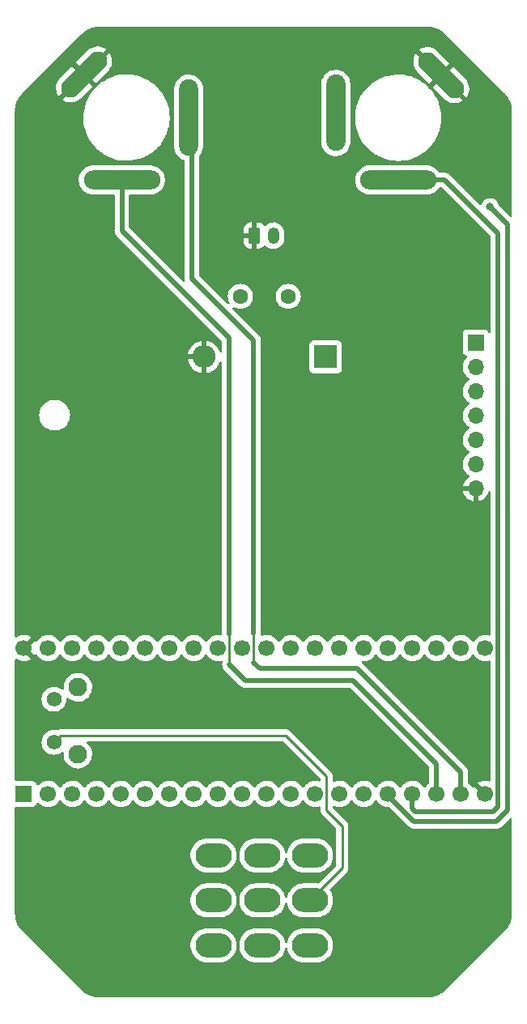
<source format=gbl>
G04 #@! TF.GenerationSoftware,KiCad,Pcbnew,(6.0.9)*
G04 #@! TF.CreationDate,2022-11-21T10:51:55+01:00*
G04 #@! TF.ProjectId,Dohle TankVerb,446f686c-6520-4546-916e-6b566572622e,rev?*
G04 #@! TF.SameCoordinates,Original*
G04 #@! TF.FileFunction,Copper,L2,Bot*
G04 #@! TF.FilePolarity,Positive*
%FSLAX46Y46*%
G04 Gerber Fmt 4.6, Leading zero omitted, Abs format (unit mm)*
G04 Created by KiCad (PCBNEW (6.0.9)) date 2022-11-21 10:51:55*
%MOMM*%
%LPD*%
G01*
G04 APERTURE LIST*
G04 Aperture macros list*
%AMRoundRect*
0 Rectangle with rounded corners*
0 $1 Rounding radius*
0 $2 $3 $4 $5 $6 $7 $8 $9 X,Y pos of 4 corners*
0 Add a 4 corners polygon primitive as box body*
4,1,4,$2,$3,$4,$5,$6,$7,$8,$9,$2,$3,0*
0 Add four circle primitives for the rounded corners*
1,1,$1+$1,$2,$3*
1,1,$1+$1,$4,$5*
1,1,$1+$1,$6,$7*
1,1,$1+$1,$8,$9*
0 Add four rect primitives between the rounded corners*
20,1,$1+$1,$2,$3,$4,$5,0*
20,1,$1+$1,$4,$5,$6,$7,0*
20,1,$1+$1,$6,$7,$8,$9,0*
20,1,$1+$1,$8,$9,$2,$3,0*%
%AMHorizOval*
0 Thick line with rounded ends*
0 $1 width*
0 $2 $3 position (X,Y) of the first rounded end (center of the circle)*
0 $4 $5 position (X,Y) of the second rounded end (center of the circle)*
0 Add line between two ends*
20,1,$1,$2,$3,$4,$5,0*
0 Add two circle primitives to create the rounded ends*
1,1,$1,$2,$3*
1,1,$1,$4,$5*%
G04 Aperture macros list end*
G04 #@! TA.AperFunction,ComponentPad*
%ADD10R,1.700000X1.700000*%
G04 #@! TD*
G04 #@! TA.AperFunction,ComponentPad*
%ADD11O,1.700000X1.700000*%
G04 #@! TD*
G04 #@! TA.AperFunction,ComponentPad*
%ADD12RoundRect,0.250000X-0.350000X-0.625000X0.350000X-0.625000X0.350000X0.625000X-0.350000X0.625000X0*%
G04 #@! TD*
G04 #@! TA.AperFunction,ComponentPad*
%ADD13O,1.200000X1.750000*%
G04 #@! TD*
G04 #@! TA.AperFunction,ComponentPad*
%ADD14C,1.600000*%
G04 #@! TD*
G04 #@! TA.AperFunction,ComponentPad*
%ADD15R,2.400000X2.400000*%
G04 #@! TD*
G04 #@! TA.AperFunction,ComponentPad*
%ADD16O,2.400000X2.400000*%
G04 #@! TD*
G04 #@! TA.AperFunction,ComponentPad*
%ADD17O,3.800000X2.540000*%
G04 #@! TD*
G04 #@! TA.AperFunction,ComponentPad*
%ADD18O,8.000000X2.000000*%
G04 #@! TD*
G04 #@! TA.AperFunction,ComponentPad*
%ADD19HorizOval,2.000000X-1.414214X1.414214X1.414214X-1.414214X0*%
G04 #@! TD*
G04 #@! TA.AperFunction,ComponentPad*
%ADD20O,2.000000X8.000000*%
G04 #@! TD*
G04 #@! TA.AperFunction,ComponentPad*
%ADD21HorizOval,2.000000X-1.414214X-1.414214X1.414214X1.414214X0*%
G04 #@! TD*
G04 #@! TA.AperFunction,ComponentPad*
%ADD22C,1.700000*%
G04 #@! TD*
G04 #@! TA.AperFunction,ComponentPad*
%ADD23C,1.575000*%
G04 #@! TD*
G04 #@! TA.AperFunction,ComponentPad*
%ADD24C,1.950000*%
G04 #@! TD*
G04 #@! TA.AperFunction,ViaPad*
%ADD25C,0.800000*%
G04 #@! TD*
G04 #@! TA.AperFunction,Conductor*
%ADD26C,0.250000*%
G04 #@! TD*
G04 #@! TA.AperFunction,Conductor*
%ADD27C,0.500000*%
G04 #@! TD*
G04 APERTURE END LIST*
D10*
X179552600Y-86106000D03*
D11*
X179552600Y-88646000D03*
X179552600Y-91186000D03*
X179552600Y-93726000D03*
X179552600Y-96266000D03*
X179552600Y-98806000D03*
X179552600Y-101346000D03*
D12*
X156407919Y-74930000D03*
D13*
X158407919Y-74930000D03*
D14*
X154940000Y-81280000D03*
X159940000Y-81280000D03*
D15*
X163855400Y-87604600D03*
D16*
X151155400Y-87604600D03*
D17*
X162225962Y-139708959D03*
X162225962Y-144410519D03*
X162225962Y-149108959D03*
X157226482Y-139708959D03*
X157226482Y-144410519D03*
X157226482Y-149108959D03*
X152125962Y-139709719D03*
X152125962Y-144411279D03*
X152125962Y-149109719D03*
D18*
X171437559Y-69113936D03*
D19*
X175945800Y-58166000D03*
D20*
X164915057Y-62119877D03*
X149534000Y-62595200D03*
D21*
X138586064Y-58086959D03*
D18*
X142539941Y-69117702D03*
D10*
X132283200Y-133273800D03*
D22*
X134823200Y-133273800D03*
X137363200Y-133273800D03*
X139903200Y-133273800D03*
X142443200Y-133273800D03*
X144983200Y-133273800D03*
X147523200Y-133273800D03*
X150063200Y-133273800D03*
X152603200Y-133273800D03*
X155143200Y-133273800D03*
X157683200Y-133273800D03*
X160223200Y-133273800D03*
X162763200Y-133273800D03*
X165303200Y-133273800D03*
X167843200Y-133273800D03*
X170383200Y-133273800D03*
X172923200Y-133273800D03*
X175463200Y-133273800D03*
X178003200Y-133273800D03*
X180543200Y-133273800D03*
X180543200Y-118033800D03*
X178003200Y-118033800D03*
X175463200Y-118033800D03*
X172923200Y-118033800D03*
X170383200Y-118033800D03*
X167843200Y-118033800D03*
X165303200Y-118033800D03*
X162763200Y-118033800D03*
X160223200Y-118033800D03*
X157683200Y-118033800D03*
X155143200Y-118033800D03*
X152603200Y-118033800D03*
X150063200Y-118033800D03*
X147523200Y-118033800D03*
X144983200Y-118033800D03*
X142443200Y-118033800D03*
X139903200Y-118033800D03*
X137363200Y-118033800D03*
X134823200Y-118033800D03*
X132283200Y-118033800D03*
D23*
X135441000Y-127886400D03*
X135441000Y-123386400D03*
D24*
X137941000Y-129136400D03*
X137941000Y-122136400D03*
D25*
X180340000Y-137922000D03*
X181051200Y-71932800D03*
D26*
X162225962Y-144410519D02*
X165608000Y-141028481D01*
X165608000Y-141028481D02*
X165608000Y-136652000D01*
X163957000Y-135001000D02*
X163957000Y-131445000D01*
X159667165Y-127155165D02*
X136172235Y-127155165D01*
X165608000Y-136652000D02*
X163957000Y-135001000D01*
X163957000Y-131445000D02*
X159667165Y-127155165D01*
X136172235Y-127155165D02*
X135441000Y-127886400D01*
D27*
X167132000Y-120167400D02*
X156946600Y-120167400D01*
X156946600Y-120167400D02*
X156337000Y-119557800D01*
D26*
X156337000Y-116509800D02*
X156337000Y-119557800D01*
D27*
X156337000Y-116509800D02*
X156337000Y-85877400D01*
X149860000Y-62921200D02*
X149534000Y-62595200D01*
X156337000Y-85877400D02*
X149860000Y-79400400D01*
X149860000Y-79400400D02*
X149860000Y-62921200D01*
X178003200Y-133273800D02*
X178003200Y-131038600D01*
X178003200Y-131038600D02*
X167132000Y-120167400D01*
X153771600Y-85648800D02*
X142539941Y-74417141D01*
X142539941Y-74417141D02*
X142539941Y-69117702D01*
X155448000Y-121412000D02*
X153797000Y-119761000D01*
X175463200Y-133273800D02*
X175463200Y-130124200D01*
X166751000Y-121412000D02*
X155448000Y-121412000D01*
X175463200Y-130124200D02*
X166751000Y-121412000D01*
D26*
X153797000Y-116662200D02*
X153771600Y-116636800D01*
D27*
X153771600Y-116636800D02*
X153771600Y-85648800D01*
D26*
X153797000Y-119761000D02*
X153797000Y-116662200D01*
D27*
X172923200Y-134823200D02*
X173228000Y-135128000D01*
X181864000Y-134620000D02*
X181864000Y-74676000D01*
X181356000Y-135128000D02*
X181864000Y-134620000D01*
X172923200Y-133273800D02*
X172923200Y-134823200D01*
X173228000Y-135128000D02*
X181356000Y-135128000D01*
X181864000Y-74676000D02*
X176301936Y-69113936D01*
X176301936Y-69113936D02*
X171437559Y-69113936D01*
X182880000Y-135001000D02*
X182880000Y-73761600D01*
X181737000Y-136144000D02*
X182880000Y-135001000D01*
X173101363Y-136144000D02*
X181737000Y-136144000D01*
X182880000Y-73761600D02*
X181051200Y-71932800D01*
X170383200Y-133273800D02*
X170383200Y-133425837D01*
X170383200Y-133425837D02*
X173101363Y-136144000D01*
G04 #@! TA.AperFunction,Conductor*
G36*
X169195226Y-133948944D02*
G01*
X169223075Y-133980794D01*
X169283187Y-134078888D01*
X169429450Y-134247738D01*
X169601326Y-134390432D01*
X169794200Y-134503138D01*
X169799025Y-134504980D01*
X169799026Y-134504981D01*
X169841450Y-134521181D01*
X170002892Y-134582830D01*
X170007960Y-134583861D01*
X170007963Y-134583862D01*
X170115203Y-134605680D01*
X170221797Y-134627367D01*
X170226972Y-134627557D01*
X170226974Y-134627557D01*
X170439873Y-134635364D01*
X170439877Y-134635364D01*
X170445037Y-134635553D01*
X170450329Y-134634875D01*
X170450397Y-134634886D01*
X170455335Y-134634662D01*
X170455381Y-134635681D01*
X170520438Y-134646055D01*
X170555440Y-134670758D01*
X172517593Y-136632911D01*
X172529979Y-136647323D01*
X172538512Y-136658918D01*
X172538517Y-136658923D01*
X172542855Y-136664818D01*
X172548433Y-136669557D01*
X172548436Y-136669560D01*
X172583131Y-136699035D01*
X172590647Y-136705965D01*
X172596342Y-136711660D01*
X172599224Y-136713940D01*
X172618614Y-136729281D01*
X172622018Y-136732072D01*
X172672066Y-136774591D01*
X172677648Y-136779333D01*
X172684164Y-136782661D01*
X172689213Y-136786028D01*
X172694342Y-136789195D01*
X172700079Y-136793734D01*
X172766238Y-136824655D01*
X172770132Y-136826558D01*
X172835171Y-136859769D01*
X172842279Y-136861508D01*
X172847922Y-136863607D01*
X172853685Y-136865524D01*
X172860313Y-136868622D01*
X172867475Y-136870112D01*
X172867476Y-136870112D01*
X172931775Y-136883486D01*
X172936059Y-136884456D01*
X173006973Y-136901808D01*
X173012575Y-136902156D01*
X173012578Y-136902156D01*
X173018127Y-136902500D01*
X173018125Y-136902536D01*
X173022118Y-136902775D01*
X173026310Y-136903149D01*
X173033478Y-136904640D01*
X173110883Y-136902546D01*
X173114291Y-136902500D01*
X181669930Y-136902500D01*
X181688880Y-136903933D01*
X181703115Y-136906099D01*
X181703119Y-136906099D01*
X181710349Y-136907199D01*
X181717641Y-136906606D01*
X181717644Y-136906606D01*
X181763018Y-136902915D01*
X181773233Y-136902500D01*
X181781293Y-136902500D01*
X181798680Y-136900473D01*
X181809507Y-136899211D01*
X181813882Y-136898778D01*
X181879339Y-136893454D01*
X181879342Y-136893453D01*
X181886637Y-136892860D01*
X181893601Y-136890604D01*
X181899560Y-136889413D01*
X181905415Y-136888029D01*
X181912681Y-136887182D01*
X181981327Y-136862265D01*
X181985455Y-136860848D01*
X182047936Y-136840607D01*
X182047938Y-136840606D01*
X182054899Y-136838351D01*
X182061154Y-136834555D01*
X182066628Y-136832049D01*
X182072058Y-136829330D01*
X182078937Y-136826833D01*
X182085058Y-136822820D01*
X182139976Y-136786814D01*
X182143680Y-136784477D01*
X182206107Y-136746595D01*
X182214484Y-136739197D01*
X182214508Y-136739224D01*
X182217500Y-136736571D01*
X182220733Y-136733868D01*
X182226852Y-136729856D01*
X182280128Y-136673617D01*
X182282506Y-136671175D01*
X183127885Y-135825796D01*
X183190197Y-135791770D01*
X183261012Y-135796835D01*
X183317848Y-135839382D01*
X183342659Y-135905902D01*
X183342980Y-135914891D01*
X183342980Y-145746507D01*
X183341480Y-145765891D01*
X183337789Y-145789598D01*
X183338953Y-145798500D01*
X183338953Y-145798503D01*
X183340142Y-145807592D01*
X183341008Y-145830992D01*
X183331498Y-146000378D01*
X183327714Y-146067768D01*
X183326132Y-146081806D01*
X183307818Y-146189606D01*
X183281704Y-146343309D01*
X183278562Y-146357078D01*
X183278561Y-146357082D01*
X183278560Y-146357085D01*
X183205129Y-146611973D01*
X183200462Y-146625310D01*
X183098962Y-146870356D01*
X183092832Y-146883085D01*
X182964524Y-147115247D01*
X182957016Y-147127197D01*
X182803523Y-147343527D01*
X182803516Y-147343537D01*
X182794715Y-147354573D01*
X182641594Y-147525917D01*
X182621986Y-147543685D01*
X182614002Y-147549518D01*
X182608531Y-147556635D01*
X182608526Y-147556640D01*
X182594594Y-147574764D01*
X182583794Y-147587068D01*
X176405505Y-153765358D01*
X176390738Y-153778004D01*
X176371361Y-153792160D01*
X176365889Y-153799279D01*
X176360306Y-153806542D01*
X176344369Y-153823704D01*
X176167536Y-153981732D01*
X176156490Y-153990541D01*
X175990915Y-154108026D01*
X175940170Y-154144033D01*
X175940167Y-154144035D01*
X175928202Y-154151553D01*
X175696043Y-154279865D01*
X175683313Y-154285995D01*
X175438266Y-154387500D01*
X175424930Y-154392167D01*
X175170041Y-154465602D01*
X175156284Y-154468743D01*
X174894765Y-154513179D01*
X174880728Y-154514761D01*
X174836655Y-154517237D01*
X174651355Y-154527645D01*
X174624909Y-154526344D01*
X174623981Y-154526199D01*
X174623978Y-154526199D01*
X174615108Y-154524818D01*
X174586885Y-154528509D01*
X174583551Y-154528945D01*
X174567212Y-154530009D01*
X140143484Y-154530009D01*
X140124099Y-154528509D01*
X140109266Y-154526199D01*
X140109262Y-154526199D01*
X140100393Y-154524818D01*
X140091491Y-154525982D01*
X140091489Y-154525982D01*
X140086295Y-154526662D01*
X140082398Y-154527171D01*
X140059000Y-154528037D01*
X139822215Y-154514741D01*
X139808187Y-154513161D01*
X139546680Y-154468731D01*
X139532904Y-154465587D01*
X139278020Y-154392158D01*
X139264687Y-154387493D01*
X139019634Y-154285990D01*
X139006904Y-154279860D01*
X138879944Y-154209694D01*
X138774734Y-154151547D01*
X138762783Y-154144037D01*
X138546452Y-153990544D01*
X138535405Y-153981734D01*
X138364079Y-153828629D01*
X138346297Y-153809007D01*
X138345766Y-153808279D01*
X138345763Y-153808276D01*
X138340470Y-153801031D01*
X138315225Y-153781625D01*
X138302921Y-153770824D01*
X133750696Y-149218598D01*
X149715802Y-149218598D01*
X149751448Y-149480527D01*
X149752757Y-149485017D01*
X149752758Y-149485023D01*
X149766017Y-149530511D01*
X149825419Y-149734309D01*
X149827377Y-149738556D01*
X149827378Y-149738559D01*
X149843431Y-149773380D01*
X149936089Y-149974371D01*
X149938652Y-149978280D01*
X150078461Y-150191524D01*
X150078465Y-150191529D01*
X150081027Y-150195437D01*
X150257048Y-150392652D01*
X150460286Y-150561683D01*
X150686276Y-150698818D01*
X150690584Y-150700624D01*
X150690585Y-150700625D01*
X150925738Y-150799233D01*
X150925743Y-150799235D01*
X150930053Y-150801042D01*
X150934585Y-150802193D01*
X150934588Y-150802194D01*
X150990159Y-150816307D01*
X151186263Y-150866111D01*
X151405818Y-150888219D01*
X152823070Y-150888219D01*
X152825395Y-150888046D01*
X152825401Y-150888046D01*
X153014926Y-150873962D01*
X153014930Y-150873961D01*
X153019578Y-150873616D01*
X153277403Y-150815276D01*
X153283711Y-150812823D01*
X153519420Y-150721161D01*
X153519422Y-150721160D01*
X153523773Y-150719468D01*
X153529159Y-150716390D01*
X153608410Y-150671094D01*
X153753275Y-150588297D01*
X153960868Y-150424644D01*
X154141992Y-150232104D01*
X154165006Y-150198929D01*
X154290004Y-150018745D01*
X154290007Y-150018740D01*
X154292666Y-150014907D01*
X154295108Y-150009956D01*
X154407517Y-149782013D01*
X154407518Y-149782010D01*
X154409582Y-149777825D01*
X154422395Y-149737799D01*
X154488748Y-149530511D01*
X154490171Y-149526066D01*
X154532662Y-149265160D01*
X154533281Y-149217838D01*
X154816322Y-149217838D01*
X154851968Y-149479767D01*
X154853277Y-149484257D01*
X154853278Y-149484263D01*
X154884747Y-149592227D01*
X154925939Y-149733549D01*
X154927897Y-149737796D01*
X154927898Y-149737799D01*
X154943951Y-149772620D01*
X155036609Y-149973611D01*
X155039172Y-149977520D01*
X155178981Y-150190764D01*
X155178985Y-150190769D01*
X155181547Y-150194677D01*
X155357568Y-150391892D01*
X155560806Y-150560923D01*
X155786796Y-150698058D01*
X155791104Y-150699864D01*
X155791105Y-150699865D01*
X156026258Y-150798473D01*
X156026263Y-150798475D01*
X156030573Y-150800282D01*
X156035105Y-150801433D01*
X156035108Y-150801434D01*
X156162603Y-150833813D01*
X156286783Y-150865351D01*
X156506338Y-150887459D01*
X157923590Y-150887459D01*
X157925915Y-150887286D01*
X157925921Y-150887286D01*
X158115446Y-150873202D01*
X158115450Y-150873201D01*
X158120098Y-150872856D01*
X158377923Y-150814516D01*
X158409609Y-150802194D01*
X158619940Y-150720401D01*
X158619942Y-150720400D01*
X158624293Y-150718708D01*
X158657262Y-150699865D01*
X158708930Y-150670334D01*
X158853795Y-150587537D01*
X159061388Y-150423884D01*
X159242512Y-150231344D01*
X159265526Y-150198169D01*
X159390524Y-150017985D01*
X159390527Y-150017980D01*
X159393186Y-150014147D01*
X159410874Y-149978280D01*
X159508037Y-149781253D01*
X159508038Y-149781250D01*
X159510102Y-149777065D01*
X159590691Y-149525306D01*
X159597252Y-149485023D01*
X159600599Y-149464468D01*
X159631291Y-149400449D01*
X159691723Y-149363185D01*
X159762707Y-149364509D01*
X159821707Y-149403999D01*
X159849810Y-149467731D01*
X159851448Y-149479767D01*
X159852757Y-149484257D01*
X159852758Y-149484263D01*
X159884227Y-149592227D01*
X159925419Y-149733549D01*
X159927377Y-149737796D01*
X159927378Y-149737799D01*
X159943431Y-149772620D01*
X160036089Y-149973611D01*
X160038652Y-149977520D01*
X160178461Y-150190764D01*
X160178465Y-150190769D01*
X160181027Y-150194677D01*
X160357048Y-150391892D01*
X160560286Y-150560923D01*
X160786276Y-150698058D01*
X160790584Y-150699864D01*
X160790585Y-150699865D01*
X161025738Y-150798473D01*
X161025743Y-150798475D01*
X161030053Y-150800282D01*
X161034585Y-150801433D01*
X161034588Y-150801434D01*
X161162083Y-150833813D01*
X161286263Y-150865351D01*
X161505818Y-150887459D01*
X162923070Y-150887459D01*
X162925395Y-150887286D01*
X162925401Y-150887286D01*
X163114926Y-150873202D01*
X163114930Y-150873201D01*
X163119578Y-150872856D01*
X163377403Y-150814516D01*
X163409089Y-150802194D01*
X163619420Y-150720401D01*
X163619422Y-150720400D01*
X163623773Y-150718708D01*
X163656742Y-150699865D01*
X163708410Y-150670334D01*
X163853275Y-150587537D01*
X164060868Y-150423884D01*
X164241992Y-150231344D01*
X164265006Y-150198169D01*
X164390004Y-150017985D01*
X164390007Y-150017980D01*
X164392666Y-150014147D01*
X164410354Y-149978280D01*
X164507517Y-149781253D01*
X164507518Y-149781250D01*
X164509582Y-149777065D01*
X164590171Y-149525306D01*
X164632662Y-149264400D01*
X164636122Y-149000080D01*
X164600476Y-148738151D01*
X164588545Y-148697216D01*
X164528036Y-148489622D01*
X164526505Y-148484369D01*
X164508844Y-148446058D01*
X164444719Y-148306961D01*
X164415835Y-148244307D01*
X164273961Y-148027914D01*
X164273463Y-148027154D01*
X164273459Y-148027149D01*
X164270897Y-148023241D01*
X164094876Y-147826026D01*
X163891638Y-147656995D01*
X163665648Y-147519860D01*
X163661339Y-147518053D01*
X163426186Y-147419445D01*
X163426181Y-147419443D01*
X163421871Y-147417636D01*
X163417339Y-147416485D01*
X163417336Y-147416484D01*
X163289841Y-147384105D01*
X163165661Y-147352567D01*
X162946106Y-147330459D01*
X161528854Y-147330459D01*
X161526529Y-147330632D01*
X161526523Y-147330632D01*
X161336998Y-147344716D01*
X161336994Y-147344717D01*
X161332346Y-147345062D01*
X161074521Y-147403402D01*
X161070169Y-147405094D01*
X161070167Y-147405095D01*
X160832504Y-147497517D01*
X160832502Y-147497518D01*
X160828151Y-147499210D01*
X160824097Y-147501527D01*
X160824095Y-147501528D01*
X160749386Y-147544228D01*
X160598649Y-147630381D01*
X160391056Y-147794034D01*
X160209932Y-147986574D01*
X160207266Y-147990417D01*
X160181254Y-148027914D01*
X160059258Y-148203771D01*
X160057192Y-148207960D01*
X160057191Y-148207962D01*
X160010535Y-148302572D01*
X159942342Y-148440853D01*
X159940920Y-148445296D01*
X159940919Y-148445298D01*
X159928412Y-148484369D01*
X159861753Y-148692612D01*
X159861004Y-148697213D01*
X159861003Y-148697216D01*
X159851845Y-148753450D01*
X159821153Y-148817469D01*
X159760721Y-148854733D01*
X159689737Y-148853409D01*
X159630737Y-148813919D01*
X159602634Y-148750187D01*
X159602598Y-148749923D01*
X159600996Y-148738151D01*
X159589065Y-148697216D01*
X159528556Y-148489622D01*
X159527025Y-148484369D01*
X159509364Y-148446058D01*
X159445239Y-148306961D01*
X159416355Y-148244307D01*
X159274481Y-148027914D01*
X159273983Y-148027154D01*
X159273979Y-148027149D01*
X159271417Y-148023241D01*
X159095396Y-147826026D01*
X158892158Y-147656995D01*
X158666168Y-147519860D01*
X158661859Y-147518053D01*
X158426706Y-147419445D01*
X158426701Y-147419443D01*
X158422391Y-147417636D01*
X158417859Y-147416485D01*
X158417856Y-147416484D01*
X158290361Y-147384105D01*
X158166181Y-147352567D01*
X157946626Y-147330459D01*
X156529374Y-147330459D01*
X156527049Y-147330632D01*
X156527043Y-147330632D01*
X156337518Y-147344716D01*
X156337514Y-147344717D01*
X156332866Y-147345062D01*
X156075041Y-147403402D01*
X156070689Y-147405094D01*
X156070687Y-147405095D01*
X155833024Y-147497517D01*
X155833022Y-147497518D01*
X155828671Y-147499210D01*
X155824617Y-147501527D01*
X155824615Y-147501528D01*
X155749906Y-147544228D01*
X155599169Y-147630381D01*
X155391576Y-147794034D01*
X155210452Y-147986574D01*
X155207786Y-147990417D01*
X155181774Y-148027914D01*
X155059778Y-148203771D01*
X155057712Y-148207960D01*
X155057711Y-148207962D01*
X155011055Y-148302572D01*
X154942862Y-148440853D01*
X154941440Y-148445296D01*
X154941439Y-148445298D01*
X154928932Y-148484369D01*
X154862273Y-148692612D01*
X154819782Y-148953518D01*
X154816322Y-149217838D01*
X154533281Y-149217838D01*
X154536122Y-149000840D01*
X154500476Y-148738911D01*
X154485686Y-148688167D01*
X154467697Y-148626451D01*
X154426505Y-148485129D01*
X154424196Y-148480119D01*
X154332145Y-148280446D01*
X154315835Y-148245067D01*
X154284309Y-148196982D01*
X154173463Y-148027914D01*
X154173459Y-148027909D01*
X154170897Y-148024001D01*
X153994876Y-147826786D01*
X153791638Y-147657755D01*
X153565648Y-147520620D01*
X153561339Y-147518813D01*
X153326186Y-147420205D01*
X153326181Y-147420203D01*
X153321871Y-147418396D01*
X153317339Y-147417245D01*
X153317336Y-147417244D01*
X153189841Y-147384865D01*
X153065661Y-147353327D01*
X152846106Y-147331219D01*
X151428854Y-147331219D01*
X151426529Y-147331392D01*
X151426523Y-147331392D01*
X151236998Y-147345476D01*
X151236994Y-147345477D01*
X151232346Y-147345822D01*
X150974521Y-147404162D01*
X150970169Y-147405854D01*
X150970167Y-147405855D01*
X150732504Y-147498277D01*
X150732502Y-147498278D01*
X150728151Y-147499970D01*
X150724097Y-147502287D01*
X150724095Y-147502288D01*
X150692021Y-147520620D01*
X150498649Y-147631141D01*
X150291056Y-147794794D01*
X150109932Y-147987334D01*
X150107266Y-147991177D01*
X149962448Y-148199933D01*
X149959258Y-148204531D01*
X149957192Y-148208720D01*
X149957191Y-148208722D01*
X149937549Y-148248553D01*
X149842342Y-148441613D01*
X149761753Y-148693372D01*
X149719262Y-148954278D01*
X149715802Y-149218598D01*
X133750696Y-149218598D01*
X132124638Y-147592540D01*
X132111989Y-147577770D01*
X132109793Y-147574764D01*
X132097837Y-147558397D01*
X132083450Y-147547337D01*
X132066291Y-147531401D01*
X131908272Y-147354573D01*
X131899463Y-147343527D01*
X131755151Y-147140135D01*
X131745971Y-147127196D01*
X131738456Y-147115236D01*
X131610154Y-146883083D01*
X131604024Y-146870353D01*
X131502523Y-146625301D01*
X131497856Y-146611964D01*
X131424429Y-146357082D01*
X131421285Y-146343307D01*
X131395201Y-146189779D01*
X131376856Y-146081799D01*
X131375275Y-146067769D01*
X131371492Y-146000378D01*
X131365286Y-145889857D01*
X131362383Y-145838146D01*
X131363684Y-145811702D01*
X131363790Y-145811023D01*
X131363790Y-145811018D01*
X131365171Y-145802150D01*
X131364007Y-145793247D01*
X131364007Y-145793242D01*
X131361044Y-145770580D01*
X131359980Y-145754244D01*
X131359980Y-144520158D01*
X149715802Y-144520158D01*
X149751448Y-144782087D01*
X149752757Y-144786577D01*
X149752758Y-144786583D01*
X149766017Y-144832071D01*
X149825419Y-145035869D01*
X149827377Y-145040116D01*
X149827378Y-145040119D01*
X149843431Y-145074940D01*
X149936089Y-145275931D01*
X149938652Y-145279840D01*
X150078461Y-145493084D01*
X150078465Y-145493089D01*
X150081027Y-145496997D01*
X150257048Y-145694212D01*
X150460286Y-145863243D01*
X150686276Y-146000378D01*
X150690584Y-146002184D01*
X150690585Y-146002185D01*
X150925738Y-146100793D01*
X150925743Y-146100795D01*
X150930053Y-146102602D01*
X150934585Y-146103753D01*
X150934588Y-146103754D01*
X150990159Y-146117867D01*
X151186263Y-146167671D01*
X151405818Y-146189779D01*
X152823070Y-146189779D01*
X152825395Y-146189606D01*
X152825401Y-146189606D01*
X153014926Y-146175522D01*
X153014930Y-146175521D01*
X153019578Y-146175176D01*
X153277403Y-146116836D01*
X153283711Y-146114383D01*
X153519420Y-146022721D01*
X153519422Y-146022720D01*
X153523773Y-146021028D01*
X153529159Y-146017950D01*
X153608410Y-145972654D01*
X153753275Y-145889857D01*
X153960868Y-145726204D01*
X154141992Y-145533664D01*
X154165006Y-145500489D01*
X154290004Y-145320305D01*
X154290007Y-145320300D01*
X154292666Y-145316467D01*
X154295108Y-145311516D01*
X154407517Y-145083573D01*
X154407518Y-145083570D01*
X154409582Y-145079385D01*
X154422395Y-145039359D01*
X154488748Y-144832071D01*
X154490171Y-144827626D01*
X154532662Y-144566720D01*
X154536122Y-144302400D01*
X154500476Y-144040471D01*
X154485686Y-143989727D01*
X154467697Y-143928011D01*
X154426505Y-143786689D01*
X154424196Y-143781679D01*
X154317792Y-143550873D01*
X154315835Y-143546627D01*
X154284309Y-143498542D01*
X154173463Y-143329474D01*
X154173459Y-143329469D01*
X154170897Y-143325561D01*
X153994876Y-143128346D01*
X153791638Y-142959315D01*
X153565648Y-142822180D01*
X153561339Y-142820373D01*
X153326186Y-142721765D01*
X153326181Y-142721763D01*
X153321871Y-142719956D01*
X153317339Y-142718805D01*
X153317336Y-142718804D01*
X153189841Y-142686425D01*
X153065661Y-142654887D01*
X152846106Y-142632779D01*
X151428854Y-142632779D01*
X151426529Y-142632952D01*
X151426523Y-142632952D01*
X151236998Y-142647036D01*
X151236994Y-142647037D01*
X151232346Y-142647382D01*
X150974521Y-142705722D01*
X150970169Y-142707414D01*
X150970167Y-142707415D01*
X150732504Y-142799837D01*
X150732502Y-142799838D01*
X150728151Y-142801530D01*
X150724097Y-142803847D01*
X150724095Y-142803848D01*
X150692021Y-142822180D01*
X150498649Y-142932701D01*
X150291056Y-143096354D01*
X150109932Y-143288894D01*
X150107266Y-143292737D01*
X149962448Y-143501493D01*
X149959258Y-143506091D01*
X149957192Y-143510280D01*
X149957191Y-143510282D01*
X149937549Y-143550113D01*
X149842342Y-143743173D01*
X149761753Y-143994932D01*
X149719262Y-144255838D01*
X149715802Y-144520158D01*
X131359980Y-144520158D01*
X131359980Y-139818598D01*
X149715802Y-139818598D01*
X149751448Y-140080527D01*
X149752757Y-140085017D01*
X149752758Y-140085023D01*
X149766017Y-140130511D01*
X149825419Y-140334309D01*
X149827377Y-140338556D01*
X149827378Y-140338559D01*
X149843431Y-140373380D01*
X149936089Y-140574371D01*
X149938652Y-140578280D01*
X150078461Y-140791524D01*
X150078465Y-140791529D01*
X150081027Y-140795437D01*
X150257048Y-140992652D01*
X150460286Y-141161683D01*
X150686276Y-141298818D01*
X150690584Y-141300624D01*
X150690585Y-141300625D01*
X150925738Y-141399233D01*
X150925743Y-141399235D01*
X150930053Y-141401042D01*
X150934585Y-141402193D01*
X150934588Y-141402194D01*
X150990159Y-141416307D01*
X151186263Y-141466111D01*
X151405818Y-141488219D01*
X152823070Y-141488219D01*
X152825395Y-141488046D01*
X152825401Y-141488046D01*
X153014926Y-141473962D01*
X153014930Y-141473961D01*
X153019578Y-141473616D01*
X153277403Y-141415276D01*
X153292048Y-141409581D01*
X153519420Y-141321161D01*
X153519422Y-141321160D01*
X153523773Y-141319468D01*
X153529159Y-141316390D01*
X153635055Y-141255865D01*
X153753275Y-141188297D01*
X153960868Y-141024644D01*
X154141992Y-140832104D01*
X154165006Y-140798929D01*
X154290004Y-140618745D01*
X154290007Y-140618740D01*
X154292666Y-140614907D01*
X154295108Y-140609956D01*
X154407517Y-140382013D01*
X154407518Y-140382010D01*
X154409582Y-140377825D01*
X154422395Y-140337799D01*
X154488748Y-140130511D01*
X154490171Y-140126066D01*
X154532662Y-139865160D01*
X154533281Y-139817838D01*
X154816322Y-139817838D01*
X154851968Y-140079767D01*
X154853277Y-140084257D01*
X154853278Y-140084263D01*
X154884747Y-140192227D01*
X154925939Y-140333549D01*
X154927897Y-140337796D01*
X154927898Y-140337799D01*
X154943951Y-140372620D01*
X155036609Y-140573611D01*
X155039172Y-140577520D01*
X155178981Y-140790764D01*
X155178985Y-140790769D01*
X155181547Y-140794677D01*
X155357568Y-140991892D01*
X155560806Y-141160923D01*
X155786796Y-141298058D01*
X155791104Y-141299864D01*
X155791105Y-141299865D01*
X156026258Y-141398473D01*
X156026263Y-141398475D01*
X156030573Y-141400282D01*
X156035105Y-141401433D01*
X156035108Y-141401434D01*
X156162603Y-141433813D01*
X156286783Y-141465351D01*
X156506338Y-141487459D01*
X157923590Y-141487459D01*
X157925915Y-141487286D01*
X157925921Y-141487286D01*
X158115446Y-141473202D01*
X158115450Y-141473201D01*
X158120098Y-141472856D01*
X158377923Y-141414516D01*
X158382277Y-141412823D01*
X158619940Y-141320401D01*
X158619942Y-141320400D01*
X158624293Y-141318708D01*
X158657262Y-141299865D01*
X158834101Y-141198793D01*
X158853795Y-141187537D01*
X159061388Y-141023884D01*
X159242512Y-140831344D01*
X159265526Y-140798169D01*
X159390524Y-140617985D01*
X159390527Y-140617980D01*
X159393186Y-140614147D01*
X159410874Y-140578280D01*
X159508037Y-140381253D01*
X159508038Y-140381250D01*
X159510102Y-140377065D01*
X159590691Y-140125306D01*
X159597252Y-140085023D01*
X159600599Y-140064468D01*
X159631291Y-140000449D01*
X159691723Y-139963185D01*
X159762707Y-139964509D01*
X159821707Y-140003999D01*
X159849810Y-140067731D01*
X159851448Y-140079767D01*
X159852757Y-140084257D01*
X159852758Y-140084263D01*
X159884227Y-140192227D01*
X159925419Y-140333549D01*
X159927377Y-140337796D01*
X159927378Y-140337799D01*
X159943431Y-140372620D01*
X160036089Y-140573611D01*
X160038652Y-140577520D01*
X160178461Y-140790764D01*
X160178465Y-140790769D01*
X160181027Y-140794677D01*
X160357048Y-140991892D01*
X160560286Y-141160923D01*
X160786276Y-141298058D01*
X160790584Y-141299864D01*
X160790585Y-141299865D01*
X161025738Y-141398473D01*
X161025743Y-141398475D01*
X161030053Y-141400282D01*
X161034585Y-141401433D01*
X161034588Y-141401434D01*
X161162083Y-141433813D01*
X161286263Y-141465351D01*
X161505818Y-141487459D01*
X162923070Y-141487459D01*
X162925395Y-141487286D01*
X162925401Y-141487286D01*
X163114926Y-141473202D01*
X163114930Y-141473201D01*
X163119578Y-141472856D01*
X163377403Y-141414516D01*
X163381757Y-141412823D01*
X163619420Y-141320401D01*
X163619422Y-141320400D01*
X163623773Y-141318708D01*
X163656742Y-141299865D01*
X163833581Y-141198793D01*
X163853275Y-141187537D01*
X164060868Y-141023884D01*
X164241992Y-140831344D01*
X164265006Y-140798169D01*
X164390004Y-140617985D01*
X164390007Y-140617980D01*
X164392666Y-140614147D01*
X164410354Y-140578280D01*
X164507517Y-140381253D01*
X164507518Y-140381250D01*
X164509582Y-140377065D01*
X164590171Y-140125306D01*
X164632662Y-139864400D01*
X164636122Y-139600080D01*
X164600476Y-139338151D01*
X164588545Y-139297216D01*
X164528036Y-139089622D01*
X164526505Y-139084369D01*
X164508844Y-139046058D01*
X164482958Y-138989909D01*
X164415835Y-138844307D01*
X164273961Y-138627914D01*
X164273463Y-138627154D01*
X164273459Y-138627149D01*
X164270897Y-138623241D01*
X164094876Y-138426026D01*
X163891638Y-138256995D01*
X163665648Y-138119860D01*
X163661339Y-138118053D01*
X163426186Y-138019445D01*
X163426181Y-138019443D01*
X163421871Y-138017636D01*
X163417339Y-138016485D01*
X163417336Y-138016484D01*
X163173193Y-137954480D01*
X163165661Y-137952567D01*
X162946106Y-137930459D01*
X161528854Y-137930459D01*
X161526529Y-137930632D01*
X161526523Y-137930632D01*
X161336998Y-137944716D01*
X161336994Y-137944717D01*
X161332346Y-137945062D01*
X161074521Y-138003402D01*
X161070169Y-138005094D01*
X161070167Y-138005095D01*
X160832504Y-138097517D01*
X160832502Y-138097518D01*
X160828151Y-138099210D01*
X160824097Y-138101527D01*
X160824095Y-138101528D01*
X160743514Y-138147584D01*
X160598649Y-138230381D01*
X160391056Y-138394034D01*
X160209932Y-138586574D01*
X160207266Y-138590417D01*
X160181254Y-138627914D01*
X160059258Y-138803771D01*
X160057192Y-138807960D01*
X160057191Y-138807962D01*
X160041196Y-138840398D01*
X159942342Y-139040853D01*
X159940920Y-139045296D01*
X159940919Y-139045298D01*
X159928412Y-139084369D01*
X159861753Y-139292612D01*
X159861004Y-139297213D01*
X159861003Y-139297216D01*
X159851845Y-139353450D01*
X159821153Y-139417469D01*
X159760721Y-139454733D01*
X159689737Y-139453409D01*
X159630737Y-139413919D01*
X159602634Y-139350187D01*
X159602598Y-139349923D01*
X159600996Y-139338151D01*
X159589065Y-139297216D01*
X159528556Y-139089622D01*
X159527025Y-139084369D01*
X159509364Y-139046058D01*
X159483478Y-138989909D01*
X159416355Y-138844307D01*
X159274481Y-138627914D01*
X159273983Y-138627154D01*
X159273979Y-138627149D01*
X159271417Y-138623241D01*
X159095396Y-138426026D01*
X158892158Y-138256995D01*
X158666168Y-138119860D01*
X158661859Y-138118053D01*
X158426706Y-138019445D01*
X158426701Y-138019443D01*
X158422391Y-138017636D01*
X158417859Y-138016485D01*
X158417856Y-138016484D01*
X158173713Y-137954480D01*
X158166181Y-137952567D01*
X157946626Y-137930459D01*
X156529374Y-137930459D01*
X156527049Y-137930632D01*
X156527043Y-137930632D01*
X156337518Y-137944716D01*
X156337514Y-137944717D01*
X156332866Y-137945062D01*
X156075041Y-138003402D01*
X156070689Y-138005094D01*
X156070687Y-138005095D01*
X155833024Y-138097517D01*
X155833022Y-138097518D01*
X155828671Y-138099210D01*
X155824617Y-138101527D01*
X155824615Y-138101528D01*
X155744034Y-138147584D01*
X155599169Y-138230381D01*
X155391576Y-138394034D01*
X155210452Y-138586574D01*
X155207786Y-138590417D01*
X155181774Y-138627914D01*
X155059778Y-138803771D01*
X155057712Y-138807960D01*
X155057711Y-138807962D01*
X155041716Y-138840398D01*
X154942862Y-139040853D01*
X154941440Y-139045296D01*
X154941439Y-139045298D01*
X154928932Y-139084369D01*
X154862273Y-139292612D01*
X154819782Y-139553518D01*
X154816322Y-139817838D01*
X154533281Y-139817838D01*
X154536122Y-139600840D01*
X154500476Y-139338911D01*
X154485686Y-139288167D01*
X154467697Y-139226451D01*
X154426505Y-139085129D01*
X154424196Y-139080119D01*
X154317792Y-138849313D01*
X154315835Y-138845067D01*
X154284309Y-138796982D01*
X154173463Y-138627914D01*
X154173459Y-138627909D01*
X154170897Y-138624001D01*
X153994876Y-138426786D01*
X153791638Y-138257755D01*
X153565648Y-138120620D01*
X153561339Y-138118813D01*
X153326186Y-138020205D01*
X153326181Y-138020203D01*
X153321871Y-138018396D01*
X153317339Y-138017245D01*
X153317336Y-138017244D01*
X153189841Y-137984865D01*
X153065661Y-137953327D01*
X152846106Y-137931219D01*
X151428854Y-137931219D01*
X151426529Y-137931392D01*
X151426523Y-137931392D01*
X151236998Y-137945476D01*
X151236994Y-137945477D01*
X151232346Y-137945822D01*
X150974521Y-138004162D01*
X150970169Y-138005854D01*
X150970167Y-138005855D01*
X150732504Y-138098277D01*
X150732502Y-138098278D01*
X150728151Y-138099970D01*
X150724097Y-138102287D01*
X150724095Y-138102288D01*
X150692021Y-138120620D01*
X150498649Y-138231141D01*
X150291056Y-138394794D01*
X150109932Y-138587334D01*
X150107266Y-138591177D01*
X149962448Y-138799933D01*
X149959258Y-138804531D01*
X149957192Y-138808720D01*
X149957191Y-138808722D01*
X149937549Y-138848553D01*
X149842342Y-139041613D01*
X149761753Y-139293372D01*
X149719262Y-139554278D01*
X149715802Y-139818598D01*
X131359980Y-139818598D01*
X131359980Y-134758300D01*
X131379982Y-134690179D01*
X131433638Y-134643686D01*
X131485980Y-134632300D01*
X133181334Y-134632300D01*
X133243516Y-134625545D01*
X133379905Y-134574415D01*
X133496461Y-134487061D01*
X133583815Y-134370505D01*
X133608065Y-134305819D01*
X133627798Y-134253182D01*
X133670440Y-134196418D01*
X133737002Y-134171718D01*
X133806350Y-134186926D01*
X133841017Y-134214914D01*
X133869450Y-134247738D01*
X134041326Y-134390432D01*
X134234200Y-134503138D01*
X134239025Y-134504980D01*
X134239026Y-134504981D01*
X134281450Y-134521181D01*
X134442892Y-134582830D01*
X134447960Y-134583861D01*
X134447963Y-134583862D01*
X134555203Y-134605680D01*
X134661797Y-134627367D01*
X134666972Y-134627557D01*
X134666974Y-134627557D01*
X134879873Y-134635364D01*
X134879877Y-134635364D01*
X134885037Y-134635553D01*
X134890157Y-134634897D01*
X134890159Y-134634897D01*
X135101488Y-134607825D01*
X135101489Y-134607825D01*
X135106616Y-134607168D01*
X135111576Y-134605680D01*
X135315629Y-134544461D01*
X135315634Y-134544459D01*
X135320584Y-134542974D01*
X135521194Y-134444696D01*
X135703060Y-134314973D01*
X135861296Y-134157289D01*
X135991653Y-133975877D01*
X135992976Y-133976828D01*
X136039845Y-133933657D01*
X136109780Y-133921425D01*
X136175226Y-133948944D01*
X136203075Y-133980794D01*
X136263187Y-134078888D01*
X136409450Y-134247738D01*
X136581326Y-134390432D01*
X136774200Y-134503138D01*
X136779025Y-134504980D01*
X136779026Y-134504981D01*
X136821450Y-134521181D01*
X136982892Y-134582830D01*
X136987960Y-134583861D01*
X136987963Y-134583862D01*
X137095203Y-134605680D01*
X137201797Y-134627367D01*
X137206972Y-134627557D01*
X137206974Y-134627557D01*
X137419873Y-134635364D01*
X137419877Y-134635364D01*
X137425037Y-134635553D01*
X137430157Y-134634897D01*
X137430159Y-134634897D01*
X137641488Y-134607825D01*
X137641489Y-134607825D01*
X137646616Y-134607168D01*
X137651576Y-134605680D01*
X137855629Y-134544461D01*
X137855634Y-134544459D01*
X137860584Y-134542974D01*
X138061194Y-134444696D01*
X138243060Y-134314973D01*
X138401296Y-134157289D01*
X138531653Y-133975877D01*
X138532976Y-133976828D01*
X138579845Y-133933657D01*
X138649780Y-133921425D01*
X138715226Y-133948944D01*
X138743075Y-133980794D01*
X138803187Y-134078888D01*
X138949450Y-134247738D01*
X139121326Y-134390432D01*
X139314200Y-134503138D01*
X139319025Y-134504980D01*
X139319026Y-134504981D01*
X139361450Y-134521181D01*
X139522892Y-134582830D01*
X139527960Y-134583861D01*
X139527963Y-134583862D01*
X139635203Y-134605680D01*
X139741797Y-134627367D01*
X139746972Y-134627557D01*
X139746974Y-134627557D01*
X139959873Y-134635364D01*
X139959877Y-134635364D01*
X139965037Y-134635553D01*
X139970157Y-134634897D01*
X139970159Y-134634897D01*
X140181488Y-134607825D01*
X140181489Y-134607825D01*
X140186616Y-134607168D01*
X140191576Y-134605680D01*
X140395629Y-134544461D01*
X140395634Y-134544459D01*
X140400584Y-134542974D01*
X140601194Y-134444696D01*
X140783060Y-134314973D01*
X140941296Y-134157289D01*
X141071653Y-133975877D01*
X141072976Y-133976828D01*
X141119845Y-133933657D01*
X141189780Y-133921425D01*
X141255226Y-133948944D01*
X141283075Y-133980794D01*
X141343187Y-134078888D01*
X141489450Y-134247738D01*
X141661326Y-134390432D01*
X141854200Y-134503138D01*
X141859025Y-134504980D01*
X141859026Y-134504981D01*
X141901450Y-134521181D01*
X142062892Y-134582830D01*
X142067960Y-134583861D01*
X142067963Y-134583862D01*
X142175203Y-134605680D01*
X142281797Y-134627367D01*
X142286972Y-134627557D01*
X142286974Y-134627557D01*
X142499873Y-134635364D01*
X142499877Y-134635364D01*
X142505037Y-134635553D01*
X142510157Y-134634897D01*
X142510159Y-134634897D01*
X142721488Y-134607825D01*
X142721489Y-134607825D01*
X142726616Y-134607168D01*
X142731576Y-134605680D01*
X142935629Y-134544461D01*
X142935634Y-134544459D01*
X142940584Y-134542974D01*
X143141194Y-134444696D01*
X143323060Y-134314973D01*
X143481296Y-134157289D01*
X143611653Y-133975877D01*
X143612976Y-133976828D01*
X143659845Y-133933657D01*
X143729780Y-133921425D01*
X143795226Y-133948944D01*
X143823075Y-133980794D01*
X143883187Y-134078888D01*
X144029450Y-134247738D01*
X144201326Y-134390432D01*
X144394200Y-134503138D01*
X144399025Y-134504980D01*
X144399026Y-134504981D01*
X144441450Y-134521181D01*
X144602892Y-134582830D01*
X144607960Y-134583861D01*
X144607963Y-134583862D01*
X144715203Y-134605680D01*
X144821797Y-134627367D01*
X144826972Y-134627557D01*
X144826974Y-134627557D01*
X145039873Y-134635364D01*
X145039877Y-134635364D01*
X145045037Y-134635553D01*
X145050157Y-134634897D01*
X145050159Y-134634897D01*
X145261488Y-134607825D01*
X145261489Y-134607825D01*
X145266616Y-134607168D01*
X145271576Y-134605680D01*
X145475629Y-134544461D01*
X145475634Y-134544459D01*
X145480584Y-134542974D01*
X145681194Y-134444696D01*
X145863060Y-134314973D01*
X146021296Y-134157289D01*
X146151653Y-133975877D01*
X146152976Y-133976828D01*
X146199845Y-133933657D01*
X146269780Y-133921425D01*
X146335226Y-133948944D01*
X146363075Y-133980794D01*
X146423187Y-134078888D01*
X146569450Y-134247738D01*
X146741326Y-134390432D01*
X146934200Y-134503138D01*
X146939025Y-134504980D01*
X146939026Y-134504981D01*
X146981450Y-134521181D01*
X147142892Y-134582830D01*
X147147960Y-134583861D01*
X147147963Y-134583862D01*
X147255203Y-134605680D01*
X147361797Y-134627367D01*
X147366972Y-134627557D01*
X147366974Y-134627557D01*
X147579873Y-134635364D01*
X147579877Y-134635364D01*
X147585037Y-134635553D01*
X147590157Y-134634897D01*
X147590159Y-134634897D01*
X147801488Y-134607825D01*
X147801489Y-134607825D01*
X147806616Y-134607168D01*
X147811576Y-134605680D01*
X148015629Y-134544461D01*
X148015634Y-134544459D01*
X148020584Y-134542974D01*
X148221194Y-134444696D01*
X148403060Y-134314973D01*
X148561296Y-134157289D01*
X148691653Y-133975877D01*
X148692976Y-133976828D01*
X148739845Y-133933657D01*
X148809780Y-133921425D01*
X148875226Y-133948944D01*
X148903075Y-133980794D01*
X148963187Y-134078888D01*
X149109450Y-134247738D01*
X149281326Y-134390432D01*
X149474200Y-134503138D01*
X149479025Y-134504980D01*
X149479026Y-134504981D01*
X149521450Y-134521181D01*
X149682892Y-134582830D01*
X149687960Y-134583861D01*
X149687963Y-134583862D01*
X149795203Y-134605680D01*
X149901797Y-134627367D01*
X149906972Y-134627557D01*
X149906974Y-134627557D01*
X150119873Y-134635364D01*
X150119877Y-134635364D01*
X150125037Y-134635553D01*
X150130157Y-134634897D01*
X150130159Y-134634897D01*
X150341488Y-134607825D01*
X150341489Y-134607825D01*
X150346616Y-134607168D01*
X150351576Y-134605680D01*
X150555629Y-134544461D01*
X150555634Y-134544459D01*
X150560584Y-134542974D01*
X150761194Y-134444696D01*
X150943060Y-134314973D01*
X151101296Y-134157289D01*
X151231653Y-133975877D01*
X151232976Y-133976828D01*
X151279845Y-133933657D01*
X151349780Y-133921425D01*
X151415226Y-133948944D01*
X151443075Y-133980794D01*
X151503187Y-134078888D01*
X151649450Y-134247738D01*
X151821326Y-134390432D01*
X152014200Y-134503138D01*
X152019025Y-134504980D01*
X152019026Y-134504981D01*
X152061450Y-134521181D01*
X152222892Y-134582830D01*
X152227960Y-134583861D01*
X152227963Y-134583862D01*
X152335203Y-134605680D01*
X152441797Y-134627367D01*
X152446972Y-134627557D01*
X152446974Y-134627557D01*
X152659873Y-134635364D01*
X152659877Y-134635364D01*
X152665037Y-134635553D01*
X152670157Y-134634897D01*
X152670159Y-134634897D01*
X152881488Y-134607825D01*
X152881489Y-134607825D01*
X152886616Y-134607168D01*
X152891576Y-134605680D01*
X153095629Y-134544461D01*
X153095634Y-134544459D01*
X153100584Y-134542974D01*
X153301194Y-134444696D01*
X153483060Y-134314973D01*
X153641296Y-134157289D01*
X153771653Y-133975877D01*
X153772976Y-133976828D01*
X153819845Y-133933657D01*
X153889780Y-133921425D01*
X153955226Y-133948944D01*
X153983075Y-133980794D01*
X154043187Y-134078888D01*
X154189450Y-134247738D01*
X154361326Y-134390432D01*
X154554200Y-134503138D01*
X154559025Y-134504980D01*
X154559026Y-134504981D01*
X154601450Y-134521181D01*
X154762892Y-134582830D01*
X154767960Y-134583861D01*
X154767963Y-134583862D01*
X154875203Y-134605680D01*
X154981797Y-134627367D01*
X154986972Y-134627557D01*
X154986974Y-134627557D01*
X155199873Y-134635364D01*
X155199877Y-134635364D01*
X155205037Y-134635553D01*
X155210157Y-134634897D01*
X155210159Y-134634897D01*
X155421488Y-134607825D01*
X155421489Y-134607825D01*
X155426616Y-134607168D01*
X155431576Y-134605680D01*
X155635629Y-134544461D01*
X155635634Y-134544459D01*
X155640584Y-134542974D01*
X155841194Y-134444696D01*
X156023060Y-134314973D01*
X156181296Y-134157289D01*
X156311653Y-133975877D01*
X156312976Y-133976828D01*
X156359845Y-133933657D01*
X156429780Y-133921425D01*
X156495226Y-133948944D01*
X156523075Y-133980794D01*
X156583187Y-134078888D01*
X156729450Y-134247738D01*
X156901326Y-134390432D01*
X157094200Y-134503138D01*
X157099025Y-134504980D01*
X157099026Y-134504981D01*
X157141450Y-134521181D01*
X157302892Y-134582830D01*
X157307960Y-134583861D01*
X157307963Y-134583862D01*
X157415203Y-134605680D01*
X157521797Y-134627367D01*
X157526972Y-134627557D01*
X157526974Y-134627557D01*
X157739873Y-134635364D01*
X157739877Y-134635364D01*
X157745037Y-134635553D01*
X157750157Y-134634897D01*
X157750159Y-134634897D01*
X157961488Y-134607825D01*
X157961489Y-134607825D01*
X157966616Y-134607168D01*
X157971576Y-134605680D01*
X158175629Y-134544461D01*
X158175634Y-134544459D01*
X158180584Y-134542974D01*
X158381194Y-134444696D01*
X158563060Y-134314973D01*
X158721296Y-134157289D01*
X158851653Y-133975877D01*
X158852976Y-133976828D01*
X158899845Y-133933657D01*
X158969780Y-133921425D01*
X159035226Y-133948944D01*
X159063075Y-133980794D01*
X159123187Y-134078888D01*
X159269450Y-134247738D01*
X159441326Y-134390432D01*
X159634200Y-134503138D01*
X159639025Y-134504980D01*
X159639026Y-134504981D01*
X159681450Y-134521181D01*
X159842892Y-134582830D01*
X159847960Y-134583861D01*
X159847963Y-134583862D01*
X159955203Y-134605680D01*
X160061797Y-134627367D01*
X160066972Y-134627557D01*
X160066974Y-134627557D01*
X160279873Y-134635364D01*
X160279877Y-134635364D01*
X160285037Y-134635553D01*
X160290157Y-134634897D01*
X160290159Y-134634897D01*
X160501488Y-134607825D01*
X160501489Y-134607825D01*
X160506616Y-134607168D01*
X160511576Y-134605680D01*
X160715629Y-134544461D01*
X160715634Y-134544459D01*
X160720584Y-134542974D01*
X160921194Y-134444696D01*
X161103060Y-134314973D01*
X161261296Y-134157289D01*
X161391653Y-133975877D01*
X161392976Y-133976828D01*
X161439845Y-133933657D01*
X161509780Y-133921425D01*
X161575226Y-133948944D01*
X161603075Y-133980794D01*
X161663187Y-134078888D01*
X161809450Y-134247738D01*
X161981326Y-134390432D01*
X162174200Y-134503138D01*
X162179025Y-134504980D01*
X162179026Y-134504981D01*
X162221450Y-134521181D01*
X162382892Y-134582830D01*
X162387960Y-134583861D01*
X162387963Y-134583862D01*
X162495203Y-134605680D01*
X162601797Y-134627367D01*
X162606972Y-134627557D01*
X162606974Y-134627557D01*
X162819873Y-134635364D01*
X162819877Y-134635364D01*
X162825037Y-134635553D01*
X162830157Y-134634897D01*
X162830159Y-134634897D01*
X163041488Y-134607825D01*
X163041489Y-134607825D01*
X163046616Y-134607168D01*
X163051573Y-134605681D01*
X163051577Y-134605680D01*
X163161292Y-134572764D01*
X163232287Y-134572346D01*
X163292238Y-134610379D01*
X163322110Y-134674785D01*
X163323500Y-134693449D01*
X163323500Y-134922233D01*
X163322973Y-134933416D01*
X163321298Y-134940909D01*
X163321547Y-134948835D01*
X163321547Y-134948836D01*
X163323438Y-135008986D01*
X163323500Y-135012945D01*
X163323500Y-135040856D01*
X163323997Y-135044790D01*
X163323997Y-135044791D01*
X163324005Y-135044856D01*
X163324938Y-135056693D01*
X163326327Y-135100889D01*
X163331978Y-135120339D01*
X163335987Y-135139700D01*
X163338526Y-135159797D01*
X163341445Y-135167168D01*
X163341445Y-135167170D01*
X163354804Y-135200912D01*
X163358649Y-135212142D01*
X163370982Y-135254593D01*
X163375015Y-135261412D01*
X163375017Y-135261417D01*
X163381293Y-135272028D01*
X163389988Y-135289776D01*
X163397448Y-135308617D01*
X163402110Y-135315033D01*
X163402110Y-135315034D01*
X163423436Y-135344387D01*
X163429952Y-135354307D01*
X163452458Y-135392362D01*
X163466779Y-135406683D01*
X163479619Y-135421716D01*
X163491528Y-135438107D01*
X163497634Y-135443158D01*
X163525605Y-135466298D01*
X163534384Y-135474288D01*
X164937595Y-136877499D01*
X164971621Y-136939811D01*
X164974500Y-136966594D01*
X164974500Y-140713887D01*
X164954498Y-140782008D01*
X164937595Y-140802982D01*
X163135955Y-142604622D01*
X163073643Y-142638648D01*
X163034237Y-142640893D01*
X162949247Y-142632335D01*
X162949241Y-142632335D01*
X162946106Y-142632019D01*
X161528854Y-142632019D01*
X161526529Y-142632192D01*
X161526523Y-142632192D01*
X161336998Y-142646276D01*
X161336994Y-142646277D01*
X161332346Y-142646622D01*
X161074521Y-142704962D01*
X161070169Y-142706654D01*
X161070167Y-142706655D01*
X160832504Y-142799077D01*
X160832502Y-142799078D01*
X160828151Y-142800770D01*
X160824097Y-142803087D01*
X160824095Y-142803088D01*
X160743514Y-142849144D01*
X160598649Y-142931941D01*
X160391056Y-143095594D01*
X160209932Y-143288134D01*
X160207266Y-143291977D01*
X160181254Y-143329474D01*
X160059258Y-143505331D01*
X160057192Y-143509520D01*
X160057191Y-143509522D01*
X160041196Y-143541958D01*
X159942342Y-143742413D01*
X159940920Y-143746856D01*
X159940919Y-143746858D01*
X159928412Y-143785929D01*
X159861753Y-143994172D01*
X159861004Y-143998773D01*
X159861003Y-143998776D01*
X159851845Y-144055010D01*
X159821153Y-144119029D01*
X159760721Y-144156293D01*
X159689737Y-144154969D01*
X159630737Y-144115479D01*
X159602634Y-144051747D01*
X159602598Y-144051483D01*
X159600996Y-144039711D01*
X159589065Y-143998776D01*
X159528556Y-143791182D01*
X159527025Y-143785929D01*
X159509364Y-143747618D01*
X159483478Y-143691469D01*
X159416355Y-143545867D01*
X159274481Y-143329474D01*
X159273983Y-143328714D01*
X159273979Y-143328709D01*
X159271417Y-143324801D01*
X159095396Y-143127586D01*
X158892158Y-142958555D01*
X158666168Y-142821420D01*
X158661859Y-142819613D01*
X158426706Y-142721005D01*
X158426701Y-142721003D01*
X158422391Y-142719196D01*
X158417859Y-142718045D01*
X158417856Y-142718044D01*
X158173713Y-142656040D01*
X158166181Y-142654127D01*
X157946626Y-142632019D01*
X156529374Y-142632019D01*
X156527049Y-142632192D01*
X156527043Y-142632192D01*
X156337518Y-142646276D01*
X156337514Y-142646277D01*
X156332866Y-142646622D01*
X156075041Y-142704962D01*
X156070689Y-142706654D01*
X156070687Y-142706655D01*
X155833024Y-142799077D01*
X155833022Y-142799078D01*
X155828671Y-142800770D01*
X155824617Y-142803087D01*
X155824615Y-142803088D01*
X155744034Y-142849144D01*
X155599169Y-142931941D01*
X155391576Y-143095594D01*
X155210452Y-143288134D01*
X155207786Y-143291977D01*
X155181774Y-143329474D01*
X155059778Y-143505331D01*
X155057712Y-143509520D01*
X155057711Y-143509522D01*
X155041716Y-143541958D01*
X154942862Y-143742413D01*
X154941440Y-143746856D01*
X154941439Y-143746858D01*
X154928932Y-143785929D01*
X154862273Y-143994172D01*
X154819782Y-144255078D01*
X154816322Y-144519398D01*
X154851968Y-144781327D01*
X154853277Y-144785817D01*
X154853278Y-144785823D01*
X154884747Y-144893787D01*
X154925939Y-145035109D01*
X154927897Y-145039356D01*
X154927898Y-145039359D01*
X154943951Y-145074180D01*
X155036609Y-145275171D01*
X155039172Y-145279080D01*
X155178981Y-145492324D01*
X155178985Y-145492329D01*
X155181547Y-145496237D01*
X155357568Y-145693452D01*
X155560806Y-145862483D01*
X155786796Y-145999618D01*
X155791104Y-146001424D01*
X155791105Y-146001425D01*
X156026258Y-146100033D01*
X156026263Y-146100035D01*
X156030573Y-146101842D01*
X156035105Y-146102993D01*
X156035108Y-146102994D01*
X156162603Y-146135373D01*
X156286783Y-146166911D01*
X156506338Y-146189019D01*
X157923590Y-146189019D01*
X157925915Y-146188846D01*
X157925921Y-146188846D01*
X158115446Y-146174762D01*
X158115450Y-146174761D01*
X158120098Y-146174416D01*
X158377923Y-146116076D01*
X158409609Y-146103754D01*
X158619940Y-146021961D01*
X158619942Y-146021960D01*
X158624293Y-146020268D01*
X158657262Y-146001425D01*
X158708930Y-145971894D01*
X158853795Y-145889097D01*
X159061388Y-145725444D01*
X159242512Y-145532904D01*
X159265526Y-145499729D01*
X159390524Y-145319545D01*
X159390527Y-145319540D01*
X159393186Y-145315707D01*
X159410874Y-145279840D01*
X159508037Y-145082813D01*
X159508038Y-145082810D01*
X159510102Y-145078625D01*
X159590691Y-144826866D01*
X159597252Y-144786583D01*
X159600599Y-144766028D01*
X159631291Y-144702009D01*
X159691723Y-144664745D01*
X159762707Y-144666069D01*
X159821707Y-144705559D01*
X159849810Y-144769291D01*
X159851448Y-144781327D01*
X159852757Y-144785817D01*
X159852758Y-144785823D01*
X159884227Y-144893787D01*
X159925419Y-145035109D01*
X159927377Y-145039356D01*
X159927378Y-145039359D01*
X159943431Y-145074180D01*
X160036089Y-145275171D01*
X160038652Y-145279080D01*
X160178461Y-145492324D01*
X160178465Y-145492329D01*
X160181027Y-145496237D01*
X160357048Y-145693452D01*
X160560286Y-145862483D01*
X160786276Y-145999618D01*
X160790584Y-146001424D01*
X160790585Y-146001425D01*
X161025738Y-146100033D01*
X161025743Y-146100035D01*
X161030053Y-146101842D01*
X161034585Y-146102993D01*
X161034588Y-146102994D01*
X161162083Y-146135373D01*
X161286263Y-146166911D01*
X161505818Y-146189019D01*
X162923070Y-146189019D01*
X162925395Y-146188846D01*
X162925401Y-146188846D01*
X163114926Y-146174762D01*
X163114930Y-146174761D01*
X163119578Y-146174416D01*
X163377403Y-146116076D01*
X163409089Y-146103754D01*
X163619420Y-146021961D01*
X163619422Y-146021960D01*
X163623773Y-146020268D01*
X163656742Y-146001425D01*
X163708410Y-145971894D01*
X163853275Y-145889097D01*
X164060868Y-145725444D01*
X164241992Y-145532904D01*
X164265006Y-145499729D01*
X164390004Y-145319545D01*
X164390007Y-145319540D01*
X164392666Y-145315707D01*
X164410354Y-145279840D01*
X164507517Y-145082813D01*
X164507518Y-145082810D01*
X164509582Y-145078625D01*
X164590171Y-144826866D01*
X164632662Y-144565960D01*
X164636122Y-144301640D01*
X164600476Y-144039711D01*
X164588545Y-143998776D01*
X164528036Y-143791182D01*
X164526505Y-143785929D01*
X164508844Y-143747618D01*
X164482958Y-143691469D01*
X164415835Y-143545867D01*
X164302019Y-143372269D01*
X164281396Y-143304334D01*
X164300776Y-143236033D01*
X164318296Y-143214089D01*
X166000253Y-141532133D01*
X166008539Y-141524593D01*
X166015018Y-141520481D01*
X166061644Y-141470829D01*
X166064398Y-141467988D01*
X166084135Y-141448251D01*
X166086615Y-141445054D01*
X166094320Y-141436032D01*
X166119159Y-141409581D01*
X166124586Y-141403802D01*
X166128405Y-141396856D01*
X166128407Y-141396853D01*
X166134348Y-141386047D01*
X166145199Y-141369528D01*
X166152758Y-141359782D01*
X166157614Y-141353522D01*
X166160759Y-141346253D01*
X166160762Y-141346249D01*
X166175174Y-141312944D01*
X166180391Y-141302294D01*
X166201695Y-141263541D01*
X166206733Y-141243918D01*
X166213137Y-141225215D01*
X166218033Y-141213901D01*
X166218033Y-141213900D01*
X166221181Y-141206626D01*
X166222420Y-141198803D01*
X166222423Y-141198793D01*
X166228099Y-141162957D01*
X166230505Y-141151337D01*
X166239528Y-141116192D01*
X166239528Y-141116191D01*
X166241500Y-141108511D01*
X166241500Y-141088257D01*
X166243051Y-141068546D01*
X166244980Y-141056367D01*
X166246220Y-141048538D01*
X166242059Y-141004519D01*
X166241500Y-140992662D01*
X166241500Y-136730768D01*
X166242027Y-136719585D01*
X166243702Y-136712092D01*
X166241562Y-136644001D01*
X166241500Y-136640044D01*
X166241500Y-136612144D01*
X166240996Y-136608153D01*
X166240063Y-136596311D01*
X166238923Y-136560036D01*
X166238674Y-136552111D01*
X166233021Y-136532652D01*
X166229012Y-136513293D01*
X166228846Y-136511983D01*
X166226474Y-136493203D01*
X166223558Y-136485837D01*
X166223556Y-136485831D01*
X166210200Y-136452098D01*
X166206355Y-136440868D01*
X166196230Y-136406017D01*
X166196230Y-136406016D01*
X166194019Y-136398407D01*
X166183705Y-136380966D01*
X166175008Y-136363213D01*
X166170472Y-136351758D01*
X166167552Y-136344383D01*
X166141563Y-136308612D01*
X166135047Y-136298692D01*
X166116578Y-136267463D01*
X166112542Y-136260638D01*
X166098221Y-136246317D01*
X166085380Y-136231283D01*
X166078131Y-136221306D01*
X166073472Y-136214893D01*
X166039395Y-136186702D01*
X166030616Y-136178712D01*
X164627405Y-134775500D01*
X164593379Y-134713188D01*
X164590500Y-134686405D01*
X164590500Y-134638891D01*
X164610502Y-134570770D01*
X164664158Y-134524277D01*
X164734432Y-134514173D01*
X164761449Y-134521181D01*
X164818520Y-134542974D01*
X164922892Y-134582830D01*
X164927960Y-134583861D01*
X164927963Y-134583862D01*
X165035203Y-134605680D01*
X165141797Y-134627367D01*
X165146972Y-134627557D01*
X165146974Y-134627557D01*
X165359873Y-134635364D01*
X165359877Y-134635364D01*
X165365037Y-134635553D01*
X165370157Y-134634897D01*
X165370159Y-134634897D01*
X165581488Y-134607825D01*
X165581489Y-134607825D01*
X165586616Y-134607168D01*
X165591576Y-134605680D01*
X165795629Y-134544461D01*
X165795634Y-134544459D01*
X165800584Y-134542974D01*
X166001194Y-134444696D01*
X166183060Y-134314973D01*
X166341296Y-134157289D01*
X166471653Y-133975877D01*
X166472976Y-133976828D01*
X166519845Y-133933657D01*
X166589780Y-133921425D01*
X166655226Y-133948944D01*
X166683075Y-133980794D01*
X166743187Y-134078888D01*
X166889450Y-134247738D01*
X167061326Y-134390432D01*
X167254200Y-134503138D01*
X167259025Y-134504980D01*
X167259026Y-134504981D01*
X167301450Y-134521181D01*
X167462892Y-134582830D01*
X167467960Y-134583861D01*
X167467963Y-134583862D01*
X167575203Y-134605680D01*
X167681797Y-134627367D01*
X167686972Y-134627557D01*
X167686974Y-134627557D01*
X167899873Y-134635364D01*
X167899877Y-134635364D01*
X167905037Y-134635553D01*
X167910157Y-134634897D01*
X167910159Y-134634897D01*
X168121488Y-134607825D01*
X168121489Y-134607825D01*
X168126616Y-134607168D01*
X168131576Y-134605680D01*
X168335629Y-134544461D01*
X168335634Y-134544459D01*
X168340584Y-134542974D01*
X168541194Y-134444696D01*
X168723060Y-134314973D01*
X168881296Y-134157289D01*
X169011653Y-133975877D01*
X169012976Y-133976828D01*
X169059845Y-133933657D01*
X169129780Y-133921425D01*
X169195226Y-133948944D01*
G37*
G04 #@! TD.AperFunction*
G04 #@! TA.AperFunction,Conductor*
G36*
X179355226Y-118708944D02*
G01*
X179383075Y-118740794D01*
X179443187Y-118838888D01*
X179589450Y-119007738D01*
X179761326Y-119150432D01*
X179954200Y-119263138D01*
X179959025Y-119264980D01*
X179959026Y-119264981D01*
X180016219Y-119286821D01*
X180162892Y-119342830D01*
X180167960Y-119343861D01*
X180167963Y-119343862D01*
X180253699Y-119361305D01*
X180381797Y-119387367D01*
X180386972Y-119387557D01*
X180386974Y-119387557D01*
X180599873Y-119395364D01*
X180599877Y-119395364D01*
X180605037Y-119395553D01*
X180610157Y-119394897D01*
X180610159Y-119394897D01*
X180821488Y-119367825D01*
X180821489Y-119367825D01*
X180826616Y-119367168D01*
X180831573Y-119365681D01*
X180831577Y-119365680D01*
X180943292Y-119332164D01*
X181014287Y-119331746D01*
X181074238Y-119369779D01*
X181104110Y-119434185D01*
X181105500Y-119452849D01*
X181105500Y-131853926D01*
X181085498Y-131922047D01*
X181031842Y-131968540D01*
X180961568Y-131978644D01*
X180937440Y-131972699D01*
X180896159Y-131958080D01*
X180886189Y-131955446D01*
X180676527Y-131918101D01*
X180666273Y-131917131D01*
X180453316Y-131914528D01*
X180443032Y-131915248D01*
X180232521Y-131947461D01*
X180222493Y-131949850D01*
X180020068Y-132016012D01*
X180010559Y-132020009D01*
X179821666Y-132118340D01*
X179812934Y-132123839D01*
X179792877Y-132138899D01*
X179784423Y-132150227D01*
X179791168Y-132162558D01*
X180813315Y-133184705D01*
X180847341Y-133247017D01*
X180842276Y-133317832D01*
X180813315Y-133362895D01*
X180632295Y-133543915D01*
X180569983Y-133577941D01*
X180499168Y-133572876D01*
X180454105Y-133543915D01*
X179433049Y-132522859D01*
X179421513Y-132516559D01*
X179409231Y-132526182D01*
X179376699Y-132573872D01*
X179321787Y-132618875D01*
X179251263Y-132627046D01*
X179187516Y-132595792D01*
X179166818Y-132571308D01*
X179086022Y-132446417D01*
X179086020Y-132446414D01*
X179083214Y-132442077D01*
X178932870Y-132276851D01*
X178928815Y-132273648D01*
X178809607Y-132179503D01*
X178768545Y-132121585D01*
X178761700Y-132080621D01*
X178761700Y-131105663D01*
X178763133Y-131086714D01*
X178765297Y-131072486D01*
X178766398Y-131065251D01*
X178765454Y-131053638D01*
X178762516Y-131017520D01*
X178762115Y-131012590D01*
X178761700Y-131002377D01*
X178761700Y-130994307D01*
X178761278Y-130990687D01*
X178761277Y-130990669D01*
X178758408Y-130966061D01*
X178757975Y-130961686D01*
X178752654Y-130896261D01*
X178752653Y-130896258D01*
X178752060Y-130888963D01*
X178749804Y-130881999D01*
X178748613Y-130876040D01*
X178747229Y-130870185D01*
X178746382Y-130862919D01*
X178721465Y-130794273D01*
X178720048Y-130790145D01*
X178699807Y-130727664D01*
X178699806Y-130727662D01*
X178697551Y-130720701D01*
X178693755Y-130714446D01*
X178691249Y-130708972D01*
X178688530Y-130703542D01*
X178686033Y-130696663D01*
X178646009Y-130635616D01*
X178643672Y-130631912D01*
X178638141Y-130622796D01*
X178620128Y-130593112D01*
X178608709Y-130574293D01*
X178608705Y-130574288D01*
X178605795Y-130569492D01*
X178598397Y-130561116D01*
X178598423Y-130561093D01*
X178595774Y-130558103D01*
X178593066Y-130554864D01*
X178589056Y-130548748D01*
X178583749Y-130543721D01*
X178583746Y-130543717D01*
X178532817Y-130495472D01*
X178530375Y-130493094D01*
X167715770Y-119678489D01*
X167703384Y-119664077D01*
X167694851Y-119652482D01*
X167694846Y-119652477D01*
X167690508Y-119646582D01*
X167684930Y-119641843D01*
X167684927Y-119641840D01*
X167650232Y-119612365D01*
X167642716Y-119605435D01*
X167641621Y-119604340D01*
X167607595Y-119542028D01*
X167612660Y-119471213D01*
X167655207Y-119414377D01*
X167721727Y-119389566D01*
X167735331Y-119389330D01*
X167775139Y-119390790D01*
X167899873Y-119395364D01*
X167899877Y-119395364D01*
X167905037Y-119395553D01*
X167910157Y-119394897D01*
X167910159Y-119394897D01*
X168121488Y-119367825D01*
X168121489Y-119367825D01*
X168126616Y-119367168D01*
X168131576Y-119365680D01*
X168335629Y-119304461D01*
X168335634Y-119304459D01*
X168340584Y-119302974D01*
X168541194Y-119204696D01*
X168723060Y-119074973D01*
X168881296Y-118917289D01*
X169011653Y-118735877D01*
X169012976Y-118736828D01*
X169059845Y-118693657D01*
X169129780Y-118681425D01*
X169195226Y-118708944D01*
X169223075Y-118740794D01*
X169283187Y-118838888D01*
X169429450Y-119007738D01*
X169601326Y-119150432D01*
X169794200Y-119263138D01*
X169799025Y-119264980D01*
X169799026Y-119264981D01*
X169856219Y-119286821D01*
X170002892Y-119342830D01*
X170007960Y-119343861D01*
X170007963Y-119343862D01*
X170093699Y-119361305D01*
X170221797Y-119387367D01*
X170226972Y-119387557D01*
X170226974Y-119387557D01*
X170439873Y-119395364D01*
X170439877Y-119395364D01*
X170445037Y-119395553D01*
X170450157Y-119394897D01*
X170450159Y-119394897D01*
X170661488Y-119367825D01*
X170661489Y-119367825D01*
X170666616Y-119367168D01*
X170671576Y-119365680D01*
X170875629Y-119304461D01*
X170875634Y-119304459D01*
X170880584Y-119302974D01*
X171081194Y-119204696D01*
X171263060Y-119074973D01*
X171421296Y-118917289D01*
X171551653Y-118735877D01*
X171552976Y-118736828D01*
X171599845Y-118693657D01*
X171669780Y-118681425D01*
X171735226Y-118708944D01*
X171763075Y-118740794D01*
X171823187Y-118838888D01*
X171969450Y-119007738D01*
X172141326Y-119150432D01*
X172334200Y-119263138D01*
X172339025Y-119264980D01*
X172339026Y-119264981D01*
X172396219Y-119286821D01*
X172542892Y-119342830D01*
X172547960Y-119343861D01*
X172547963Y-119343862D01*
X172633699Y-119361305D01*
X172761797Y-119387367D01*
X172766972Y-119387557D01*
X172766974Y-119387557D01*
X172979873Y-119395364D01*
X172979877Y-119395364D01*
X172985037Y-119395553D01*
X172990157Y-119394897D01*
X172990159Y-119394897D01*
X173201488Y-119367825D01*
X173201489Y-119367825D01*
X173206616Y-119367168D01*
X173211576Y-119365680D01*
X173415629Y-119304461D01*
X173415634Y-119304459D01*
X173420584Y-119302974D01*
X173621194Y-119204696D01*
X173803060Y-119074973D01*
X173961296Y-118917289D01*
X174091653Y-118735877D01*
X174092976Y-118736828D01*
X174139845Y-118693657D01*
X174209780Y-118681425D01*
X174275226Y-118708944D01*
X174303075Y-118740794D01*
X174363187Y-118838888D01*
X174509450Y-119007738D01*
X174681326Y-119150432D01*
X174874200Y-119263138D01*
X174879025Y-119264980D01*
X174879026Y-119264981D01*
X174936219Y-119286821D01*
X175082892Y-119342830D01*
X175087960Y-119343861D01*
X175087963Y-119343862D01*
X175173699Y-119361305D01*
X175301797Y-119387367D01*
X175306972Y-119387557D01*
X175306974Y-119387557D01*
X175519873Y-119395364D01*
X175519877Y-119395364D01*
X175525037Y-119395553D01*
X175530157Y-119394897D01*
X175530159Y-119394897D01*
X175741488Y-119367825D01*
X175741489Y-119367825D01*
X175746616Y-119367168D01*
X175751576Y-119365680D01*
X175955629Y-119304461D01*
X175955634Y-119304459D01*
X175960584Y-119302974D01*
X176161194Y-119204696D01*
X176343060Y-119074973D01*
X176501296Y-118917289D01*
X176631653Y-118735877D01*
X176632976Y-118736828D01*
X176679845Y-118693657D01*
X176749780Y-118681425D01*
X176815226Y-118708944D01*
X176843075Y-118740794D01*
X176903187Y-118838888D01*
X177049450Y-119007738D01*
X177221326Y-119150432D01*
X177414200Y-119263138D01*
X177419025Y-119264980D01*
X177419026Y-119264981D01*
X177476219Y-119286821D01*
X177622892Y-119342830D01*
X177627960Y-119343861D01*
X177627963Y-119343862D01*
X177713699Y-119361305D01*
X177841797Y-119387367D01*
X177846972Y-119387557D01*
X177846974Y-119387557D01*
X178059873Y-119395364D01*
X178059877Y-119395364D01*
X178065037Y-119395553D01*
X178070157Y-119394897D01*
X178070159Y-119394897D01*
X178281488Y-119367825D01*
X178281489Y-119367825D01*
X178286616Y-119367168D01*
X178291576Y-119365680D01*
X178495629Y-119304461D01*
X178495634Y-119304459D01*
X178500584Y-119302974D01*
X178701194Y-119204696D01*
X178883060Y-119074973D01*
X179041296Y-118917289D01*
X179171653Y-118735877D01*
X179172976Y-118736828D01*
X179219845Y-118693657D01*
X179289780Y-118681425D01*
X179355226Y-118708944D01*
G37*
G04 #@! TD.AperFunction*
G04 #@! TA.AperFunction,Conductor*
G36*
X174578855Y-53123721D02*
G01*
X174593679Y-53126030D01*
X174593688Y-53126030D01*
X174602556Y-53127411D01*
X174620553Y-53125058D01*
X174643947Y-53124192D01*
X174880725Y-53137493D01*
X174894764Y-53139075D01*
X175156273Y-53183510D01*
X175170038Y-53186653D01*
X175339019Y-53235338D01*
X175424915Y-53260086D01*
X175438252Y-53264753D01*
X175683308Y-53366262D01*
X175696038Y-53372393D01*
X175928179Y-53500697D01*
X175940143Y-53508214D01*
X176156480Y-53661717D01*
X176167517Y-53670520D01*
X176339020Y-53823790D01*
X176356800Y-53843412D01*
X176362483Y-53851191D01*
X176369601Y-53856663D01*
X176369602Y-53856664D01*
X176387728Y-53870598D01*
X176400030Y-53881397D01*
X182578331Y-60059699D01*
X182590971Y-60074458D01*
X182605133Y-60093843D01*
X182619521Y-60104903D01*
X182636680Y-60120838D01*
X182794705Y-60297665D01*
X182803515Y-60308711D01*
X182957013Y-60525041D01*
X182964530Y-60537005D01*
X183092836Y-60769148D01*
X183098967Y-60781878D01*
X183200478Y-61026937D01*
X183205145Y-61040274D01*
X183278579Y-61295158D01*
X183281720Y-61308918D01*
X183326157Y-61570434D01*
X183327738Y-61584464D01*
X183340621Y-61813812D01*
X183339320Y-61840257D01*
X183337789Y-61850092D01*
X183341916Y-61881649D01*
X183342980Y-61897988D01*
X183342980Y-72847709D01*
X183322978Y-72915830D01*
X183269322Y-72962323D01*
X183199048Y-72972427D01*
X183134468Y-72942933D01*
X183127885Y-72936804D01*
X181971325Y-71780244D01*
X181940587Y-71730085D01*
X181887769Y-71567529D01*
X181885727Y-71561244D01*
X181790240Y-71395856D01*
X181662453Y-71253934D01*
X181507952Y-71141682D01*
X181501924Y-71138998D01*
X181501922Y-71138997D01*
X181339519Y-71066691D01*
X181339518Y-71066691D01*
X181333488Y-71064006D01*
X181240088Y-71044153D01*
X181153144Y-71025672D01*
X181153139Y-71025672D01*
X181146687Y-71024300D01*
X180955713Y-71024300D01*
X180949261Y-71025672D01*
X180949256Y-71025672D01*
X180862312Y-71044153D01*
X180768912Y-71064006D01*
X180762882Y-71066691D01*
X180762881Y-71066691D01*
X180600478Y-71138997D01*
X180600476Y-71138998D01*
X180594448Y-71141682D01*
X180439947Y-71253934D01*
X180312160Y-71395856D01*
X180216673Y-71561244D01*
X180214631Y-71567529D01*
X180183404Y-71663636D01*
X180143331Y-71722242D01*
X180077934Y-71749879D01*
X180007977Y-71737772D01*
X179974476Y-71713795D01*
X176885706Y-68625025D01*
X176873320Y-68610613D01*
X176864787Y-68599018D01*
X176864782Y-68599013D01*
X176860444Y-68593118D01*
X176854866Y-68588379D01*
X176854863Y-68588376D01*
X176820168Y-68558901D01*
X176812652Y-68551971D01*
X176806957Y-68546276D01*
X176800816Y-68541418D01*
X176784685Y-68528655D01*
X176781281Y-68525864D01*
X176731233Y-68483345D01*
X176731231Y-68483344D01*
X176725651Y-68478603D01*
X176719135Y-68475275D01*
X176714086Y-68471908D01*
X176708957Y-68468741D01*
X176703220Y-68464202D01*
X176637061Y-68433281D01*
X176633161Y-68431375D01*
X176568128Y-68398167D01*
X176561020Y-68396428D01*
X176555377Y-68394329D01*
X176549614Y-68392412D01*
X176542986Y-68389314D01*
X176471519Y-68374449D01*
X176467235Y-68373479D01*
X176396326Y-68356128D01*
X176390724Y-68355780D01*
X176390721Y-68355780D01*
X176385172Y-68355436D01*
X176385174Y-68355400D01*
X176381181Y-68355161D01*
X176376989Y-68354787D01*
X176369821Y-68353296D01*
X176303611Y-68355087D01*
X176292415Y-68355390D01*
X176289008Y-68355436D01*
X175812722Y-68355436D01*
X175744601Y-68335434D01*
X175708510Y-68300259D01*
X175622421Y-68173583D01*
X175617015Y-68165629D01*
X175450227Y-67989255D01*
X175341163Y-67905869D01*
X175261405Y-67844889D01*
X175261401Y-67844886D01*
X175257385Y-67841816D01*
X175043450Y-67727105D01*
X174813928Y-67648074D01*
X174673174Y-67623762D01*
X174578633Y-67607432D01*
X174578627Y-67607431D01*
X174574723Y-67606757D01*
X174570762Y-67606577D01*
X174570761Y-67606577D01*
X174547053Y-67605500D01*
X174547034Y-67605500D01*
X174545634Y-67605436D01*
X168376558Y-67605436D01*
X168374050Y-67605638D01*
X168374045Y-67605638D01*
X168200635Y-67619590D01*
X168200630Y-67619591D01*
X168195594Y-67619996D01*
X168190686Y-67621202D01*
X168190683Y-67621202D01*
X167964767Y-67676692D01*
X167959853Y-67677899D01*
X167955201Y-67679874D01*
X167955197Y-67679875D01*
X167847811Y-67725458D01*
X167736403Y-67772748D01*
X167659913Y-67820917D01*
X167535271Y-67899408D01*
X167535268Y-67899410D01*
X167530992Y-67902103D01*
X167527198Y-67905448D01*
X167352701Y-68059286D01*
X167352698Y-68059289D01*
X167348904Y-68062634D01*
X167194825Y-68250214D01*
X167192283Y-68254582D01*
X167088810Y-68432366D01*
X167072718Y-68460014D01*
X167070905Y-68464737D01*
X167011966Y-68618281D01*
X166985726Y-68686638D01*
X166984692Y-68691588D01*
X166984691Y-68691591D01*
X166957083Y-68823746D01*
X166936085Y-68924256D01*
X166925073Y-69166753D01*
X166925654Y-69171773D01*
X166925654Y-69171777D01*
X166940760Y-69302329D01*
X166952974Y-69407892D01*
X167019069Y-69641468D01*
X167021203Y-69646044D01*
X167021205Y-69646050D01*
X167077559Y-69766901D01*
X167121658Y-69861472D01*
X167124499Y-69865653D01*
X167124500Y-69865654D01*
X167129109Y-69872436D01*
X167258103Y-70062243D01*
X167424891Y-70238617D01*
X167428917Y-70241695D01*
X167428918Y-70241696D01*
X167613713Y-70382983D01*
X167613717Y-70382986D01*
X167617733Y-70386056D01*
X167622191Y-70388446D01*
X167622192Y-70388447D01*
X167629216Y-70392213D01*
X167831668Y-70500767D01*
X168061190Y-70579798D01*
X168160537Y-70596958D01*
X168296485Y-70620440D01*
X168296491Y-70620441D01*
X168300395Y-70621115D01*
X168304356Y-70621295D01*
X168304357Y-70621295D01*
X168328065Y-70622372D01*
X168328084Y-70622372D01*
X168329484Y-70622436D01*
X174498560Y-70622436D01*
X174501068Y-70622234D01*
X174501073Y-70622234D01*
X174674483Y-70608282D01*
X174674488Y-70608281D01*
X174679524Y-70607876D01*
X174684432Y-70606670D01*
X174684435Y-70606670D01*
X174910351Y-70551180D01*
X174915265Y-70549973D01*
X174919917Y-70547998D01*
X174919921Y-70547997D01*
X175125185Y-70460867D01*
X175138715Y-70455124D01*
X175247292Y-70386749D01*
X175339847Y-70328464D01*
X175339850Y-70328462D01*
X175344126Y-70325769D01*
X175442981Y-70238617D01*
X175522417Y-70168586D01*
X175522420Y-70168583D01*
X175526214Y-70165238D01*
X175680293Y-69977658D01*
X175682833Y-69973293D01*
X175682837Y-69973288D01*
X175705089Y-69935055D01*
X175756643Y-69886241D01*
X175813987Y-69872436D01*
X175935565Y-69872436D01*
X176003686Y-69892438D01*
X176024660Y-69909341D01*
X181068595Y-74953276D01*
X181102621Y-75015588D01*
X181105500Y-75042371D01*
X181105500Y-84987213D01*
X181085498Y-85055334D01*
X181031842Y-85101827D01*
X180961568Y-85111931D01*
X180896988Y-85082437D01*
X180861518Y-85031443D01*
X180856367Y-85017703D01*
X180853215Y-85009295D01*
X180765861Y-84892739D01*
X180649305Y-84805385D01*
X180512916Y-84754255D01*
X180450734Y-84747500D01*
X178654466Y-84747500D01*
X178592284Y-84754255D01*
X178455895Y-84805385D01*
X178339339Y-84892739D01*
X178251985Y-85009295D01*
X178200855Y-85145684D01*
X178194100Y-85207866D01*
X178194100Y-87004134D01*
X178200855Y-87066316D01*
X178251985Y-87202705D01*
X178339339Y-87319261D01*
X178455895Y-87406615D01*
X178464304Y-87409767D01*
X178464305Y-87409768D01*
X178573051Y-87450535D01*
X178629816Y-87493176D01*
X178654516Y-87559738D01*
X178639309Y-87629087D01*
X178619916Y-87655568D01*
X178493229Y-87788138D01*
X178367343Y-87972680D01*
X178351603Y-88006590D01*
X178305402Y-88106122D01*
X178273288Y-88175305D01*
X178213589Y-88390570D01*
X178189851Y-88612695D01*
X178190148Y-88617848D01*
X178190148Y-88617851D01*
X178201961Y-88822732D01*
X178202710Y-88835715D01*
X178203847Y-88840761D01*
X178203848Y-88840767D01*
X178220559Y-88914916D01*
X178251822Y-89053639D01*
X178301863Y-89176875D01*
X178321512Y-89225265D01*
X178335866Y-89260616D01*
X178452587Y-89451088D01*
X178598850Y-89619938D01*
X178770726Y-89762632D01*
X178841195Y-89803811D01*
X178844045Y-89805476D01*
X178892769Y-89857114D01*
X178905840Y-89926897D01*
X178879109Y-89992669D01*
X178838655Y-90026027D01*
X178826207Y-90032507D01*
X178822074Y-90035610D01*
X178822071Y-90035612D01*
X178797847Y-90053800D01*
X178647565Y-90166635D01*
X178493229Y-90328138D01*
X178367343Y-90512680D01*
X178273288Y-90715305D01*
X178213589Y-90930570D01*
X178189851Y-91152695D01*
X178202710Y-91375715D01*
X178203847Y-91380761D01*
X178203848Y-91380767D01*
X178224293Y-91471486D01*
X178251822Y-91593639D01*
X178335866Y-91800616D01*
X178452587Y-91991088D01*
X178598850Y-92159938D01*
X178770726Y-92302632D01*
X178841195Y-92343811D01*
X178844045Y-92345476D01*
X178892769Y-92397114D01*
X178905840Y-92466897D01*
X178879109Y-92532669D01*
X178838655Y-92566027D01*
X178826207Y-92572507D01*
X178822074Y-92575610D01*
X178822071Y-92575612D01*
X178797847Y-92593800D01*
X178647565Y-92706635D01*
X178493229Y-92868138D01*
X178367343Y-93052680D01*
X178273288Y-93255305D01*
X178213589Y-93470570D01*
X178189851Y-93692695D01*
X178202710Y-93915715D01*
X178203847Y-93920761D01*
X178203848Y-93920767D01*
X178210001Y-93948069D01*
X178251822Y-94133639D01*
X178335866Y-94340616D01*
X178452587Y-94531088D01*
X178598850Y-94699938D01*
X178770726Y-94842632D01*
X178841195Y-94883811D01*
X178844045Y-94885476D01*
X178892769Y-94937114D01*
X178905840Y-95006897D01*
X178879109Y-95072669D01*
X178838655Y-95106027D01*
X178826207Y-95112507D01*
X178822074Y-95115610D01*
X178822071Y-95115612D01*
X178661383Y-95236260D01*
X178647565Y-95246635D01*
X178493229Y-95408138D01*
X178367343Y-95592680D01*
X178273288Y-95795305D01*
X178213589Y-96010570D01*
X178189851Y-96232695D01*
X178202710Y-96455715D01*
X178203847Y-96460761D01*
X178203848Y-96460767D01*
X178224293Y-96551486D01*
X178251822Y-96673639D01*
X178335866Y-96880616D01*
X178452587Y-97071088D01*
X178598850Y-97239938D01*
X178770726Y-97382632D01*
X178841195Y-97423811D01*
X178844045Y-97425476D01*
X178892769Y-97477114D01*
X178905840Y-97546897D01*
X178879109Y-97612669D01*
X178838655Y-97646027D01*
X178826207Y-97652507D01*
X178822074Y-97655610D01*
X178822071Y-97655612D01*
X178797847Y-97673800D01*
X178647565Y-97786635D01*
X178493229Y-97948138D01*
X178367343Y-98132680D01*
X178273288Y-98335305D01*
X178213589Y-98550570D01*
X178189851Y-98772695D01*
X178202710Y-98995715D01*
X178203847Y-99000761D01*
X178203848Y-99000767D01*
X178224293Y-99091486D01*
X178251822Y-99213639D01*
X178335866Y-99420616D01*
X178452587Y-99611088D01*
X178598850Y-99779938D01*
X178770726Y-99922632D01*
X178844555Y-99965774D01*
X178893279Y-100017412D01*
X178906350Y-100087195D01*
X178879619Y-100152967D01*
X178839162Y-100186327D01*
X178831057Y-100190546D01*
X178822338Y-100196036D01*
X178652033Y-100323905D01*
X178644326Y-100330748D01*
X178497190Y-100484717D01*
X178490704Y-100492727D01*
X178370698Y-100668649D01*
X178365600Y-100677623D01*
X178275938Y-100870783D01*
X178272375Y-100880470D01*
X178216989Y-101080183D01*
X178218512Y-101088607D01*
X178230892Y-101092000D01*
X179680600Y-101092000D01*
X179748721Y-101112002D01*
X179795214Y-101165658D01*
X179806600Y-101218000D01*
X179806600Y-102664517D01*
X179810664Y-102678359D01*
X179824078Y-102680393D01*
X179830784Y-102679534D01*
X179840862Y-102677392D01*
X180044855Y-102616191D01*
X180054442Y-102612433D01*
X180245695Y-102518739D01*
X180254545Y-102513464D01*
X180427928Y-102389792D01*
X180435800Y-102383139D01*
X180586652Y-102232812D01*
X180593330Y-102224965D01*
X180717603Y-102052020D01*
X180722913Y-102043183D01*
X180817270Y-101852267D01*
X180821069Y-101842672D01*
X180858942Y-101718018D01*
X180897883Y-101658654D01*
X180962737Y-101629767D01*
X181032913Y-101640528D01*
X181086131Y-101687522D01*
X181105500Y-101754647D01*
X181105500Y-116613395D01*
X181085498Y-116681516D01*
X181031842Y-116728009D01*
X180961568Y-116738113D01*
X180937441Y-116732168D01*
X180896291Y-116717596D01*
X180896283Y-116717594D01*
X180891412Y-116715869D01*
X180886319Y-116714962D01*
X180886316Y-116714961D01*
X180676573Y-116677600D01*
X180676567Y-116677599D01*
X180671484Y-116676694D01*
X180597652Y-116675792D01*
X180453281Y-116674028D01*
X180453279Y-116674028D01*
X180448111Y-116673965D01*
X180227291Y-116707755D01*
X180014956Y-116777157D01*
X179816807Y-116880307D01*
X179812674Y-116883410D01*
X179812671Y-116883412D01*
X179788447Y-116901600D01*
X179638165Y-117014435D01*
X179483829Y-117175938D01*
X179376401Y-117333421D01*
X179321493Y-117378421D01*
X179250968Y-117386592D01*
X179187221Y-117355338D01*
X179166524Y-117330854D01*
X179086022Y-117206417D01*
X179086020Y-117206414D01*
X179083214Y-117202077D01*
X178932870Y-117036851D01*
X178928819Y-117033652D01*
X178928815Y-117033648D01*
X178761614Y-116901600D01*
X178761610Y-116901598D01*
X178757559Y-116898398D01*
X178730974Y-116883722D01*
X178669947Y-116850034D01*
X178561989Y-116790438D01*
X178557120Y-116788714D01*
X178557116Y-116788712D01*
X178356287Y-116717595D01*
X178356283Y-116717594D01*
X178351412Y-116715869D01*
X178346319Y-116714962D01*
X178346316Y-116714961D01*
X178136573Y-116677600D01*
X178136567Y-116677599D01*
X178131484Y-116676694D01*
X178057652Y-116675792D01*
X177913281Y-116674028D01*
X177913279Y-116674028D01*
X177908111Y-116673965D01*
X177687291Y-116707755D01*
X177474956Y-116777157D01*
X177276807Y-116880307D01*
X177272674Y-116883410D01*
X177272671Y-116883412D01*
X177248447Y-116901600D01*
X177098165Y-117014435D01*
X176943829Y-117175938D01*
X176836401Y-117333421D01*
X176781493Y-117378421D01*
X176710968Y-117386592D01*
X176647221Y-117355338D01*
X176626524Y-117330854D01*
X176546022Y-117206417D01*
X176546020Y-117206414D01*
X176543214Y-117202077D01*
X176392870Y-117036851D01*
X176388819Y-117033652D01*
X176388815Y-117033648D01*
X176221614Y-116901600D01*
X176221610Y-116901598D01*
X176217559Y-116898398D01*
X176190974Y-116883722D01*
X176129947Y-116850034D01*
X176021989Y-116790438D01*
X176017120Y-116788714D01*
X176017116Y-116788712D01*
X175816287Y-116717595D01*
X175816283Y-116717594D01*
X175811412Y-116715869D01*
X175806319Y-116714962D01*
X175806316Y-116714961D01*
X175596573Y-116677600D01*
X175596567Y-116677599D01*
X175591484Y-116676694D01*
X175517652Y-116675792D01*
X175373281Y-116674028D01*
X175373279Y-116674028D01*
X175368111Y-116673965D01*
X175147291Y-116707755D01*
X174934956Y-116777157D01*
X174736807Y-116880307D01*
X174732674Y-116883410D01*
X174732671Y-116883412D01*
X174708447Y-116901600D01*
X174558165Y-117014435D01*
X174403829Y-117175938D01*
X174296401Y-117333421D01*
X174241493Y-117378421D01*
X174170968Y-117386592D01*
X174107221Y-117355338D01*
X174086524Y-117330854D01*
X174006022Y-117206417D01*
X174006020Y-117206414D01*
X174003214Y-117202077D01*
X173852870Y-117036851D01*
X173848819Y-117033652D01*
X173848815Y-117033648D01*
X173681614Y-116901600D01*
X173681610Y-116901598D01*
X173677559Y-116898398D01*
X173650974Y-116883722D01*
X173589947Y-116850034D01*
X173481989Y-116790438D01*
X173477120Y-116788714D01*
X173477116Y-116788712D01*
X173276287Y-116717595D01*
X173276283Y-116717594D01*
X173271412Y-116715869D01*
X173266319Y-116714962D01*
X173266316Y-116714961D01*
X173056573Y-116677600D01*
X173056567Y-116677599D01*
X173051484Y-116676694D01*
X172977652Y-116675792D01*
X172833281Y-116674028D01*
X172833279Y-116674028D01*
X172828111Y-116673965D01*
X172607291Y-116707755D01*
X172394956Y-116777157D01*
X172196807Y-116880307D01*
X172192674Y-116883410D01*
X172192671Y-116883412D01*
X172168447Y-116901600D01*
X172018165Y-117014435D01*
X171863829Y-117175938D01*
X171756401Y-117333421D01*
X171701493Y-117378421D01*
X171630968Y-117386592D01*
X171567221Y-117355338D01*
X171546524Y-117330854D01*
X171466022Y-117206417D01*
X171466020Y-117206414D01*
X171463214Y-117202077D01*
X171312870Y-117036851D01*
X171308819Y-117033652D01*
X171308815Y-117033648D01*
X171141614Y-116901600D01*
X171141610Y-116901598D01*
X171137559Y-116898398D01*
X171110974Y-116883722D01*
X171049947Y-116850034D01*
X170941989Y-116790438D01*
X170937120Y-116788714D01*
X170937116Y-116788712D01*
X170736287Y-116717595D01*
X170736283Y-116717594D01*
X170731412Y-116715869D01*
X170726319Y-116714962D01*
X170726316Y-116714961D01*
X170516573Y-116677600D01*
X170516567Y-116677599D01*
X170511484Y-116676694D01*
X170437652Y-116675792D01*
X170293281Y-116674028D01*
X170293279Y-116674028D01*
X170288111Y-116673965D01*
X170067291Y-116707755D01*
X169854956Y-116777157D01*
X169656807Y-116880307D01*
X169652674Y-116883410D01*
X169652671Y-116883412D01*
X169628447Y-116901600D01*
X169478165Y-117014435D01*
X169323829Y-117175938D01*
X169216401Y-117333421D01*
X169161493Y-117378421D01*
X169090968Y-117386592D01*
X169027221Y-117355338D01*
X169006524Y-117330854D01*
X168926022Y-117206417D01*
X168926020Y-117206414D01*
X168923214Y-117202077D01*
X168772870Y-117036851D01*
X168768819Y-117033652D01*
X168768815Y-117033648D01*
X168601614Y-116901600D01*
X168601610Y-116901598D01*
X168597559Y-116898398D01*
X168570974Y-116883722D01*
X168509947Y-116850034D01*
X168401989Y-116790438D01*
X168397120Y-116788714D01*
X168397116Y-116788712D01*
X168196287Y-116717595D01*
X168196283Y-116717594D01*
X168191412Y-116715869D01*
X168186319Y-116714962D01*
X168186316Y-116714961D01*
X167976573Y-116677600D01*
X167976567Y-116677599D01*
X167971484Y-116676694D01*
X167897652Y-116675792D01*
X167753281Y-116674028D01*
X167753279Y-116674028D01*
X167748111Y-116673965D01*
X167527291Y-116707755D01*
X167314956Y-116777157D01*
X167116807Y-116880307D01*
X167112674Y-116883410D01*
X167112671Y-116883412D01*
X167088447Y-116901600D01*
X166938165Y-117014435D01*
X166783829Y-117175938D01*
X166676401Y-117333421D01*
X166621493Y-117378421D01*
X166550968Y-117386592D01*
X166487221Y-117355338D01*
X166466524Y-117330854D01*
X166386022Y-117206417D01*
X166386020Y-117206414D01*
X166383214Y-117202077D01*
X166232870Y-117036851D01*
X166228819Y-117033652D01*
X166228815Y-117033648D01*
X166061614Y-116901600D01*
X166061610Y-116901598D01*
X166057559Y-116898398D01*
X166030974Y-116883722D01*
X165969947Y-116850034D01*
X165861989Y-116790438D01*
X165857120Y-116788714D01*
X165857116Y-116788712D01*
X165656287Y-116717595D01*
X165656283Y-116717594D01*
X165651412Y-116715869D01*
X165646319Y-116714962D01*
X165646316Y-116714961D01*
X165436573Y-116677600D01*
X165436567Y-116677599D01*
X165431484Y-116676694D01*
X165357652Y-116675792D01*
X165213281Y-116674028D01*
X165213279Y-116674028D01*
X165208111Y-116673965D01*
X164987291Y-116707755D01*
X164774956Y-116777157D01*
X164576807Y-116880307D01*
X164572674Y-116883410D01*
X164572671Y-116883412D01*
X164548447Y-116901600D01*
X164398165Y-117014435D01*
X164243829Y-117175938D01*
X164136401Y-117333421D01*
X164081493Y-117378421D01*
X164010968Y-117386592D01*
X163947221Y-117355338D01*
X163926524Y-117330854D01*
X163846022Y-117206417D01*
X163846020Y-117206414D01*
X163843214Y-117202077D01*
X163692870Y-117036851D01*
X163688819Y-117033652D01*
X163688815Y-117033648D01*
X163521614Y-116901600D01*
X163521610Y-116901598D01*
X163517559Y-116898398D01*
X163490974Y-116883722D01*
X163429947Y-116850034D01*
X163321989Y-116790438D01*
X163317120Y-116788714D01*
X163317116Y-116788712D01*
X163116287Y-116717595D01*
X163116283Y-116717594D01*
X163111412Y-116715869D01*
X163106319Y-116714962D01*
X163106316Y-116714961D01*
X162896573Y-116677600D01*
X162896567Y-116677599D01*
X162891484Y-116676694D01*
X162817652Y-116675792D01*
X162673281Y-116674028D01*
X162673279Y-116674028D01*
X162668111Y-116673965D01*
X162447291Y-116707755D01*
X162234956Y-116777157D01*
X162036807Y-116880307D01*
X162032674Y-116883410D01*
X162032671Y-116883412D01*
X162008447Y-116901600D01*
X161858165Y-117014435D01*
X161703829Y-117175938D01*
X161596401Y-117333421D01*
X161541493Y-117378421D01*
X161470968Y-117386592D01*
X161407221Y-117355338D01*
X161386524Y-117330854D01*
X161306022Y-117206417D01*
X161306020Y-117206414D01*
X161303214Y-117202077D01*
X161152870Y-117036851D01*
X161148819Y-117033652D01*
X161148815Y-117033648D01*
X160981614Y-116901600D01*
X160981610Y-116901598D01*
X160977559Y-116898398D01*
X160950974Y-116883722D01*
X160889947Y-116850034D01*
X160781989Y-116790438D01*
X160777120Y-116788714D01*
X160777116Y-116788712D01*
X160576287Y-116717595D01*
X160576283Y-116717594D01*
X160571412Y-116715869D01*
X160566319Y-116714962D01*
X160566316Y-116714961D01*
X160356573Y-116677600D01*
X160356567Y-116677599D01*
X160351484Y-116676694D01*
X160277652Y-116675792D01*
X160133281Y-116674028D01*
X160133279Y-116674028D01*
X160128111Y-116673965D01*
X159907291Y-116707755D01*
X159694956Y-116777157D01*
X159496807Y-116880307D01*
X159492674Y-116883410D01*
X159492671Y-116883412D01*
X159468447Y-116901600D01*
X159318165Y-117014435D01*
X159163829Y-117175938D01*
X159056401Y-117333421D01*
X159001493Y-117378421D01*
X158930968Y-117386592D01*
X158867221Y-117355338D01*
X158846524Y-117330854D01*
X158766022Y-117206417D01*
X158766020Y-117206414D01*
X158763214Y-117202077D01*
X158612870Y-117036851D01*
X158608819Y-117033652D01*
X158608815Y-117033648D01*
X158441614Y-116901600D01*
X158441610Y-116901598D01*
X158437559Y-116898398D01*
X158410974Y-116883722D01*
X158349947Y-116850034D01*
X158241989Y-116790438D01*
X158237120Y-116788714D01*
X158237116Y-116788712D01*
X158036287Y-116717595D01*
X158036283Y-116717594D01*
X158031412Y-116715869D01*
X158026319Y-116714962D01*
X158026316Y-116714961D01*
X157816573Y-116677600D01*
X157816567Y-116677599D01*
X157811484Y-116676694D01*
X157737652Y-116675792D01*
X157593281Y-116674028D01*
X157593279Y-116674028D01*
X157588111Y-116673965D01*
X157367291Y-116707755D01*
X157257923Y-116743502D01*
X157186961Y-116745653D01*
X157126099Y-116709097D01*
X157094662Y-116645440D01*
X157094232Y-116606542D01*
X157094808Y-116604190D01*
X157095500Y-116593036D01*
X157095500Y-101613966D01*
X178220857Y-101613966D01*
X178251165Y-101748446D01*
X178254245Y-101758275D01*
X178334370Y-101955603D01*
X178339013Y-101964794D01*
X178450294Y-102146388D01*
X178456377Y-102154699D01*
X178595813Y-102315667D01*
X178603180Y-102322883D01*
X178767034Y-102458916D01*
X178775481Y-102464831D01*
X178959356Y-102572279D01*
X178968642Y-102576729D01*
X179167601Y-102652703D01*
X179177499Y-102655579D01*
X179280850Y-102676606D01*
X179294899Y-102675410D01*
X179298600Y-102665065D01*
X179298600Y-101618115D01*
X179294125Y-101602876D01*
X179292735Y-101601671D01*
X179285052Y-101600000D01*
X178235825Y-101600000D01*
X178222294Y-101603973D01*
X178220857Y-101613966D01*
X157095500Y-101613966D01*
X157095500Y-88852734D01*
X162146900Y-88852734D01*
X162153655Y-88914916D01*
X162204785Y-89051305D01*
X162292139Y-89167861D01*
X162408695Y-89255215D01*
X162545084Y-89306345D01*
X162607266Y-89313100D01*
X165103534Y-89313100D01*
X165165716Y-89306345D01*
X165302105Y-89255215D01*
X165418661Y-89167861D01*
X165506015Y-89051305D01*
X165557145Y-88914916D01*
X165563900Y-88852734D01*
X165563900Y-86356466D01*
X165557145Y-86294284D01*
X165506015Y-86157895D01*
X165418661Y-86041339D01*
X165302105Y-85953985D01*
X165165716Y-85902855D01*
X165103534Y-85896100D01*
X162607266Y-85896100D01*
X162545084Y-85902855D01*
X162408695Y-85953985D01*
X162292139Y-86041339D01*
X162204785Y-86157895D01*
X162153655Y-86294284D01*
X162146900Y-86356466D01*
X162146900Y-88852734D01*
X157095500Y-88852734D01*
X157095500Y-85944469D01*
X157096933Y-85925518D01*
X157099099Y-85911283D01*
X157099099Y-85911281D01*
X157100199Y-85904051D01*
X157099583Y-85896469D01*
X157095915Y-85851382D01*
X157095500Y-85841167D01*
X157095500Y-85833107D01*
X157092211Y-85804893D01*
X157091778Y-85800518D01*
X157086454Y-85735061D01*
X157086453Y-85735058D01*
X157085860Y-85727763D01*
X157083604Y-85720799D01*
X157082413Y-85714840D01*
X157081029Y-85708985D01*
X157080182Y-85701719D01*
X157055265Y-85633073D01*
X157053848Y-85628945D01*
X157033607Y-85566464D01*
X157033606Y-85566462D01*
X157031351Y-85559501D01*
X157027555Y-85553246D01*
X157025049Y-85547772D01*
X157022330Y-85542342D01*
X157019833Y-85535463D01*
X156979809Y-85474416D01*
X156977472Y-85470712D01*
X156973563Y-85464269D01*
X156965229Y-85450535D01*
X156942509Y-85413093D01*
X156942505Y-85413088D01*
X156939595Y-85408292D01*
X156932197Y-85399916D01*
X156932223Y-85399893D01*
X156929574Y-85396903D01*
X156926866Y-85393664D01*
X156922856Y-85387548D01*
X156917549Y-85382521D01*
X156917546Y-85382517D01*
X156866617Y-85334272D01*
X156864175Y-85331894D01*
X154163743Y-82631462D01*
X154129717Y-82569150D01*
X154134782Y-82498335D01*
X154177329Y-82441499D01*
X154243849Y-82416688D01*
X154306088Y-82428172D01*
X154490757Y-82514284D01*
X154496065Y-82515706D01*
X154496067Y-82515707D01*
X154706598Y-82572119D01*
X154706600Y-82572119D01*
X154711913Y-82573543D01*
X154940000Y-82593498D01*
X155168087Y-82573543D01*
X155173400Y-82572119D01*
X155173402Y-82572119D01*
X155383933Y-82515707D01*
X155383935Y-82515706D01*
X155389243Y-82514284D01*
X155423446Y-82498335D01*
X155591762Y-82419849D01*
X155591767Y-82419846D01*
X155596749Y-82417523D01*
X155701611Y-82344098D01*
X155779789Y-82289357D01*
X155779792Y-82289355D01*
X155784300Y-82286198D01*
X155946198Y-82124300D01*
X155971381Y-82088336D01*
X156004098Y-82041611D01*
X156077523Y-81936749D01*
X156079846Y-81931767D01*
X156079849Y-81931762D01*
X156171961Y-81734225D01*
X156171961Y-81734224D01*
X156174284Y-81729243D01*
X156233543Y-81508087D01*
X156253498Y-81280000D01*
X158626502Y-81280000D01*
X158646457Y-81508087D01*
X158705716Y-81729243D01*
X158708039Y-81734224D01*
X158708039Y-81734225D01*
X158800151Y-81931762D01*
X158800154Y-81931767D01*
X158802477Y-81936749D01*
X158875902Y-82041611D01*
X158908620Y-82088336D01*
X158933802Y-82124300D01*
X159095700Y-82286198D01*
X159100208Y-82289355D01*
X159100211Y-82289357D01*
X159178389Y-82344098D01*
X159283251Y-82417523D01*
X159288233Y-82419846D01*
X159288238Y-82419849D01*
X159456554Y-82498335D01*
X159490757Y-82514284D01*
X159496065Y-82515706D01*
X159496067Y-82515707D01*
X159706598Y-82572119D01*
X159706600Y-82572119D01*
X159711913Y-82573543D01*
X159940000Y-82593498D01*
X160168087Y-82573543D01*
X160173400Y-82572119D01*
X160173402Y-82572119D01*
X160383933Y-82515707D01*
X160383935Y-82515706D01*
X160389243Y-82514284D01*
X160423446Y-82498335D01*
X160591762Y-82419849D01*
X160591767Y-82419846D01*
X160596749Y-82417523D01*
X160701611Y-82344098D01*
X160779789Y-82289357D01*
X160779792Y-82289355D01*
X160784300Y-82286198D01*
X160946198Y-82124300D01*
X160971381Y-82088336D01*
X161004098Y-82041611D01*
X161077523Y-81936749D01*
X161079846Y-81931767D01*
X161079849Y-81931762D01*
X161171961Y-81734225D01*
X161171961Y-81734224D01*
X161174284Y-81729243D01*
X161233543Y-81508087D01*
X161253498Y-81280000D01*
X161233543Y-81051913D01*
X161174284Y-80830757D01*
X161171961Y-80825775D01*
X161079849Y-80628238D01*
X161079846Y-80628233D01*
X161077523Y-80623251D01*
X160946198Y-80435700D01*
X160784300Y-80273802D01*
X160779792Y-80270645D01*
X160779789Y-80270643D01*
X160701611Y-80215902D01*
X160596749Y-80142477D01*
X160591767Y-80140154D01*
X160591762Y-80140151D01*
X160394225Y-80048039D01*
X160394224Y-80048039D01*
X160389243Y-80045716D01*
X160383935Y-80044294D01*
X160383933Y-80044293D01*
X160173402Y-79987881D01*
X160173400Y-79987881D01*
X160168087Y-79986457D01*
X159940000Y-79966502D01*
X159711913Y-79986457D01*
X159706600Y-79987881D01*
X159706598Y-79987881D01*
X159496067Y-80044293D01*
X159496065Y-80044294D01*
X159490757Y-80045716D01*
X159485776Y-80048039D01*
X159485775Y-80048039D01*
X159288238Y-80140151D01*
X159288233Y-80140154D01*
X159283251Y-80142477D01*
X159178389Y-80215902D01*
X159100211Y-80270643D01*
X159100208Y-80270645D01*
X159095700Y-80273802D01*
X158933802Y-80435700D01*
X158802477Y-80623251D01*
X158800154Y-80628233D01*
X158800151Y-80628238D01*
X158708039Y-80825775D01*
X158705716Y-80830757D01*
X158646457Y-81051913D01*
X158626502Y-81280000D01*
X156253498Y-81280000D01*
X156233543Y-81051913D01*
X156174284Y-80830757D01*
X156171961Y-80825775D01*
X156079849Y-80628238D01*
X156079846Y-80628233D01*
X156077523Y-80623251D01*
X155946198Y-80435700D01*
X155784300Y-80273802D01*
X155779792Y-80270645D01*
X155779789Y-80270643D01*
X155701611Y-80215902D01*
X155596749Y-80142477D01*
X155591767Y-80140154D01*
X155591762Y-80140151D01*
X155394225Y-80048039D01*
X155394224Y-80048039D01*
X155389243Y-80045716D01*
X155383935Y-80044294D01*
X155383933Y-80044293D01*
X155173402Y-79987881D01*
X155173400Y-79987881D01*
X155168087Y-79986457D01*
X154940000Y-79966502D01*
X154711913Y-79986457D01*
X154706600Y-79987881D01*
X154706598Y-79987881D01*
X154496067Y-80044293D01*
X154496065Y-80044294D01*
X154490757Y-80045716D01*
X154485776Y-80048039D01*
X154485775Y-80048039D01*
X154288238Y-80140151D01*
X154288233Y-80140154D01*
X154283251Y-80142477D01*
X154178389Y-80215902D01*
X154100211Y-80270643D01*
X154100208Y-80270645D01*
X154095700Y-80273802D01*
X153933802Y-80435700D01*
X153802477Y-80623251D01*
X153800154Y-80628233D01*
X153800151Y-80628238D01*
X153708039Y-80825775D01*
X153705716Y-80830757D01*
X153646457Y-81051913D01*
X153626502Y-81280000D01*
X153646457Y-81508087D01*
X153705716Y-81729243D01*
X153708039Y-81734224D01*
X153708039Y-81734225D01*
X153791828Y-81913912D01*
X153802489Y-81984104D01*
X153773509Y-82048917D01*
X153714089Y-82087773D01*
X153643095Y-82088336D01*
X153588538Y-82056257D01*
X150655405Y-79123124D01*
X150621379Y-79060812D01*
X150618500Y-79034029D01*
X150618500Y-75602095D01*
X155299920Y-75602095D01*
X155300257Y-75608614D01*
X155310176Y-75704206D01*
X155313068Y-75717600D01*
X155364507Y-75871784D01*
X155370680Y-75884962D01*
X155455982Y-76022807D01*
X155465018Y-76034208D01*
X155579748Y-76148739D01*
X155591159Y-76157751D01*
X155729162Y-76242816D01*
X155742343Y-76248963D01*
X155896629Y-76300138D01*
X155910005Y-76303005D01*
X156004357Y-76312672D01*
X156010773Y-76313000D01*
X156135804Y-76313000D01*
X156151043Y-76308525D01*
X156152248Y-76307135D01*
X156153919Y-76299452D01*
X156153919Y-76294884D01*
X156661919Y-76294884D01*
X156666394Y-76310123D01*
X156667784Y-76311328D01*
X156675467Y-76312999D01*
X156805014Y-76312999D01*
X156811533Y-76312662D01*
X156907125Y-76302743D01*
X156920519Y-76299851D01*
X157074703Y-76248412D01*
X157087881Y-76242239D01*
X157225726Y-76156937D01*
X157237127Y-76147901D01*
X157351658Y-76033171D01*
X157360670Y-76021760D01*
X157388664Y-75976345D01*
X157441436Y-75928852D01*
X157511508Y-75917428D01*
X157576632Y-75945702D01*
X157595007Y-75964625D01*
X157601523Y-75972920D01*
X157606054Y-75976852D01*
X157606057Y-75976855D01*
X157691977Y-76051412D01*
X157761282Y-76111552D01*
X157766468Y-76114552D01*
X157766472Y-76114555D01*
X157862876Y-76170326D01*
X157944373Y-76217473D01*
X158144190Y-76286861D01*
X158150125Y-76287722D01*
X158150127Y-76287722D01*
X158347583Y-76316352D01*
X158347586Y-76316352D01*
X158353523Y-76317213D01*
X158564818Y-76307433D01*
X158695996Y-76275819D01*
X158764620Y-76259281D01*
X158764622Y-76259280D01*
X158770453Y-76257875D01*
X158775911Y-76255393D01*
X158775915Y-76255392D01*
X158890960Y-76203084D01*
X158963006Y-76170326D01*
X159135530Y-76047946D01*
X159281800Y-75895150D01*
X159396539Y-75717452D01*
X159475605Y-75521263D01*
X159516147Y-75313663D01*
X159516419Y-75308101D01*
X159516419Y-74602154D01*
X159501371Y-74444434D01*
X159441827Y-74241466D01*
X159439083Y-74236138D01*
X159347723Y-74058751D01*
X159347721Y-74058748D01*
X159344977Y-74053420D01*
X159214315Y-73887080D01*
X159209784Y-73883148D01*
X159209781Y-73883145D01*
X159059086Y-73752379D01*
X159054556Y-73748448D01*
X159049370Y-73745448D01*
X159049366Y-73745445D01*
X158876661Y-73645533D01*
X158871465Y-73642527D01*
X158671648Y-73573139D01*
X158665713Y-73572278D01*
X158665711Y-73572278D01*
X158468255Y-73543648D01*
X158468252Y-73543648D01*
X158462315Y-73542787D01*
X158251020Y-73552567D01*
X158119842Y-73584181D01*
X158051218Y-73600719D01*
X158051216Y-73600720D01*
X158045385Y-73602125D01*
X158039927Y-73604607D01*
X158039923Y-73604608D01*
X157924878Y-73656916D01*
X157852832Y-73689674D01*
X157680308Y-73812054D01*
X157676170Y-73816377D01*
X157676165Y-73816381D01*
X157588755Y-73907691D01*
X157527199Y-73943067D01*
X157456290Y-73939548D01*
X157398540Y-73898251D01*
X157390593Y-73886863D01*
X157359856Y-73837193D01*
X157350820Y-73825792D01*
X157236090Y-73711261D01*
X157224679Y-73702249D01*
X157086676Y-73617184D01*
X157073495Y-73611037D01*
X156919209Y-73559862D01*
X156905833Y-73556995D01*
X156811481Y-73547328D01*
X156805064Y-73547000D01*
X156680034Y-73547000D01*
X156664795Y-73551475D01*
X156663590Y-73552865D01*
X156661919Y-73560548D01*
X156661919Y-76294884D01*
X156153919Y-76294884D01*
X156153919Y-75202115D01*
X156149444Y-75186876D01*
X156148054Y-75185671D01*
X156140371Y-75184000D01*
X155318035Y-75184000D01*
X155302796Y-75188475D01*
X155301591Y-75189865D01*
X155299920Y-75197548D01*
X155299920Y-75602095D01*
X150618500Y-75602095D01*
X150618500Y-74657885D01*
X155299919Y-74657885D01*
X155304394Y-74673124D01*
X155305784Y-74674329D01*
X155313467Y-74676000D01*
X156135804Y-74676000D01*
X156151043Y-74671525D01*
X156152248Y-74670135D01*
X156153919Y-74662452D01*
X156153919Y-73565116D01*
X156149444Y-73549877D01*
X156148054Y-73548672D01*
X156140371Y-73547001D01*
X156010824Y-73547001D01*
X156004305Y-73547338D01*
X155908713Y-73557257D01*
X155895319Y-73560149D01*
X155741135Y-73611588D01*
X155727957Y-73617761D01*
X155590112Y-73703063D01*
X155578711Y-73712099D01*
X155464180Y-73826829D01*
X155455168Y-73838240D01*
X155370103Y-73976243D01*
X155363956Y-73989424D01*
X155312781Y-74143710D01*
X155309914Y-74157086D01*
X155300247Y-74251438D01*
X155299919Y-74257855D01*
X155299919Y-74657885D01*
X150618500Y-74657885D01*
X150618500Y-66700130D01*
X150638502Y-66632009D01*
X150652129Y-66615574D01*
X150651614Y-66615110D01*
X150655002Y-66611347D01*
X150658681Y-66607868D01*
X150736901Y-66505561D01*
X150803047Y-66419046D01*
X150803050Y-66419042D01*
X150806120Y-66415026D01*
X150920831Y-66201091D01*
X150999862Y-65971569D01*
X151041179Y-65732364D01*
X151042500Y-65703275D01*
X151042500Y-65180878D01*
X163406557Y-65180878D01*
X163406759Y-65183386D01*
X163406759Y-65183391D01*
X163420160Y-65349944D01*
X163421117Y-65361842D01*
X163422323Y-65366750D01*
X163422323Y-65366753D01*
X163435287Y-65419532D01*
X163479020Y-65597583D01*
X163480995Y-65602235D01*
X163480996Y-65602239D01*
X163531400Y-65720983D01*
X163573869Y-65821033D01*
X163584028Y-65837165D01*
X163692757Y-66009822D01*
X163703224Y-66026444D01*
X163706569Y-66030238D01*
X163860407Y-66204735D01*
X163860410Y-66204738D01*
X163863755Y-66208532D01*
X163867663Y-66211742D01*
X163867664Y-66211743D01*
X163975890Y-66300640D01*
X164051335Y-66362611D01*
X164055703Y-66365153D01*
X164234399Y-66469157D01*
X164261135Y-66484718D01*
X164265858Y-66486531D01*
X164483035Y-66569897D01*
X164483039Y-66569898D01*
X164487759Y-66571710D01*
X164492709Y-66572744D01*
X164492712Y-66572745D01*
X164720426Y-66620317D01*
X164720430Y-66620317D01*
X164725377Y-66621351D01*
X164967874Y-66632363D01*
X164972894Y-66631782D01*
X164972898Y-66631782D01*
X165203986Y-66605044D01*
X165203990Y-66605043D01*
X165209013Y-66604462D01*
X165213877Y-66603086D01*
X165213880Y-66603085D01*
X165437726Y-66539743D01*
X165437725Y-66539743D01*
X165442589Y-66538367D01*
X165447165Y-66536233D01*
X165447171Y-66536231D01*
X165658011Y-66437915D01*
X165658015Y-66437913D01*
X165662593Y-66435778D01*
X165863364Y-66299333D01*
X166039738Y-66132545D01*
X166042817Y-66128518D01*
X166184104Y-65943723D01*
X166184107Y-65943719D01*
X166187177Y-65939703D01*
X166301888Y-65725768D01*
X166380919Y-65496246D01*
X166398389Y-65395102D01*
X166421561Y-65260951D01*
X166421562Y-65260945D01*
X166422236Y-65257041D01*
X166423557Y-65227952D01*
X166423557Y-62771448D01*
X166928211Y-62771448D01*
X166928440Y-62774293D01*
X166928440Y-62774296D01*
X166959673Y-63162473D01*
X166961051Y-63179604D01*
X167030747Y-63583104D01*
X167136727Y-63978627D01*
X167137712Y-63981304D01*
X167276930Y-64359686D01*
X167278118Y-64362916D01*
X167279343Y-64365496D01*
X167279346Y-64365503D01*
X167417763Y-64657008D01*
X167453757Y-64732810D01*
X167570523Y-64930251D01*
X167650395Y-65065307D01*
X167662196Y-65085262D01*
X167663858Y-65087566D01*
X167663859Y-65087568D01*
X167888888Y-65399577D01*
X167901722Y-65417372D01*
X168170362Y-65726407D01*
X168465904Y-66009822D01*
X168468122Y-66011592D01*
X168468127Y-66011597D01*
X168614592Y-66128518D01*
X168785917Y-66265285D01*
X168788298Y-66266855D01*
X169097504Y-66470738D01*
X169127767Y-66490693D01*
X169130297Y-66492049D01*
X169130296Y-66492049D01*
X169453504Y-66665352D01*
X169488638Y-66684191D01*
X169865562Y-66844186D01*
X169868300Y-66845065D01*
X170252709Y-66968485D01*
X170252713Y-66968486D01*
X170255435Y-66969360D01*
X170258225Y-66969984D01*
X170258230Y-66969985D01*
X170652255Y-67058061D01*
X170652266Y-67058063D01*
X170655049Y-67058685D01*
X171061113Y-67111423D01*
X171470287Y-67127142D01*
X171473149Y-67126992D01*
X171473150Y-67126992D01*
X171876344Y-67105862D01*
X171876351Y-67105861D01*
X171879200Y-67105712D01*
X171882023Y-67105305D01*
X171882025Y-67105305D01*
X172281667Y-67047716D01*
X172281674Y-67047715D01*
X172284489Y-67047309D01*
X172682816Y-66952414D01*
X172685514Y-66951506D01*
X172685521Y-66951504D01*
X173068192Y-66822721D01*
X173068198Y-66822719D01*
X173070904Y-66821808D01*
X173445557Y-66656566D01*
X173479481Y-66637762D01*
X173742354Y-66492049D01*
X173803692Y-66458049D01*
X173861083Y-66419046D01*
X174139976Y-66229511D01*
X174139978Y-66229509D01*
X174142361Y-66227890D01*
X174166655Y-66207935D01*
X174456557Y-65969806D01*
X174456561Y-65969803D01*
X174458776Y-65967983D01*
X174460814Y-65965974D01*
X174460821Y-65965967D01*
X174709249Y-65720983D01*
X174750333Y-65680469D01*
X174786506Y-65637664D01*
X175012786Y-65369899D01*
X175012791Y-65369893D01*
X175014632Y-65367714D01*
X175113485Y-65226538D01*
X175247862Y-65034627D01*
X175249497Y-65032292D01*
X175452995Y-64676963D01*
X175595593Y-64365503D01*
X175622263Y-64307252D01*
X175622266Y-64307243D01*
X175623452Y-64304654D01*
X175759463Y-63918428D01*
X175859911Y-63521464D01*
X175862632Y-63504288D01*
X175923521Y-63119846D01*
X175923967Y-63117031D01*
X175947110Y-62768592D01*
X175950988Y-62710207D01*
X175950988Y-62710196D01*
X175951104Y-62708456D01*
X175952094Y-62613936D01*
X175933519Y-62204883D01*
X175877947Y-61799196D01*
X175785835Y-61400216D01*
X175710490Y-61171052D01*
X175658835Y-61013941D01*
X175658832Y-61013934D01*
X175657942Y-61011226D01*
X175495320Y-60635428D01*
X175362662Y-60392116D01*
X175300677Y-60278428D01*
X175300673Y-60278421D01*
X175299307Y-60275916D01*
X175187190Y-60108437D01*
X175073110Y-59938026D01*
X175073102Y-59938015D01*
X175071518Y-59935649D01*
X174813827Y-59617427D01*
X174792425Y-59595418D01*
X174615083Y-59413054D01*
X175064286Y-59413054D01*
X175064417Y-59414887D01*
X175068668Y-59421502D01*
X176335027Y-60687861D01*
X176338730Y-60691279D01*
X176471176Y-60803999D01*
X176479352Y-60809896D01*
X176678273Y-60930367D01*
X176687284Y-60934879D01*
X176902902Y-61021995D01*
X176912526Y-61025011D01*
X177139299Y-61076532D01*
X177149280Y-61077970D01*
X177381362Y-61092571D01*
X177391453Y-61092395D01*
X177622892Y-61069704D01*
X177632818Y-61067918D01*
X177857653Y-61008513D01*
X177867164Y-61005164D01*
X178079612Y-60910576D01*
X178088463Y-60905750D01*
X178217090Y-60821579D01*
X178226237Y-60810846D01*
X178221687Y-60801097D01*
X175958612Y-58538022D01*
X175944668Y-58530408D01*
X175942835Y-58530539D01*
X175936220Y-58534790D01*
X175071900Y-59399110D01*
X175064286Y-59413054D01*
X174615083Y-59413054D01*
X174530345Y-59325916D01*
X174530341Y-59325912D01*
X174528355Y-59323870D01*
X174526197Y-59322020D01*
X174526187Y-59322011D01*
X174219627Y-59059257D01*
X174219622Y-59059253D01*
X174217453Y-59057394D01*
X174215122Y-59055737D01*
X174215115Y-59055732D01*
X174009441Y-58909568D01*
X173883678Y-58820193D01*
X173657123Y-58688335D01*
X173532252Y-58615658D01*
X173532247Y-58615655D01*
X173529779Y-58614219D01*
X173314828Y-58513986D01*
X173161265Y-58442378D01*
X173161255Y-58442374D01*
X173158669Y-58441168D01*
X173096320Y-58418721D01*
X172776092Y-58303431D01*
X172776083Y-58303428D01*
X172773402Y-58302463D01*
X172489630Y-58228546D01*
X172379918Y-58199968D01*
X172379912Y-58199967D01*
X172377149Y-58199247D01*
X171973173Y-58132369D01*
X171970330Y-58132160D01*
X171970328Y-58132160D01*
X171567643Y-58102589D01*
X171564797Y-58102380D01*
X171394821Y-58105347D01*
X171158236Y-58109476D01*
X171158231Y-58109476D01*
X171155385Y-58109526D01*
X171152552Y-58109834D01*
X171152548Y-58109834D01*
X170853400Y-58142332D01*
X170748305Y-58153749D01*
X170346908Y-58234685D01*
X170344180Y-58235498D01*
X170344169Y-58235501D01*
X170112684Y-58304510D01*
X169954499Y-58351667D01*
X169951838Y-58352731D01*
X169951836Y-58352732D01*
X169686195Y-58458981D01*
X169574307Y-58503733D01*
X169507011Y-58538022D01*
X169212005Y-58688335D01*
X169212000Y-58688338D01*
X169209462Y-58689631D01*
X169207043Y-58691154D01*
X169207040Y-58691156D01*
X169115979Y-58748500D01*
X168862967Y-58907830D01*
X168537674Y-59156535D01*
X168236261Y-59433699D01*
X167961208Y-59737040D01*
X167959484Y-59739327D01*
X167959483Y-59739329D01*
X167748551Y-60019246D01*
X167714780Y-60064061D01*
X167499005Y-60412071D01*
X167497725Y-60414627D01*
X167497720Y-60414636D01*
X167382438Y-60644850D01*
X167315659Y-60778205D01*
X167314618Y-60780861D01*
X167314615Y-60780868D01*
X167201422Y-61069704D01*
X167166251Y-61159449D01*
X167165459Y-61162176D01*
X167165455Y-61162187D01*
X167057808Y-61532710D01*
X167052011Y-61552665D01*
X166973879Y-61954617D01*
X166932499Y-62361996D01*
X166929861Y-62613936D01*
X166928211Y-62771448D01*
X166423557Y-62771448D01*
X166423557Y-59058876D01*
X166423304Y-59055732D01*
X166409403Y-58882953D01*
X166409402Y-58882948D01*
X166408997Y-58877912D01*
X166393455Y-58814633D01*
X166352301Y-58647085D01*
X166351094Y-58642171D01*
X166338717Y-58613011D01*
X166258222Y-58423379D01*
X166256245Y-58418721D01*
X166170467Y-58282508D01*
X166129585Y-58217589D01*
X166129583Y-58217586D01*
X166126890Y-58213310D01*
X166064315Y-58142332D01*
X165969707Y-58035019D01*
X165969704Y-58035016D01*
X165966359Y-58031222D01*
X165860050Y-57943899D01*
X165782685Y-57880351D01*
X165782682Y-57880349D01*
X165778779Y-57877143D01*
X165568979Y-57755036D01*
X165536939Y-57742737D01*
X165347079Y-57669857D01*
X165347075Y-57669856D01*
X165342355Y-57668044D01*
X165337405Y-57667010D01*
X165337402Y-57667009D01*
X165109688Y-57619437D01*
X165109684Y-57619437D01*
X165104737Y-57618403D01*
X164862240Y-57607391D01*
X164857220Y-57607972D01*
X164857216Y-57607972D01*
X164626128Y-57634710D01*
X164626124Y-57634711D01*
X164621101Y-57635292D01*
X164616237Y-57636668D01*
X164616234Y-57636669D01*
X164509015Y-57667009D01*
X164387525Y-57701387D01*
X164382949Y-57703521D01*
X164382943Y-57703523D01*
X164172103Y-57801839D01*
X164172099Y-57801841D01*
X164167521Y-57803976D01*
X163966750Y-57940421D01*
X163790376Y-58107209D01*
X163787298Y-58111235D01*
X163787297Y-58111236D01*
X163646010Y-58296031D01*
X163646007Y-58296035D01*
X163642937Y-58300051D01*
X163640547Y-58304509D01*
X163640546Y-58304510D01*
X163625389Y-58332777D01*
X163528226Y-58513986D01*
X163449195Y-58743508D01*
X163435663Y-58821853D01*
X163410338Y-58968473D01*
X163407878Y-58982713D01*
X163406557Y-59011802D01*
X163406557Y-65180878D01*
X151042500Y-65180878D01*
X151042500Y-59534199D01*
X151042298Y-59531686D01*
X151028346Y-59358276D01*
X151028345Y-59358271D01*
X151027940Y-59353235D01*
X151022213Y-59329916D01*
X150971244Y-59122408D01*
X150970037Y-59117494D01*
X150963665Y-59102481D01*
X150903549Y-58960859D01*
X150875188Y-58894044D01*
X150797926Y-58771354D01*
X150748528Y-58692912D01*
X150748526Y-58692909D01*
X150745833Y-58688633D01*
X150658227Y-58589263D01*
X150588650Y-58510342D01*
X150588647Y-58510339D01*
X150585302Y-58506545D01*
X150557585Y-58483778D01*
X150401628Y-58355674D01*
X150401625Y-58355672D01*
X150397722Y-58352466D01*
X150195355Y-58234685D01*
X150192290Y-58232901D01*
X150192288Y-58232900D01*
X150187922Y-58230359D01*
X150154655Y-58217589D01*
X149966022Y-58145180D01*
X149966018Y-58145179D01*
X149961298Y-58143367D01*
X149956348Y-58142333D01*
X149956345Y-58142332D01*
X149728631Y-58094760D01*
X149728627Y-58094760D01*
X149723680Y-58093726D01*
X149481183Y-58082714D01*
X149476163Y-58083295D01*
X149476159Y-58083295D01*
X149245071Y-58110033D01*
X149245067Y-58110034D01*
X149240044Y-58110615D01*
X149235180Y-58111991D01*
X149235177Y-58111992D01*
X149156123Y-58134362D01*
X149006468Y-58176710D01*
X149001892Y-58178844D01*
X149001886Y-58178846D01*
X148791046Y-58277162D01*
X148791042Y-58277164D01*
X148786464Y-58279299D01*
X148782283Y-58282140D01*
X148782282Y-58282141D01*
X148750955Y-58303431D01*
X148585693Y-58415744D01*
X148409319Y-58582532D01*
X148406241Y-58586558D01*
X148406240Y-58586559D01*
X148264953Y-58771354D01*
X148264950Y-58771358D01*
X148261880Y-58775374D01*
X148259490Y-58779832D01*
X148259489Y-58779833D01*
X148240829Y-58814633D01*
X148147169Y-58989309D01*
X148068138Y-59218831D01*
X148053763Y-59302056D01*
X148031025Y-59433699D01*
X148026821Y-59458036D01*
X148025500Y-59487125D01*
X148025500Y-65656201D01*
X148025702Y-65658709D01*
X148025702Y-65658714D01*
X148039107Y-65825317D01*
X148040060Y-65837165D01*
X148041266Y-65842073D01*
X148041266Y-65842076D01*
X148071846Y-65966577D01*
X148097963Y-66072906D01*
X148099938Y-66077558D01*
X148099939Y-66077562D01*
X148103652Y-66086309D01*
X148192812Y-66296356D01*
X148195510Y-66300640D01*
X148314198Y-66489112D01*
X148322167Y-66501767D01*
X148325512Y-66505561D01*
X148479350Y-66680058D01*
X148479353Y-66680061D01*
X148482698Y-66683855D01*
X148486606Y-66687065D01*
X148486607Y-66687066D01*
X148654666Y-66825110D01*
X148670278Y-66837934D01*
X148775178Y-66898987D01*
X148866974Y-66952414D01*
X148880078Y-66960041D01*
X149020655Y-67014003D01*
X149077082Y-67057087D01*
X149101259Y-67123840D01*
X149101500Y-67131633D01*
X149101500Y-79333330D01*
X149100067Y-79352280D01*
X149096801Y-79373749D01*
X149097394Y-79381041D01*
X149097394Y-79381044D01*
X149101085Y-79426418D01*
X149101500Y-79436633D01*
X149101500Y-79444693D01*
X149101925Y-79448337D01*
X149104789Y-79472907D01*
X149105222Y-79477282D01*
X149111140Y-79550037D01*
X149113396Y-79557001D01*
X149114587Y-79562960D01*
X149115971Y-79568816D01*
X149116818Y-79576081D01*
X149119313Y-79582954D01*
X149119314Y-79582959D01*
X149120030Y-79584931D01*
X149120120Y-79586368D01*
X149120999Y-79590086D01*
X149120362Y-79590236D01*
X149124469Y-79655789D01*
X149089895Y-79717798D01*
X149027284Y-79751271D01*
X148956516Y-79745581D01*
X148912495Y-79717014D01*
X143335346Y-74139865D01*
X143301320Y-74077553D01*
X143298441Y-74050770D01*
X143298441Y-70752202D01*
X143318443Y-70684081D01*
X143372099Y-70637588D01*
X143424441Y-70626202D01*
X145600942Y-70626202D01*
X145603450Y-70626000D01*
X145603455Y-70626000D01*
X145776865Y-70612048D01*
X145776870Y-70612047D01*
X145781906Y-70611642D01*
X145786814Y-70610436D01*
X145786817Y-70610436D01*
X146012733Y-70554946D01*
X146017647Y-70553739D01*
X146022299Y-70551764D01*
X146022303Y-70551763D01*
X146236439Y-70460867D01*
X146241097Y-70458890D01*
X146346978Y-70392213D01*
X146442229Y-70332230D01*
X146442232Y-70332228D01*
X146446508Y-70329535D01*
X146546143Y-70241696D01*
X146624799Y-70172352D01*
X146624802Y-70172349D01*
X146628596Y-70169004D01*
X146782675Y-69981424D01*
X146904782Y-69771624D01*
X146955165Y-69640371D01*
X146989961Y-69549724D01*
X146989962Y-69549720D01*
X146991774Y-69545000D01*
X147019631Y-69411658D01*
X147040381Y-69312333D01*
X147040381Y-69312329D01*
X147041415Y-69307382D01*
X147052427Y-69064885D01*
X147037176Y-68933075D01*
X147025108Y-68828773D01*
X147025107Y-68828769D01*
X147024526Y-68823746D01*
X146985458Y-68685680D01*
X146959807Y-68595033D01*
X146958431Y-68590170D01*
X146956297Y-68585594D01*
X146956295Y-68585588D01*
X146857979Y-68374748D01*
X146857977Y-68374744D01*
X146855842Y-68370166D01*
X146845832Y-68355436D01*
X146779850Y-68258348D01*
X146719397Y-68169395D01*
X146552609Y-67993021D01*
X146543656Y-67986176D01*
X146363787Y-67848655D01*
X146363783Y-67848652D01*
X146359767Y-67845582D01*
X146352744Y-67841816D01*
X146150293Y-67733263D01*
X146145832Y-67730871D01*
X145916310Y-67651840D01*
X145816963Y-67634680D01*
X145681015Y-67611198D01*
X145681009Y-67611197D01*
X145677105Y-67610523D01*
X145673144Y-67610343D01*
X145673143Y-67610343D01*
X145649435Y-67609266D01*
X145649416Y-67609266D01*
X145648016Y-67609202D01*
X139478940Y-67609202D01*
X139476432Y-67609404D01*
X139476427Y-67609404D01*
X139303017Y-67623356D01*
X139303012Y-67623357D01*
X139297976Y-67623762D01*
X139293068Y-67624968D01*
X139293065Y-67624968D01*
X139069523Y-67679875D01*
X139062235Y-67681665D01*
X139057583Y-67683640D01*
X139057579Y-67683641D01*
X138959065Y-67725458D01*
X138838785Y-67776514D01*
X138834501Y-67779212D01*
X138637653Y-67903174D01*
X138637650Y-67903176D01*
X138633374Y-67905869D01*
X138629580Y-67909214D01*
X138455083Y-68063052D01*
X138455080Y-68063055D01*
X138451286Y-68066400D01*
X138448076Y-68070308D01*
X138448075Y-68070309D01*
X138303509Y-68246308D01*
X138297207Y-68253980D01*
X138239403Y-68353296D01*
X138227092Y-68374450D01*
X138175100Y-68463780D01*
X138173287Y-68468503D01*
X138118737Y-68610613D01*
X138088108Y-68690404D01*
X138038467Y-68928022D01*
X138027455Y-69170519D01*
X138028036Y-69175539D01*
X138028036Y-69175543D01*
X138054339Y-69402865D01*
X138055356Y-69411658D01*
X138056732Y-69416522D01*
X138056733Y-69416525D01*
X138102417Y-69577968D01*
X138121451Y-69645234D01*
X138123585Y-69649810D01*
X138123587Y-69649816D01*
X138180387Y-69771624D01*
X138224040Y-69865238D01*
X138360485Y-70066009D01*
X138527273Y-70242383D01*
X138531299Y-70245461D01*
X138531300Y-70245462D01*
X138716095Y-70386749D01*
X138716099Y-70386752D01*
X138720115Y-70389822D01*
X138934050Y-70504533D01*
X139163572Y-70583564D01*
X139262919Y-70600724D01*
X139398867Y-70624206D01*
X139398873Y-70624207D01*
X139402777Y-70624881D01*
X139406738Y-70625061D01*
X139406739Y-70625061D01*
X139430447Y-70626138D01*
X139430466Y-70626138D01*
X139431866Y-70626202D01*
X141655441Y-70626202D01*
X141723562Y-70646204D01*
X141770055Y-70699860D01*
X141781441Y-70752202D01*
X141781441Y-74350071D01*
X141780008Y-74369021D01*
X141776742Y-74390490D01*
X141777335Y-74397782D01*
X141777335Y-74397785D01*
X141781026Y-74443159D01*
X141781441Y-74453374D01*
X141781441Y-74461434D01*
X141781866Y-74465078D01*
X141784730Y-74489648D01*
X141785163Y-74494023D01*
X141789871Y-74551899D01*
X141791081Y-74566778D01*
X141793337Y-74573742D01*
X141794528Y-74579701D01*
X141795912Y-74585556D01*
X141796759Y-74592822D01*
X141821676Y-74661468D01*
X141823093Y-74665596D01*
X141826464Y-74676000D01*
X141845590Y-74735040D01*
X141849386Y-74741295D01*
X141851892Y-74746769D01*
X141854611Y-74752199D01*
X141857108Y-74759078D01*
X141861121Y-74765198D01*
X141861121Y-74765199D01*
X141897127Y-74820117D01*
X141899464Y-74823821D01*
X141937346Y-74886248D01*
X141941062Y-74890456D01*
X141941063Y-74890457D01*
X141944744Y-74894625D01*
X141944717Y-74894649D01*
X141947370Y-74897641D01*
X141950073Y-74900874D01*
X141954085Y-74906993D01*
X141959397Y-74912025D01*
X142010324Y-74960269D01*
X142012766Y-74962647D01*
X152976195Y-85926076D01*
X153010221Y-85988388D01*
X153013100Y-86015171D01*
X153013100Y-86997266D01*
X152993098Y-87065387D01*
X152939442Y-87111880D01*
X152869168Y-87121984D01*
X152804588Y-87092490D01*
X152769667Y-87042933D01*
X152703033Y-86871583D01*
X152699019Y-86863167D01*
X152577686Y-86650881D01*
X152572470Y-86643148D01*
X152421092Y-86451125D01*
X152414799Y-86444257D01*
X152236694Y-86276712D01*
X152229460Y-86270854D01*
X152028541Y-86131472D01*
X152020515Y-86126744D01*
X151801210Y-86018595D01*
X151792577Y-86015107D01*
X151559688Y-85940558D01*
X151550638Y-85938385D01*
X151427280Y-85918296D01*
X151413686Y-85919993D01*
X151409400Y-85934100D01*
X151409400Y-89276960D01*
X151413571Y-89291165D01*
X151426333Y-89293220D01*
X151462887Y-89289217D01*
X151472049Y-89287519D01*
X151708507Y-89225265D01*
X151717326Y-89222228D01*
X151941984Y-89125707D01*
X151950256Y-89121400D01*
X152158177Y-88992735D01*
X152165717Y-88987257D01*
X152352343Y-88829268D01*
X152358993Y-88822732D01*
X152520213Y-88638895D01*
X152525820Y-88631454D01*
X152658100Y-88425802D01*
X152662547Y-88417611D01*
X152762972Y-88194676D01*
X152767761Y-88181518D01*
X152769036Y-88181982D01*
X152803571Y-88126956D01*
X152867832Y-88096772D01*
X152938210Y-88106122D01*
X152992361Y-88152036D01*
X153013100Y-88221290D01*
X153013100Y-116576430D01*
X152993098Y-116644551D01*
X152939442Y-116691044D01*
X152865004Y-116700477D01*
X152736573Y-116677600D01*
X152736567Y-116677599D01*
X152731484Y-116676694D01*
X152657652Y-116675792D01*
X152513281Y-116674028D01*
X152513279Y-116674028D01*
X152508111Y-116673965D01*
X152287291Y-116707755D01*
X152074956Y-116777157D01*
X151876807Y-116880307D01*
X151872674Y-116883410D01*
X151872671Y-116883412D01*
X151848447Y-116901600D01*
X151698165Y-117014435D01*
X151543829Y-117175938D01*
X151436401Y-117333421D01*
X151381493Y-117378421D01*
X151310968Y-117386592D01*
X151247221Y-117355338D01*
X151226524Y-117330854D01*
X151146022Y-117206417D01*
X151146020Y-117206414D01*
X151143214Y-117202077D01*
X150992870Y-117036851D01*
X150988819Y-117033652D01*
X150988815Y-117033648D01*
X150821614Y-116901600D01*
X150821610Y-116901598D01*
X150817559Y-116898398D01*
X150790974Y-116883722D01*
X150729947Y-116850034D01*
X150621989Y-116790438D01*
X150617120Y-116788714D01*
X150617116Y-116788712D01*
X150416287Y-116717595D01*
X150416283Y-116717594D01*
X150411412Y-116715869D01*
X150406319Y-116714962D01*
X150406316Y-116714961D01*
X150196573Y-116677600D01*
X150196567Y-116677599D01*
X150191484Y-116676694D01*
X150117652Y-116675792D01*
X149973281Y-116674028D01*
X149973279Y-116674028D01*
X149968111Y-116673965D01*
X149747291Y-116707755D01*
X149534956Y-116777157D01*
X149336807Y-116880307D01*
X149332674Y-116883410D01*
X149332671Y-116883412D01*
X149308447Y-116901600D01*
X149158165Y-117014435D01*
X149003829Y-117175938D01*
X148896401Y-117333421D01*
X148841493Y-117378421D01*
X148770968Y-117386592D01*
X148707221Y-117355338D01*
X148686524Y-117330854D01*
X148606022Y-117206417D01*
X148606020Y-117206414D01*
X148603214Y-117202077D01*
X148452870Y-117036851D01*
X148448819Y-117033652D01*
X148448815Y-117033648D01*
X148281614Y-116901600D01*
X148281610Y-116901598D01*
X148277559Y-116898398D01*
X148250974Y-116883722D01*
X148189947Y-116850034D01*
X148081989Y-116790438D01*
X148077120Y-116788714D01*
X148077116Y-116788712D01*
X147876287Y-116717595D01*
X147876283Y-116717594D01*
X147871412Y-116715869D01*
X147866319Y-116714962D01*
X147866316Y-116714961D01*
X147656573Y-116677600D01*
X147656567Y-116677599D01*
X147651484Y-116676694D01*
X147577652Y-116675792D01*
X147433281Y-116674028D01*
X147433279Y-116674028D01*
X147428111Y-116673965D01*
X147207291Y-116707755D01*
X146994956Y-116777157D01*
X146796807Y-116880307D01*
X146792674Y-116883410D01*
X146792671Y-116883412D01*
X146768447Y-116901600D01*
X146618165Y-117014435D01*
X146463829Y-117175938D01*
X146356401Y-117333421D01*
X146301493Y-117378421D01*
X146230968Y-117386592D01*
X146167221Y-117355338D01*
X146146524Y-117330854D01*
X146066022Y-117206417D01*
X146066020Y-117206414D01*
X146063214Y-117202077D01*
X145912870Y-117036851D01*
X145908819Y-117033652D01*
X145908815Y-117033648D01*
X145741614Y-116901600D01*
X145741610Y-116901598D01*
X145737559Y-116898398D01*
X145710974Y-116883722D01*
X145649947Y-116850034D01*
X145541989Y-116790438D01*
X145537120Y-116788714D01*
X145537116Y-116788712D01*
X145336287Y-116717595D01*
X145336283Y-116717594D01*
X145331412Y-116715869D01*
X145326319Y-116714962D01*
X145326316Y-116714961D01*
X145116573Y-116677600D01*
X145116567Y-116677599D01*
X145111484Y-116676694D01*
X145037652Y-116675792D01*
X144893281Y-116674028D01*
X144893279Y-116674028D01*
X144888111Y-116673965D01*
X144667291Y-116707755D01*
X144454956Y-116777157D01*
X144256807Y-116880307D01*
X144252674Y-116883410D01*
X144252671Y-116883412D01*
X144228447Y-116901600D01*
X144078165Y-117014435D01*
X143923829Y-117175938D01*
X143816401Y-117333421D01*
X143761493Y-117378421D01*
X143690968Y-117386592D01*
X143627221Y-117355338D01*
X143606524Y-117330854D01*
X143526022Y-117206417D01*
X143526020Y-117206414D01*
X143523214Y-117202077D01*
X143372870Y-117036851D01*
X143368819Y-117033652D01*
X143368815Y-117033648D01*
X143201614Y-116901600D01*
X143201610Y-116901598D01*
X143197559Y-116898398D01*
X143170974Y-116883722D01*
X143109947Y-116850034D01*
X143001989Y-116790438D01*
X142997120Y-116788714D01*
X142997116Y-116788712D01*
X142796287Y-116717595D01*
X142796283Y-116717594D01*
X142791412Y-116715869D01*
X142786319Y-116714962D01*
X142786316Y-116714961D01*
X142576573Y-116677600D01*
X142576567Y-116677599D01*
X142571484Y-116676694D01*
X142497652Y-116675792D01*
X142353281Y-116674028D01*
X142353279Y-116674028D01*
X142348111Y-116673965D01*
X142127291Y-116707755D01*
X141914956Y-116777157D01*
X141716807Y-116880307D01*
X141712674Y-116883410D01*
X141712671Y-116883412D01*
X141688447Y-116901600D01*
X141538165Y-117014435D01*
X141383829Y-117175938D01*
X141276401Y-117333421D01*
X141221493Y-117378421D01*
X141150968Y-117386592D01*
X141087221Y-117355338D01*
X141066524Y-117330854D01*
X140986022Y-117206417D01*
X140986020Y-117206414D01*
X140983214Y-117202077D01*
X140832870Y-117036851D01*
X140828819Y-117033652D01*
X140828815Y-117033648D01*
X140661614Y-116901600D01*
X140661610Y-116901598D01*
X140657559Y-116898398D01*
X140630974Y-116883722D01*
X140569947Y-116850034D01*
X140461989Y-116790438D01*
X140457120Y-116788714D01*
X140457116Y-116788712D01*
X140256287Y-116717595D01*
X140256283Y-116717594D01*
X140251412Y-116715869D01*
X140246319Y-116714962D01*
X140246316Y-116714961D01*
X140036573Y-116677600D01*
X140036567Y-116677599D01*
X140031484Y-116676694D01*
X139957652Y-116675792D01*
X139813281Y-116674028D01*
X139813279Y-116674028D01*
X139808111Y-116673965D01*
X139587291Y-116707755D01*
X139374956Y-116777157D01*
X139176807Y-116880307D01*
X139172674Y-116883410D01*
X139172671Y-116883412D01*
X139148447Y-116901600D01*
X138998165Y-117014435D01*
X138843829Y-117175938D01*
X138736401Y-117333421D01*
X138681493Y-117378421D01*
X138610968Y-117386592D01*
X138547221Y-117355338D01*
X138526524Y-117330854D01*
X138446022Y-117206417D01*
X138446020Y-117206414D01*
X138443214Y-117202077D01*
X138292870Y-117036851D01*
X138288819Y-117033652D01*
X138288815Y-117033648D01*
X138121614Y-116901600D01*
X138121610Y-116901598D01*
X138117559Y-116898398D01*
X138090974Y-116883722D01*
X138029947Y-116850034D01*
X137921989Y-116790438D01*
X137917120Y-116788714D01*
X137917116Y-116788712D01*
X137716287Y-116717595D01*
X137716283Y-116717594D01*
X137711412Y-116715869D01*
X137706319Y-116714962D01*
X137706316Y-116714961D01*
X137496573Y-116677600D01*
X137496567Y-116677599D01*
X137491484Y-116676694D01*
X137417652Y-116675792D01*
X137273281Y-116674028D01*
X137273279Y-116674028D01*
X137268111Y-116673965D01*
X137047291Y-116707755D01*
X136834956Y-116777157D01*
X136636807Y-116880307D01*
X136632674Y-116883410D01*
X136632671Y-116883412D01*
X136608447Y-116901600D01*
X136458165Y-117014435D01*
X136303829Y-117175938D01*
X136196401Y-117333421D01*
X136141493Y-117378421D01*
X136070968Y-117386592D01*
X136007221Y-117355338D01*
X135986524Y-117330854D01*
X135906022Y-117206417D01*
X135906020Y-117206414D01*
X135903214Y-117202077D01*
X135752870Y-117036851D01*
X135748819Y-117033652D01*
X135748815Y-117033648D01*
X135581614Y-116901600D01*
X135581610Y-116901598D01*
X135577559Y-116898398D01*
X135550974Y-116883722D01*
X135489947Y-116850034D01*
X135381989Y-116790438D01*
X135377120Y-116788714D01*
X135377116Y-116788712D01*
X135176287Y-116717595D01*
X135176283Y-116717594D01*
X135171412Y-116715869D01*
X135166319Y-116714962D01*
X135166316Y-116714961D01*
X134956573Y-116677600D01*
X134956567Y-116677599D01*
X134951484Y-116676694D01*
X134877652Y-116675792D01*
X134733281Y-116674028D01*
X134733279Y-116674028D01*
X134728111Y-116673965D01*
X134507291Y-116707755D01*
X134294956Y-116777157D01*
X134096807Y-116880307D01*
X134092674Y-116883410D01*
X134092671Y-116883412D01*
X134068447Y-116901600D01*
X133918165Y-117014435D01*
X133763829Y-117175938D01*
X133656404Y-117333418D01*
X133656098Y-117333866D01*
X133601187Y-117378869D01*
X133530662Y-117387040D01*
X133466915Y-117355786D01*
X133446217Y-117331301D01*
X133416262Y-117284997D01*
X133405577Y-117275795D01*
X133396012Y-117280198D01*
X132655222Y-118020988D01*
X132647608Y-118034932D01*
X132647739Y-118036765D01*
X132651990Y-118043380D01*
X133393674Y-118785064D01*
X133405684Y-118791623D01*
X133417423Y-118782655D01*
X133451222Y-118735619D01*
X133452477Y-118736521D01*
X133499591Y-118693155D01*
X133569530Y-118680948D01*
X133634967Y-118708491D01*
X133662780Y-118740313D01*
X133720487Y-118834483D01*
X133720491Y-118834488D01*
X133723187Y-118838888D01*
X133869450Y-119007738D01*
X134041326Y-119150432D01*
X134234200Y-119263138D01*
X134239025Y-119264980D01*
X134239026Y-119264981D01*
X134296219Y-119286821D01*
X134442892Y-119342830D01*
X134447960Y-119343861D01*
X134447963Y-119343862D01*
X134533699Y-119361305D01*
X134661797Y-119387367D01*
X134666972Y-119387557D01*
X134666974Y-119387557D01*
X134879873Y-119395364D01*
X134879877Y-119395364D01*
X134885037Y-119395553D01*
X134890157Y-119394897D01*
X134890159Y-119394897D01*
X135101488Y-119367825D01*
X135101489Y-119367825D01*
X135106616Y-119367168D01*
X135111576Y-119365680D01*
X135315629Y-119304461D01*
X135315634Y-119304459D01*
X135320584Y-119302974D01*
X135521194Y-119204696D01*
X135703060Y-119074973D01*
X135861296Y-118917289D01*
X135991653Y-118735877D01*
X135992976Y-118736828D01*
X136039845Y-118693657D01*
X136109780Y-118681425D01*
X136175226Y-118708944D01*
X136203075Y-118740794D01*
X136263187Y-118838888D01*
X136409450Y-119007738D01*
X136581326Y-119150432D01*
X136774200Y-119263138D01*
X136779025Y-119264980D01*
X136779026Y-119264981D01*
X136836219Y-119286821D01*
X136982892Y-119342830D01*
X136987960Y-119343861D01*
X136987963Y-119343862D01*
X137073699Y-119361305D01*
X137201797Y-119387367D01*
X137206972Y-119387557D01*
X137206974Y-119387557D01*
X137419873Y-119395364D01*
X137419877Y-119395364D01*
X137425037Y-119395553D01*
X137430157Y-119394897D01*
X137430159Y-119394897D01*
X137641488Y-119367825D01*
X137641489Y-119367825D01*
X137646616Y-119367168D01*
X137651576Y-119365680D01*
X137855629Y-119304461D01*
X137855634Y-119304459D01*
X137860584Y-119302974D01*
X138061194Y-119204696D01*
X138243060Y-119074973D01*
X138401296Y-118917289D01*
X138531653Y-118735877D01*
X138532976Y-118736828D01*
X138579845Y-118693657D01*
X138649780Y-118681425D01*
X138715226Y-118708944D01*
X138743075Y-118740794D01*
X138803187Y-118838888D01*
X138949450Y-119007738D01*
X139121326Y-119150432D01*
X139314200Y-119263138D01*
X139319025Y-119264980D01*
X139319026Y-119264981D01*
X139376219Y-119286821D01*
X139522892Y-119342830D01*
X139527960Y-119343861D01*
X139527963Y-119343862D01*
X139613699Y-119361305D01*
X139741797Y-119387367D01*
X139746972Y-119387557D01*
X139746974Y-119387557D01*
X139959873Y-119395364D01*
X139959877Y-119395364D01*
X139965037Y-119395553D01*
X139970157Y-119394897D01*
X139970159Y-119394897D01*
X140181488Y-119367825D01*
X140181489Y-119367825D01*
X140186616Y-119367168D01*
X140191576Y-119365680D01*
X140395629Y-119304461D01*
X140395634Y-119304459D01*
X140400584Y-119302974D01*
X140601194Y-119204696D01*
X140783060Y-119074973D01*
X140941296Y-118917289D01*
X141071653Y-118735877D01*
X141072976Y-118736828D01*
X141119845Y-118693657D01*
X141189780Y-118681425D01*
X141255226Y-118708944D01*
X141283075Y-118740794D01*
X141343187Y-118838888D01*
X141489450Y-119007738D01*
X141661326Y-119150432D01*
X141854200Y-119263138D01*
X141859025Y-119264980D01*
X141859026Y-119264981D01*
X141916219Y-119286821D01*
X142062892Y-119342830D01*
X142067960Y-119343861D01*
X142067963Y-119343862D01*
X142153699Y-119361305D01*
X142281797Y-119387367D01*
X142286972Y-119387557D01*
X142286974Y-119387557D01*
X142499873Y-119395364D01*
X142499877Y-119395364D01*
X142505037Y-119395553D01*
X142510157Y-119394897D01*
X142510159Y-119394897D01*
X142721488Y-119367825D01*
X142721489Y-119367825D01*
X142726616Y-119367168D01*
X142731576Y-119365680D01*
X142935629Y-119304461D01*
X142935634Y-119304459D01*
X142940584Y-119302974D01*
X143141194Y-119204696D01*
X143323060Y-119074973D01*
X143481296Y-118917289D01*
X143611653Y-118735877D01*
X143612976Y-118736828D01*
X143659845Y-118693657D01*
X143729780Y-118681425D01*
X143795226Y-118708944D01*
X143823075Y-118740794D01*
X143883187Y-118838888D01*
X144029450Y-119007738D01*
X144201326Y-119150432D01*
X144394200Y-119263138D01*
X144399025Y-119264980D01*
X144399026Y-119264981D01*
X144456219Y-119286821D01*
X144602892Y-119342830D01*
X144607960Y-119343861D01*
X144607963Y-119343862D01*
X144693699Y-119361305D01*
X144821797Y-119387367D01*
X144826972Y-119387557D01*
X144826974Y-119387557D01*
X145039873Y-119395364D01*
X145039877Y-119395364D01*
X145045037Y-119395553D01*
X145050157Y-119394897D01*
X145050159Y-119394897D01*
X145261488Y-119367825D01*
X145261489Y-119367825D01*
X145266616Y-119367168D01*
X145271576Y-119365680D01*
X145475629Y-119304461D01*
X145475634Y-119304459D01*
X145480584Y-119302974D01*
X145681194Y-119204696D01*
X145863060Y-119074973D01*
X146021296Y-118917289D01*
X146151653Y-118735877D01*
X146152976Y-118736828D01*
X146199845Y-118693657D01*
X146269780Y-118681425D01*
X146335226Y-118708944D01*
X146363075Y-118740794D01*
X146423187Y-118838888D01*
X146569450Y-119007738D01*
X146741326Y-119150432D01*
X146934200Y-119263138D01*
X146939025Y-119264980D01*
X146939026Y-119264981D01*
X146996219Y-119286821D01*
X147142892Y-119342830D01*
X147147960Y-119343861D01*
X147147963Y-119343862D01*
X147233699Y-119361305D01*
X147361797Y-119387367D01*
X147366972Y-119387557D01*
X147366974Y-119387557D01*
X147579873Y-119395364D01*
X147579877Y-119395364D01*
X147585037Y-119395553D01*
X147590157Y-119394897D01*
X147590159Y-119394897D01*
X147801488Y-119367825D01*
X147801489Y-119367825D01*
X147806616Y-119367168D01*
X147811576Y-119365680D01*
X148015629Y-119304461D01*
X148015634Y-119304459D01*
X148020584Y-119302974D01*
X148221194Y-119204696D01*
X148403060Y-119074973D01*
X148561296Y-118917289D01*
X148691653Y-118735877D01*
X148692976Y-118736828D01*
X148739845Y-118693657D01*
X148809780Y-118681425D01*
X148875226Y-118708944D01*
X148903075Y-118740794D01*
X148963187Y-118838888D01*
X149109450Y-119007738D01*
X149281326Y-119150432D01*
X149474200Y-119263138D01*
X149479025Y-119264980D01*
X149479026Y-119264981D01*
X149536219Y-119286821D01*
X149682892Y-119342830D01*
X149687960Y-119343861D01*
X149687963Y-119343862D01*
X149773699Y-119361305D01*
X149901797Y-119387367D01*
X149906972Y-119387557D01*
X149906974Y-119387557D01*
X150119873Y-119395364D01*
X150119877Y-119395364D01*
X150125037Y-119395553D01*
X150130157Y-119394897D01*
X150130159Y-119394897D01*
X150341488Y-119367825D01*
X150341489Y-119367825D01*
X150346616Y-119367168D01*
X150351576Y-119365680D01*
X150555629Y-119304461D01*
X150555634Y-119304459D01*
X150560584Y-119302974D01*
X150761194Y-119204696D01*
X150943060Y-119074973D01*
X151101296Y-118917289D01*
X151231653Y-118735877D01*
X151232976Y-118736828D01*
X151279845Y-118693657D01*
X151349780Y-118681425D01*
X151415226Y-118708944D01*
X151443075Y-118740794D01*
X151503187Y-118838888D01*
X151649450Y-119007738D01*
X151821326Y-119150432D01*
X152014200Y-119263138D01*
X152019025Y-119264980D01*
X152019026Y-119264981D01*
X152076219Y-119286821D01*
X152222892Y-119342830D01*
X152227960Y-119343861D01*
X152227963Y-119343862D01*
X152313699Y-119361305D01*
X152441797Y-119387367D01*
X152446972Y-119387557D01*
X152446974Y-119387557D01*
X152659873Y-119395364D01*
X152659877Y-119395364D01*
X152665037Y-119395553D01*
X152670157Y-119394897D01*
X152670159Y-119394897D01*
X152881488Y-119367825D01*
X152881489Y-119367825D01*
X152886616Y-119367168D01*
X152891567Y-119365683D01*
X152891570Y-119365682D01*
X152921426Y-119356725D01*
X152992422Y-119356309D01*
X153052372Y-119394341D01*
X153082243Y-119458748D01*
X153074499Y-119524510D01*
X153060402Y-119559489D01*
X153059301Y-119566726D01*
X153036836Y-119714399D01*
X153033801Y-119734349D01*
X153048140Y-119910637D01*
X153050394Y-119917596D01*
X153050395Y-119917599D01*
X153100392Y-120071933D01*
X153102649Y-120078899D01*
X153106445Y-120085154D01*
X153106446Y-120085157D01*
X153191496Y-120225314D01*
X153191499Y-120225318D01*
X153194405Y-120230107D01*
X153198114Y-120234306D01*
X153198117Y-120234311D01*
X153200509Y-120237019D01*
X153201803Y-120238484D01*
X154864230Y-121900911D01*
X154876616Y-121915323D01*
X154885149Y-121926918D01*
X154885154Y-121926923D01*
X154889492Y-121932818D01*
X154895070Y-121937557D01*
X154895073Y-121937560D01*
X154929768Y-121967035D01*
X154937284Y-121973965D01*
X154942980Y-121979661D01*
X154945841Y-121981924D01*
X154945846Y-121981929D01*
X154965256Y-121997285D01*
X154968658Y-122000074D01*
X155024285Y-122047333D01*
X155030802Y-122050661D01*
X155035850Y-122054027D01*
X155040972Y-122057190D01*
X155046716Y-122061735D01*
X155112895Y-122092664D01*
X155116779Y-122094563D01*
X155181808Y-122127769D01*
X155188923Y-122129510D01*
X155194578Y-122131613D01*
X155200317Y-122133522D01*
X155206950Y-122136622D01*
X155278435Y-122151491D01*
X155282701Y-122152457D01*
X155353610Y-122169808D01*
X155359212Y-122170156D01*
X155359215Y-122170156D01*
X155364764Y-122170500D01*
X155364762Y-122170535D01*
X155368734Y-122170775D01*
X155372955Y-122171152D01*
X155380115Y-122172641D01*
X155457542Y-122170546D01*
X155460950Y-122170500D01*
X166384629Y-122170500D01*
X166452750Y-122190502D01*
X166473724Y-122207405D01*
X174667795Y-130401476D01*
X174701821Y-130463788D01*
X174704700Y-130490571D01*
X174704700Y-132081455D01*
X174684698Y-132149576D01*
X174654353Y-132182215D01*
X174649974Y-132185503D01*
X174558165Y-132254435D01*
X174554593Y-132258173D01*
X174446929Y-132370837D01*
X174403829Y-132415938D01*
X174296401Y-132573421D01*
X174241493Y-132618421D01*
X174170968Y-132626592D01*
X174107221Y-132595338D01*
X174086524Y-132570854D01*
X174006022Y-132446417D01*
X174006020Y-132446414D01*
X174003214Y-132442077D01*
X173852870Y-132276851D01*
X173848819Y-132273652D01*
X173848815Y-132273648D01*
X173681614Y-132141600D01*
X173681610Y-132141598D01*
X173677559Y-132138398D01*
X173481989Y-132030438D01*
X173477120Y-132028714D01*
X173477116Y-132028712D01*
X173276287Y-131957595D01*
X173276283Y-131957594D01*
X173271412Y-131955869D01*
X173266319Y-131954962D01*
X173266316Y-131954961D01*
X173056573Y-131917600D01*
X173056567Y-131917599D01*
X173051484Y-131916694D01*
X172977652Y-131915792D01*
X172833281Y-131914028D01*
X172833279Y-131914028D01*
X172828111Y-131913965D01*
X172607291Y-131947755D01*
X172394956Y-132017157D01*
X172196807Y-132120307D01*
X172192674Y-132123410D01*
X172192671Y-132123412D01*
X172022300Y-132251330D01*
X172018165Y-132254435D01*
X172014593Y-132258173D01*
X171906929Y-132370837D01*
X171863829Y-132415938D01*
X171756401Y-132573421D01*
X171701493Y-132618421D01*
X171630968Y-132626592D01*
X171567221Y-132595338D01*
X171546524Y-132570854D01*
X171466022Y-132446417D01*
X171466020Y-132446414D01*
X171463214Y-132442077D01*
X171312870Y-132276851D01*
X171308819Y-132273652D01*
X171308815Y-132273648D01*
X171141614Y-132141600D01*
X171141610Y-132141598D01*
X171137559Y-132138398D01*
X170941989Y-132030438D01*
X170937120Y-132028714D01*
X170937116Y-132028712D01*
X170736287Y-131957595D01*
X170736283Y-131957594D01*
X170731412Y-131955869D01*
X170726319Y-131954962D01*
X170726316Y-131954961D01*
X170516573Y-131917600D01*
X170516567Y-131917599D01*
X170511484Y-131916694D01*
X170437652Y-131915792D01*
X170293281Y-131914028D01*
X170293279Y-131914028D01*
X170288111Y-131913965D01*
X170067291Y-131947755D01*
X169854956Y-132017157D01*
X169656807Y-132120307D01*
X169652674Y-132123410D01*
X169652671Y-132123412D01*
X169482300Y-132251330D01*
X169478165Y-132254435D01*
X169474593Y-132258173D01*
X169366929Y-132370837D01*
X169323829Y-132415938D01*
X169216401Y-132573421D01*
X169161493Y-132618421D01*
X169090968Y-132626592D01*
X169027221Y-132595338D01*
X169006524Y-132570854D01*
X168926022Y-132446417D01*
X168926020Y-132446414D01*
X168923214Y-132442077D01*
X168772870Y-132276851D01*
X168768819Y-132273652D01*
X168768815Y-132273648D01*
X168601614Y-132141600D01*
X168601610Y-132141598D01*
X168597559Y-132138398D01*
X168401989Y-132030438D01*
X168397120Y-132028714D01*
X168397116Y-132028712D01*
X168196287Y-131957595D01*
X168196283Y-131957594D01*
X168191412Y-131955869D01*
X168186319Y-131954962D01*
X168186316Y-131954961D01*
X167976573Y-131917600D01*
X167976567Y-131917599D01*
X167971484Y-131916694D01*
X167897652Y-131915792D01*
X167753281Y-131914028D01*
X167753279Y-131914028D01*
X167748111Y-131913965D01*
X167527291Y-131947755D01*
X167314956Y-132017157D01*
X167116807Y-132120307D01*
X167112674Y-132123410D01*
X167112671Y-132123412D01*
X166942300Y-132251330D01*
X166938165Y-132254435D01*
X166934593Y-132258173D01*
X166826929Y-132370837D01*
X166783829Y-132415938D01*
X166676401Y-132573421D01*
X166621493Y-132618421D01*
X166550968Y-132626592D01*
X166487221Y-132595338D01*
X166466524Y-132570854D01*
X166386022Y-132446417D01*
X166386020Y-132446414D01*
X166383214Y-132442077D01*
X166232870Y-132276851D01*
X166228819Y-132273652D01*
X166228815Y-132273648D01*
X166061614Y-132141600D01*
X166061610Y-132141598D01*
X166057559Y-132138398D01*
X165861989Y-132030438D01*
X165857120Y-132028714D01*
X165857116Y-132028712D01*
X165656287Y-131957595D01*
X165656283Y-131957594D01*
X165651412Y-131955869D01*
X165646319Y-131954962D01*
X165646316Y-131954961D01*
X165436573Y-131917600D01*
X165436567Y-131917599D01*
X165431484Y-131916694D01*
X165357652Y-131915792D01*
X165213281Y-131914028D01*
X165213279Y-131914028D01*
X165208111Y-131913965D01*
X164987291Y-131947755D01*
X164774956Y-132017157D01*
X164770365Y-132019547D01*
X164765605Y-132021548D01*
X164764641Y-132019254D01*
X164705136Y-132031025D01*
X164639097Y-132004960D01*
X164597633Y-131947330D01*
X164590500Y-131905538D01*
X164590500Y-131523767D01*
X164591027Y-131512584D01*
X164592702Y-131505091D01*
X164590562Y-131437000D01*
X164590500Y-131433043D01*
X164590500Y-131405144D01*
X164589996Y-131401153D01*
X164589063Y-131389311D01*
X164588714Y-131378188D01*
X164587674Y-131345111D01*
X164585462Y-131337497D01*
X164585461Y-131337492D01*
X164582023Y-131325659D01*
X164578012Y-131306295D01*
X164576467Y-131294064D01*
X164575474Y-131286203D01*
X164572557Y-131278836D01*
X164572556Y-131278831D01*
X164559198Y-131245092D01*
X164555354Y-131233865D01*
X164545230Y-131199022D01*
X164543018Y-131191407D01*
X164532707Y-131173972D01*
X164524012Y-131156224D01*
X164516552Y-131137383D01*
X164490564Y-131101613D01*
X164484048Y-131091693D01*
X164465580Y-131060465D01*
X164465578Y-131060462D01*
X164461542Y-131053638D01*
X164447221Y-131039317D01*
X164434380Y-131024283D01*
X164427131Y-131014306D01*
X164422472Y-131007893D01*
X164388395Y-130979702D01*
X164379616Y-130971712D01*
X160170817Y-126762912D01*
X160163277Y-126754626D01*
X160159165Y-126748147D01*
X160109513Y-126701521D01*
X160106672Y-126698767D01*
X160086935Y-126679030D01*
X160083738Y-126676550D01*
X160074716Y-126668845D01*
X160042486Y-126638579D01*
X160035540Y-126634760D01*
X160035537Y-126634758D01*
X160024731Y-126628817D01*
X160008212Y-126617966D01*
X160007748Y-126617606D01*
X159992206Y-126605551D01*
X159984937Y-126602406D01*
X159984933Y-126602403D01*
X159951628Y-126587991D01*
X159940978Y-126582774D01*
X159902225Y-126561470D01*
X159882602Y-126556432D01*
X159863899Y-126550028D01*
X159852585Y-126545132D01*
X159852584Y-126545132D01*
X159845310Y-126541984D01*
X159837487Y-126540745D01*
X159837477Y-126540742D01*
X159801641Y-126535066D01*
X159790021Y-126532660D01*
X159754876Y-126523637D01*
X159754875Y-126523637D01*
X159747195Y-126521665D01*
X159726941Y-126521665D01*
X159707230Y-126520114D01*
X159704699Y-126519713D01*
X159687222Y-126516945D01*
X159679330Y-126517691D01*
X159643204Y-126521106D01*
X159631346Y-126521665D01*
X136250998Y-126521665D01*
X136239814Y-126521138D01*
X136232326Y-126519464D01*
X136224403Y-126519713D01*
X136164268Y-126521603D01*
X136160310Y-126521665D01*
X136132379Y-126521665D01*
X136128464Y-126522160D01*
X136128460Y-126522160D01*
X136128402Y-126522168D01*
X136128373Y-126522171D01*
X136116531Y-126523104D01*
X136072345Y-126524492D01*
X136054979Y-126529537D01*
X136052893Y-126530143D01*
X136033541Y-126534151D01*
X136021303Y-126535697D01*
X136021301Y-126535698D01*
X136013438Y-126536691D01*
X135972321Y-126552971D01*
X135961120Y-126556806D01*
X135918641Y-126569147D01*
X135911822Y-126573180D01*
X135911817Y-126573182D01*
X135901206Y-126579458D01*
X135883456Y-126588155D01*
X135864618Y-126595613D01*
X135850318Y-126606003D01*
X135783453Y-126629862D01*
X135743648Y-126625775D01*
X135666908Y-126605213D01*
X135441000Y-126585449D01*
X135215092Y-126605213D01*
X134996049Y-126663906D01*
X134921289Y-126698767D01*
X134795512Y-126757417D01*
X134795507Y-126757420D01*
X134790525Y-126759743D01*
X134686620Y-126832498D01*
X134609276Y-126886655D01*
X134609273Y-126886657D01*
X134604765Y-126889814D01*
X134444414Y-127050165D01*
X134314343Y-127235925D01*
X134312020Y-127240907D01*
X134312017Y-127240912D01*
X134263352Y-127345276D01*
X134218506Y-127441449D01*
X134159813Y-127660492D01*
X134140049Y-127886400D01*
X134159813Y-128112308D01*
X134218506Y-128331351D01*
X134263352Y-128427524D01*
X134312017Y-128531888D01*
X134312020Y-128531893D01*
X134314343Y-128536875D01*
X134444414Y-128722635D01*
X134604765Y-128882986D01*
X134609274Y-128886143D01*
X134609276Y-128886145D01*
X134786020Y-129009904D01*
X134786026Y-129009908D01*
X134790524Y-129013057D01*
X134996049Y-129108894D01*
X135001353Y-129110315D01*
X135001358Y-129110317D01*
X135111260Y-129139765D01*
X135215092Y-129167587D01*
X135441000Y-129187351D01*
X135666908Y-129167587D01*
X135770740Y-129139765D01*
X135880642Y-129110317D01*
X135880647Y-129110315D01*
X135885951Y-129108894D01*
X136091476Y-129013057D01*
X136198912Y-128937829D01*
X136265131Y-128891462D01*
X136332405Y-128868774D01*
X136401265Y-128886059D01*
X136449850Y-128937829D01*
X136462688Y-129008065D01*
X136453409Y-129094888D01*
X136453409Y-129094896D01*
X136452860Y-129100031D01*
X136453157Y-129105183D01*
X136453157Y-129105187D01*
X136464558Y-129302899D01*
X136466903Y-129343571D01*
X136468040Y-129348617D01*
X136468041Y-129348623D01*
X136491107Y-129450975D01*
X136520533Y-129581547D01*
X136522475Y-129586329D01*
X136522476Y-129586333D01*
X136610367Y-129802782D01*
X136612311Y-129807569D01*
X136739772Y-130015566D01*
X136899492Y-130199953D01*
X137087183Y-130355777D01*
X137297804Y-130478853D01*
X137525698Y-130565878D01*
X137530764Y-130566909D01*
X137530765Y-130566909D01*
X137759667Y-130613480D01*
X137759671Y-130613480D01*
X137764746Y-130614513D01*
X137769922Y-130614703D01*
X137769924Y-130614703D01*
X138003363Y-130623263D01*
X138003367Y-130623263D01*
X138008527Y-130623452D01*
X138013647Y-130622796D01*
X138013649Y-130622796D01*
X138090377Y-130612967D01*
X138250494Y-130592455D01*
X138255443Y-130590970D01*
X138255449Y-130590969D01*
X138479200Y-130523840D01*
X138479199Y-130523840D01*
X138484150Y-130522355D01*
X138703219Y-130415034D01*
X138707424Y-130412034D01*
X138707430Y-130412031D01*
X138897614Y-130276374D01*
X138897616Y-130276372D01*
X138901818Y-130273375D01*
X139074614Y-130101181D01*
X139216966Y-129903077D01*
X139325050Y-129684384D01*
X139357827Y-129576505D01*
X139394462Y-129455927D01*
X139394463Y-129455921D01*
X139395966Y-129450975D01*
X139427807Y-129209117D01*
X139429584Y-129136400D01*
X139409596Y-128893276D01*
X139350167Y-128656680D01*
X139252894Y-128432968D01*
X139120390Y-128228148D01*
X139019816Y-128117618D01*
X138959690Y-128051541D01*
X138959688Y-128051540D01*
X138956212Y-128047719D01*
X138952161Y-128044520D01*
X138952157Y-128044516D01*
X138912943Y-128013547D01*
X138871880Y-127955630D01*
X138868648Y-127884707D01*
X138904274Y-127823295D01*
X138967445Y-127790893D01*
X138991035Y-127788665D01*
X159352571Y-127788665D01*
X159420692Y-127808667D01*
X159441666Y-127825570D01*
X163286595Y-131670500D01*
X163320621Y-131732812D01*
X163323500Y-131759595D01*
X163323500Y-131852687D01*
X163303498Y-131920808D01*
X163249842Y-131967301D01*
X163179568Y-131977405D01*
X163155441Y-131971460D01*
X163116291Y-131957596D01*
X163116283Y-131957594D01*
X163111412Y-131955869D01*
X163106319Y-131954962D01*
X163106316Y-131954961D01*
X162896573Y-131917600D01*
X162896567Y-131917599D01*
X162891484Y-131916694D01*
X162817652Y-131915792D01*
X162673281Y-131914028D01*
X162673279Y-131914028D01*
X162668111Y-131913965D01*
X162447291Y-131947755D01*
X162234956Y-132017157D01*
X162036807Y-132120307D01*
X162032674Y-132123410D01*
X162032671Y-132123412D01*
X161862300Y-132251330D01*
X161858165Y-132254435D01*
X161854593Y-132258173D01*
X161746929Y-132370837D01*
X161703829Y-132415938D01*
X161596401Y-132573421D01*
X161541493Y-132618421D01*
X161470968Y-132626592D01*
X161407221Y-132595338D01*
X161386524Y-132570854D01*
X161306022Y-132446417D01*
X161306020Y-132446414D01*
X161303214Y-132442077D01*
X161152870Y-132276851D01*
X161148819Y-132273652D01*
X161148815Y-132273648D01*
X160981614Y-132141600D01*
X160981610Y-132141598D01*
X160977559Y-132138398D01*
X160781989Y-132030438D01*
X160777120Y-132028714D01*
X160777116Y-132028712D01*
X160576287Y-131957595D01*
X160576283Y-131957594D01*
X160571412Y-131955869D01*
X160566319Y-131954962D01*
X160566316Y-131954961D01*
X160356573Y-131917600D01*
X160356567Y-131917599D01*
X160351484Y-131916694D01*
X160277652Y-131915792D01*
X160133281Y-131914028D01*
X160133279Y-131914028D01*
X160128111Y-131913965D01*
X159907291Y-131947755D01*
X159694956Y-132017157D01*
X159496807Y-132120307D01*
X159492674Y-132123410D01*
X159492671Y-132123412D01*
X159322300Y-132251330D01*
X159318165Y-132254435D01*
X159314593Y-132258173D01*
X159206929Y-132370837D01*
X159163829Y-132415938D01*
X159056401Y-132573421D01*
X159001493Y-132618421D01*
X158930968Y-132626592D01*
X158867221Y-132595338D01*
X158846524Y-132570854D01*
X158766022Y-132446417D01*
X158766020Y-132446414D01*
X158763214Y-132442077D01*
X158612870Y-132276851D01*
X158608819Y-132273652D01*
X158608815Y-132273648D01*
X158441614Y-132141600D01*
X158441610Y-132141598D01*
X158437559Y-132138398D01*
X158241989Y-132030438D01*
X158237120Y-132028714D01*
X158237116Y-132028712D01*
X158036287Y-131957595D01*
X158036283Y-131957594D01*
X158031412Y-131955869D01*
X158026319Y-131954962D01*
X158026316Y-131954961D01*
X157816573Y-131917600D01*
X157816567Y-131917599D01*
X157811484Y-131916694D01*
X157737652Y-131915792D01*
X157593281Y-131914028D01*
X157593279Y-131914028D01*
X157588111Y-131913965D01*
X157367291Y-131947755D01*
X157154956Y-132017157D01*
X156956807Y-132120307D01*
X156952674Y-132123410D01*
X156952671Y-132123412D01*
X156782300Y-132251330D01*
X156778165Y-132254435D01*
X156774593Y-132258173D01*
X156666929Y-132370837D01*
X156623829Y-132415938D01*
X156516401Y-132573421D01*
X156461493Y-132618421D01*
X156390968Y-132626592D01*
X156327221Y-132595338D01*
X156306524Y-132570854D01*
X156226022Y-132446417D01*
X156226020Y-132446414D01*
X156223214Y-132442077D01*
X156072870Y-132276851D01*
X156068819Y-132273652D01*
X156068815Y-132273648D01*
X155901614Y-132141600D01*
X155901610Y-132141598D01*
X155897559Y-132138398D01*
X155701989Y-132030438D01*
X155697120Y-132028714D01*
X155697116Y-132028712D01*
X155496287Y-131957595D01*
X155496283Y-131957594D01*
X155491412Y-131955869D01*
X155486319Y-131954962D01*
X155486316Y-131954961D01*
X155276573Y-131917600D01*
X155276567Y-131917599D01*
X155271484Y-131916694D01*
X155197652Y-131915792D01*
X155053281Y-131914028D01*
X155053279Y-131914028D01*
X155048111Y-131913965D01*
X154827291Y-131947755D01*
X154614956Y-132017157D01*
X154416807Y-132120307D01*
X154412674Y-132123410D01*
X154412671Y-132123412D01*
X154242300Y-132251330D01*
X154238165Y-132254435D01*
X154234593Y-132258173D01*
X154126929Y-132370837D01*
X154083829Y-132415938D01*
X153976401Y-132573421D01*
X153921493Y-132618421D01*
X153850968Y-132626592D01*
X153787221Y-132595338D01*
X153766524Y-132570854D01*
X153686022Y-132446417D01*
X153686020Y-132446414D01*
X153683214Y-132442077D01*
X153532870Y-132276851D01*
X153528819Y-132273652D01*
X153528815Y-132273648D01*
X153361614Y-132141600D01*
X153361610Y-132141598D01*
X153357559Y-132138398D01*
X153161989Y-132030438D01*
X153157120Y-132028714D01*
X153157116Y-132028712D01*
X152956287Y-131957595D01*
X152956283Y-131957594D01*
X152951412Y-131955869D01*
X152946319Y-131954962D01*
X152946316Y-131954961D01*
X152736573Y-131917600D01*
X152736567Y-131917599D01*
X152731484Y-131916694D01*
X152657652Y-131915792D01*
X152513281Y-131914028D01*
X152513279Y-131914028D01*
X152508111Y-131913965D01*
X152287291Y-131947755D01*
X152074956Y-132017157D01*
X151876807Y-132120307D01*
X151872674Y-132123410D01*
X151872671Y-132123412D01*
X151702300Y-132251330D01*
X151698165Y-132254435D01*
X151694593Y-132258173D01*
X151586929Y-132370837D01*
X151543829Y-132415938D01*
X151436401Y-132573421D01*
X151381493Y-132618421D01*
X151310968Y-132626592D01*
X151247221Y-132595338D01*
X151226524Y-132570854D01*
X151146022Y-132446417D01*
X151146020Y-132446414D01*
X151143214Y-132442077D01*
X150992870Y-132276851D01*
X150988819Y-132273652D01*
X150988815Y-132273648D01*
X150821614Y-132141600D01*
X150821610Y-132141598D01*
X150817559Y-132138398D01*
X150621989Y-132030438D01*
X150617120Y-132028714D01*
X150617116Y-132028712D01*
X150416287Y-131957595D01*
X150416283Y-131957594D01*
X150411412Y-131955869D01*
X150406319Y-131954962D01*
X150406316Y-131954961D01*
X150196573Y-131917600D01*
X150196567Y-131917599D01*
X150191484Y-131916694D01*
X150117652Y-131915792D01*
X149973281Y-131914028D01*
X149973279Y-131914028D01*
X149968111Y-131913965D01*
X149747291Y-131947755D01*
X149534956Y-132017157D01*
X149336807Y-132120307D01*
X149332674Y-132123410D01*
X149332671Y-132123412D01*
X149162300Y-132251330D01*
X149158165Y-132254435D01*
X149154593Y-132258173D01*
X149046929Y-132370837D01*
X149003829Y-132415938D01*
X148896401Y-132573421D01*
X148841493Y-132618421D01*
X148770968Y-132626592D01*
X148707221Y-132595338D01*
X148686524Y-132570854D01*
X148606022Y-132446417D01*
X148606020Y-132446414D01*
X148603214Y-132442077D01*
X148452870Y-132276851D01*
X148448819Y-132273652D01*
X148448815Y-132273648D01*
X148281614Y-132141600D01*
X148281610Y-132141598D01*
X148277559Y-132138398D01*
X148081989Y-132030438D01*
X148077120Y-132028714D01*
X148077116Y-132028712D01*
X147876287Y-131957595D01*
X147876283Y-131957594D01*
X147871412Y-131955869D01*
X147866319Y-131954962D01*
X147866316Y-131954961D01*
X147656573Y-131917600D01*
X147656567Y-131917599D01*
X147651484Y-131916694D01*
X147577652Y-131915792D01*
X147433281Y-131914028D01*
X147433279Y-131914028D01*
X147428111Y-131913965D01*
X147207291Y-131947755D01*
X146994956Y-132017157D01*
X146796807Y-132120307D01*
X146792674Y-132123410D01*
X146792671Y-132123412D01*
X146622300Y-132251330D01*
X146618165Y-132254435D01*
X146614593Y-132258173D01*
X146506929Y-132370837D01*
X146463829Y-132415938D01*
X146356401Y-132573421D01*
X146301493Y-132618421D01*
X146230968Y-132626592D01*
X146167221Y-132595338D01*
X146146524Y-132570854D01*
X146066022Y-132446417D01*
X146066020Y-132446414D01*
X146063214Y-132442077D01*
X145912870Y-132276851D01*
X145908819Y-132273652D01*
X145908815Y-132273648D01*
X145741614Y-132141600D01*
X145741610Y-132141598D01*
X145737559Y-132138398D01*
X145541989Y-132030438D01*
X145537120Y-132028714D01*
X145537116Y-132028712D01*
X145336287Y-131957595D01*
X145336283Y-131957594D01*
X145331412Y-131955869D01*
X145326319Y-131954962D01*
X145326316Y-131954961D01*
X145116573Y-131917600D01*
X145116567Y-131917599D01*
X145111484Y-131916694D01*
X145037652Y-131915792D01*
X144893281Y-131914028D01*
X144893279Y-131914028D01*
X144888111Y-131913965D01*
X144667291Y-131947755D01*
X144454956Y-132017157D01*
X144256807Y-132120307D01*
X144252674Y-132123410D01*
X144252671Y-132123412D01*
X144082300Y-132251330D01*
X144078165Y-132254435D01*
X144074593Y-132258173D01*
X143966929Y-132370837D01*
X143923829Y-132415938D01*
X143816401Y-132573421D01*
X143761493Y-132618421D01*
X143690968Y-132626592D01*
X143627221Y-132595338D01*
X143606524Y-132570854D01*
X143526022Y-132446417D01*
X143526020Y-132446414D01*
X143523214Y-132442077D01*
X143372870Y-132276851D01*
X143368819Y-132273652D01*
X143368815Y-132273648D01*
X143201614Y-132141600D01*
X143201610Y-132141598D01*
X143197559Y-132138398D01*
X143001989Y-132030438D01*
X142997120Y-132028714D01*
X142997116Y-132028712D01*
X142796287Y-131957595D01*
X142796283Y-131957594D01*
X142791412Y-131955869D01*
X142786319Y-131954962D01*
X142786316Y-131954961D01*
X142576573Y-131917600D01*
X142576567Y-131917599D01*
X142571484Y-131916694D01*
X142497652Y-131915792D01*
X142353281Y-131914028D01*
X142353279Y-131914028D01*
X142348111Y-131913965D01*
X142127291Y-131947755D01*
X141914956Y-132017157D01*
X141716807Y-132120307D01*
X141712674Y-132123410D01*
X141712671Y-132123412D01*
X141542300Y-132251330D01*
X141538165Y-132254435D01*
X141534593Y-132258173D01*
X141426929Y-132370837D01*
X141383829Y-132415938D01*
X141276401Y-132573421D01*
X141221493Y-132618421D01*
X141150968Y-132626592D01*
X141087221Y-132595338D01*
X141066524Y-132570854D01*
X140986022Y-132446417D01*
X140986020Y-132446414D01*
X140983214Y-132442077D01*
X140832870Y-132276851D01*
X140828819Y-132273652D01*
X140828815Y-132273648D01*
X140661614Y-132141600D01*
X140661610Y-132141598D01*
X140657559Y-132138398D01*
X140461989Y-132030438D01*
X140457120Y-132028714D01*
X140457116Y-132028712D01*
X140256287Y-131957595D01*
X140256283Y-131957594D01*
X140251412Y-131955869D01*
X140246319Y-131954962D01*
X140246316Y-131954961D01*
X140036573Y-131917600D01*
X140036567Y-131917599D01*
X140031484Y-131916694D01*
X139957652Y-131915792D01*
X139813281Y-131914028D01*
X139813279Y-131914028D01*
X139808111Y-131913965D01*
X139587291Y-131947755D01*
X139374956Y-132017157D01*
X139176807Y-132120307D01*
X139172674Y-132123410D01*
X139172671Y-132123412D01*
X139002300Y-132251330D01*
X138998165Y-132254435D01*
X138994593Y-132258173D01*
X138886929Y-132370837D01*
X138843829Y-132415938D01*
X138736401Y-132573421D01*
X138681493Y-132618421D01*
X138610968Y-132626592D01*
X138547221Y-132595338D01*
X138526524Y-132570854D01*
X138446022Y-132446417D01*
X138446020Y-132446414D01*
X138443214Y-132442077D01*
X138292870Y-132276851D01*
X138288819Y-132273652D01*
X138288815Y-132273648D01*
X138121614Y-132141600D01*
X138121610Y-132141598D01*
X138117559Y-132138398D01*
X137921989Y-132030438D01*
X137917120Y-132028714D01*
X137917116Y-132028712D01*
X137716287Y-131957595D01*
X137716283Y-131957594D01*
X137711412Y-131955869D01*
X137706319Y-131954962D01*
X137706316Y-131954961D01*
X137496573Y-131917600D01*
X137496567Y-131917599D01*
X137491484Y-131916694D01*
X137417652Y-131915792D01*
X137273281Y-131914028D01*
X137273279Y-131914028D01*
X137268111Y-131913965D01*
X137047291Y-131947755D01*
X136834956Y-132017157D01*
X136636807Y-132120307D01*
X136632674Y-132123410D01*
X136632671Y-132123412D01*
X136462300Y-132251330D01*
X136458165Y-132254435D01*
X136454593Y-132258173D01*
X136346929Y-132370837D01*
X136303829Y-132415938D01*
X136196401Y-132573421D01*
X136141493Y-132618421D01*
X136070968Y-132626592D01*
X136007221Y-132595338D01*
X135986524Y-132570854D01*
X135906022Y-132446417D01*
X135906020Y-132446414D01*
X135903214Y-132442077D01*
X135752870Y-132276851D01*
X135748819Y-132273652D01*
X135748815Y-132273648D01*
X135581614Y-132141600D01*
X135581610Y-132141598D01*
X135577559Y-132138398D01*
X135381989Y-132030438D01*
X135377120Y-132028714D01*
X135377116Y-132028712D01*
X135176287Y-131957595D01*
X135176283Y-131957594D01*
X135171412Y-131955869D01*
X135166319Y-131954962D01*
X135166316Y-131954961D01*
X134956573Y-131917600D01*
X134956567Y-131917599D01*
X134951484Y-131916694D01*
X134877652Y-131915792D01*
X134733281Y-131914028D01*
X134733279Y-131914028D01*
X134728111Y-131913965D01*
X134507291Y-131947755D01*
X134294956Y-132017157D01*
X134096807Y-132120307D01*
X134092674Y-132123410D01*
X134092671Y-132123412D01*
X133922300Y-132251330D01*
X133918165Y-132254435D01*
X133861737Y-132313484D01*
X133837483Y-132338864D01*
X133775959Y-132374294D01*
X133705046Y-132370837D01*
X133647260Y-132329591D01*
X133628407Y-132296043D01*
X133586967Y-132185503D01*
X133583815Y-132177095D01*
X133496461Y-132060539D01*
X133379905Y-131973185D01*
X133243516Y-131922055D01*
X133181334Y-131915300D01*
X131485980Y-131915300D01*
X131417859Y-131895298D01*
X131371366Y-131841642D01*
X131359980Y-131789300D01*
X131359980Y-123386400D01*
X134140049Y-123386400D01*
X134159813Y-123612308D01*
X134218506Y-123831351D01*
X134220831Y-123836336D01*
X134312017Y-124031888D01*
X134312020Y-124031893D01*
X134314343Y-124036875D01*
X134444414Y-124222635D01*
X134604765Y-124382986D01*
X134609274Y-124386143D01*
X134609276Y-124386145D01*
X134786020Y-124509904D01*
X134786026Y-124509908D01*
X134790524Y-124513057D01*
X134996049Y-124608894D01*
X135001353Y-124610315D01*
X135001358Y-124610317D01*
X135150740Y-124650344D01*
X135215092Y-124667587D01*
X135441000Y-124687351D01*
X135666908Y-124667587D01*
X135731260Y-124650344D01*
X135880642Y-124610317D01*
X135880647Y-124610315D01*
X135885951Y-124608894D01*
X136091476Y-124513057D01*
X136095974Y-124509908D01*
X136095980Y-124509904D01*
X136272724Y-124386145D01*
X136272726Y-124386143D01*
X136277235Y-124382986D01*
X136437586Y-124222635D01*
X136567657Y-124036875D01*
X136569980Y-124031893D01*
X136569983Y-124031888D01*
X136661169Y-123836336D01*
X136663494Y-123831351D01*
X136722187Y-123612308D01*
X136741951Y-123386400D01*
X136738339Y-123345116D01*
X136752328Y-123275512D01*
X136801727Y-123224520D01*
X136870853Y-123208329D01*
X136937759Y-123232081D01*
X136944345Y-123237191D01*
X137074343Y-123345117D01*
X137087183Y-123355777D01*
X137297804Y-123478853D01*
X137525698Y-123565878D01*
X137530764Y-123566909D01*
X137530765Y-123566909D01*
X137759667Y-123613480D01*
X137759671Y-123613480D01*
X137764746Y-123614513D01*
X137769922Y-123614703D01*
X137769924Y-123614703D01*
X138003363Y-123623263D01*
X138003367Y-123623263D01*
X138008527Y-123623452D01*
X138013647Y-123622796D01*
X138013649Y-123622796D01*
X138095519Y-123612308D01*
X138250494Y-123592455D01*
X138255443Y-123590970D01*
X138255449Y-123590969D01*
X138479200Y-123523840D01*
X138479199Y-123523840D01*
X138484150Y-123522355D01*
X138703219Y-123415034D01*
X138707424Y-123412034D01*
X138707430Y-123412031D01*
X138897614Y-123276374D01*
X138897616Y-123276372D01*
X138901818Y-123273375D01*
X139074614Y-123101181D01*
X139216966Y-122903077D01*
X139297113Y-122740912D01*
X139322756Y-122689026D01*
X139322757Y-122689024D01*
X139325050Y-122684384D01*
X139364459Y-122554676D01*
X139394462Y-122455927D01*
X139394463Y-122455921D01*
X139395966Y-122450975D01*
X139427807Y-122209117D01*
X139428262Y-122190502D01*
X139429502Y-122139765D01*
X139429502Y-122139761D01*
X139429584Y-122136400D01*
X139409596Y-121893276D01*
X139350167Y-121656680D01*
X139252894Y-121432968D01*
X139120390Y-121228148D01*
X138956212Y-121047719D01*
X138952161Y-121044520D01*
X138952157Y-121044516D01*
X138768825Y-120899729D01*
X138768821Y-120899727D01*
X138764770Y-120896527D01*
X138551205Y-120778633D01*
X138546336Y-120776909D01*
X138546332Y-120776907D01*
X138326127Y-120698928D01*
X138326123Y-120698927D01*
X138321252Y-120697202D01*
X138316159Y-120696295D01*
X138316156Y-120696294D01*
X138086177Y-120655328D01*
X138086171Y-120655327D01*
X138081088Y-120654422D01*
X138001380Y-120653448D01*
X137842332Y-120651505D01*
X137842330Y-120651505D01*
X137837162Y-120651442D01*
X137596024Y-120688341D01*
X137364150Y-120764129D01*
X137147769Y-120876770D01*
X137143636Y-120879873D01*
X137143633Y-120879875D01*
X136956825Y-121020135D01*
X136952690Y-121023240D01*
X136784153Y-121199604D01*
X136781239Y-121203876D01*
X136781238Y-121203877D01*
X136761719Y-121232491D01*
X136646684Y-121401126D01*
X136543974Y-121622395D01*
X136478783Y-121857467D01*
X136452860Y-122100031D01*
X136453157Y-122105183D01*
X136453157Y-122105186D01*
X136456883Y-122169808D01*
X136462252Y-122262900D01*
X136462691Y-122270520D01*
X136446644Y-122339680D01*
X136395754Y-122389184D01*
X136326178Y-122403317D01*
X136264629Y-122380987D01*
X136095980Y-122262896D01*
X136095974Y-122262892D01*
X136091476Y-122259743D01*
X135885951Y-122163906D01*
X135880647Y-122162485D01*
X135880642Y-122162483D01*
X135731260Y-122122456D01*
X135666908Y-122105213D01*
X135441000Y-122085449D01*
X135215092Y-122105213D01*
X134996049Y-122163906D01*
X134906282Y-122205765D01*
X134795512Y-122257417D01*
X134795509Y-122257419D01*
X134790525Y-122259743D01*
X134775134Y-122270520D01*
X134609276Y-122386655D01*
X134609273Y-122386657D01*
X134604765Y-122389814D01*
X134444414Y-122550165D01*
X134314343Y-122735925D01*
X134312020Y-122740907D01*
X134312017Y-122740912D01*
X134280935Y-122807569D01*
X134218506Y-122941449D01*
X134159813Y-123160492D01*
X134140049Y-123386400D01*
X131359980Y-123386400D01*
X131359980Y-119286821D01*
X131379982Y-119218700D01*
X131433638Y-119172207D01*
X131503912Y-119162103D01*
X131549550Y-119178033D01*
X131689956Y-119260079D01*
X131699242Y-119264529D01*
X131898201Y-119340503D01*
X131908099Y-119343379D01*
X132116795Y-119385838D01*
X132127023Y-119387057D01*
X132339850Y-119394862D01*
X132350136Y-119394395D01*
X132561385Y-119367334D01*
X132571462Y-119365192D01*
X132775455Y-119303991D01*
X132785042Y-119300233D01*
X132976298Y-119206538D01*
X132985144Y-119201265D01*
X133032447Y-119167523D01*
X133040848Y-119156823D01*
X133033860Y-119143670D01*
X132013085Y-118122895D01*
X131979059Y-118060583D01*
X131984124Y-117989768D01*
X132013085Y-117944705D01*
X133036589Y-116921201D01*
X133043610Y-116908344D01*
X133036811Y-116899013D01*
X133032754Y-116896318D01*
X132846317Y-116793399D01*
X132836905Y-116789169D01*
X132636159Y-116718080D01*
X132626189Y-116715446D01*
X132416527Y-116678101D01*
X132406273Y-116677131D01*
X132193316Y-116674528D01*
X132183032Y-116675248D01*
X131972521Y-116707461D01*
X131962493Y-116709850D01*
X131760068Y-116776012D01*
X131750559Y-116780009D01*
X131561666Y-116878341D01*
X131553120Y-116883722D01*
X131484818Y-116903095D01*
X131416884Y-116882465D01*
X131370888Y-116828383D01*
X131359980Y-116777100D01*
X131359980Y-93700600D01*
X133895526Y-93700600D01*
X133915391Y-93953003D01*
X133916545Y-93957810D01*
X133916546Y-93957816D01*
X133943297Y-94069241D01*
X133974495Y-94199191D01*
X133976388Y-94203762D01*
X133976389Y-94203764D01*
X134069303Y-94428077D01*
X134071384Y-94433102D01*
X134203672Y-94648976D01*
X134368102Y-94841498D01*
X134560624Y-95005928D01*
X134776498Y-95138216D01*
X134781068Y-95140109D01*
X134781072Y-95140111D01*
X135005836Y-95233211D01*
X135010409Y-95235105D01*
X135095032Y-95255421D01*
X135251784Y-95293054D01*
X135251790Y-95293055D01*
X135256597Y-95294209D01*
X135356416Y-95302065D01*
X135443345Y-95308907D01*
X135443352Y-95308907D01*
X135445801Y-95309100D01*
X135572199Y-95309100D01*
X135574648Y-95308907D01*
X135574655Y-95308907D01*
X135661584Y-95302065D01*
X135761403Y-95294209D01*
X135766210Y-95293055D01*
X135766216Y-95293054D01*
X135922968Y-95255421D01*
X136007591Y-95235105D01*
X136012164Y-95233211D01*
X136236928Y-95140111D01*
X136236932Y-95140109D01*
X136241502Y-95138216D01*
X136457376Y-95005928D01*
X136649898Y-94841498D01*
X136814328Y-94648976D01*
X136946616Y-94433102D01*
X136948698Y-94428077D01*
X137041611Y-94203764D01*
X137041612Y-94203762D01*
X137043505Y-94199191D01*
X137074703Y-94069241D01*
X137101454Y-93957816D01*
X137101455Y-93957810D01*
X137102609Y-93953003D01*
X137122474Y-93700600D01*
X137102609Y-93448197D01*
X137043505Y-93202009D01*
X136995697Y-93086590D01*
X136948511Y-92972672D01*
X136948509Y-92972668D01*
X136946616Y-92968098D01*
X136814328Y-92752224D01*
X136670040Y-92583285D01*
X136653106Y-92563458D01*
X136649898Y-92559702D01*
X136457376Y-92395272D01*
X136241502Y-92262984D01*
X136236932Y-92261091D01*
X136236928Y-92261089D01*
X136012164Y-92167989D01*
X136012162Y-92167988D01*
X136007591Y-92166095D01*
X135922968Y-92145779D01*
X135766216Y-92108146D01*
X135766210Y-92108145D01*
X135761403Y-92106991D01*
X135661584Y-92099135D01*
X135574655Y-92092293D01*
X135574648Y-92092293D01*
X135572199Y-92092100D01*
X135445801Y-92092100D01*
X135443352Y-92092293D01*
X135443345Y-92092293D01*
X135356416Y-92099135D01*
X135256597Y-92106991D01*
X135251790Y-92108145D01*
X135251784Y-92108146D01*
X135095032Y-92145779D01*
X135010409Y-92166095D01*
X135005838Y-92167988D01*
X135005836Y-92167989D01*
X134781072Y-92261089D01*
X134781068Y-92261091D01*
X134776498Y-92262984D01*
X134560624Y-92395272D01*
X134368102Y-92559702D01*
X134364894Y-92563458D01*
X134347960Y-92583285D01*
X134203672Y-92752224D01*
X134071384Y-92968098D01*
X134069491Y-92972668D01*
X134069489Y-92972672D01*
X134022303Y-93086590D01*
X133974495Y-93202009D01*
X133915391Y-93448197D01*
X133895526Y-93700600D01*
X131359980Y-93700600D01*
X131359980Y-87878060D01*
X149468252Y-87878060D01*
X149503993Y-88057743D01*
X149506482Y-88066718D01*
X149589108Y-88296850D01*
X149592905Y-88305378D01*
X149708634Y-88520760D01*
X149713645Y-88528627D01*
X149859950Y-88724553D01*
X149866056Y-88731577D01*
X150039716Y-88903727D01*
X150046798Y-88909776D01*
X150243986Y-89054360D01*
X150251905Y-89059308D01*
X150468277Y-89173147D01*
X150476851Y-89176875D01*
X150707682Y-89257485D01*
X150716691Y-89259899D01*
X150883601Y-89291588D01*
X150896661Y-89290304D01*
X150901400Y-89275408D01*
X150901400Y-87876715D01*
X150896925Y-87861476D01*
X150895535Y-87860271D01*
X150887852Y-87858600D01*
X149482496Y-87858600D01*
X149470095Y-87862241D01*
X149468252Y-87878060D01*
X131359980Y-87878060D01*
X131359980Y-87332576D01*
X149466075Y-87332576D01*
X149468835Y-87347303D01*
X149481014Y-87350600D01*
X150883285Y-87350600D01*
X150898524Y-87346125D01*
X150899729Y-87344735D01*
X150901400Y-87337052D01*
X150901400Y-85933459D01*
X150897382Y-85919775D01*
X150883690Y-85917754D01*
X150803921Y-85928610D01*
X150794803Y-85930548D01*
X150560068Y-85998967D01*
X150551315Y-86002239D01*
X150329269Y-86104604D01*
X150321114Y-86109124D01*
X150116633Y-86243187D01*
X150109228Y-86248870D01*
X149926813Y-86411682D01*
X149920335Y-86418390D01*
X149763984Y-86606381D01*
X149758563Y-86613981D01*
X149631722Y-86823009D01*
X149627484Y-86831326D01*
X149532929Y-87056814D01*
X149529972Y-87065652D01*
X149469782Y-87302648D01*
X149468164Y-87311828D01*
X149466075Y-87332576D01*
X131359980Y-87332576D01*
X131359980Y-62751493D01*
X138523433Y-62751493D01*
X138523662Y-62754338D01*
X138523662Y-62754341D01*
X138552615Y-63114184D01*
X138556273Y-63159649D01*
X138625969Y-63563149D01*
X138731949Y-63958672D01*
X138739291Y-63978627D01*
X138872152Y-64339731D01*
X138873340Y-64342961D01*
X138874565Y-64345541D01*
X138874568Y-64345548D01*
X139047750Y-64710267D01*
X139048979Y-64712855D01*
X139062236Y-64735271D01*
X139227473Y-65014672D01*
X139257418Y-65065307D01*
X139259080Y-65067611D01*
X139259081Y-65067613D01*
X139467651Y-65356801D01*
X139496944Y-65397417D01*
X139765584Y-65706452D01*
X140061126Y-65989867D01*
X140063344Y-65991637D01*
X140063349Y-65991642D01*
X140181937Y-66086309D01*
X140381139Y-66245330D01*
X140383520Y-66246900D01*
X140705852Y-66459438D01*
X140722989Y-66470738D01*
X140752443Y-66486531D01*
X141069556Y-66656566D01*
X141083860Y-66664236D01*
X141460784Y-66824231D01*
X141519448Y-66843066D01*
X141847931Y-66948530D01*
X141847935Y-66948531D01*
X141850657Y-66949405D01*
X141853447Y-66950029D01*
X141853452Y-66950030D01*
X142247477Y-67038106D01*
X142247488Y-67038108D01*
X142250271Y-67038730D01*
X142656335Y-67091468D01*
X143065509Y-67107187D01*
X143068371Y-67107037D01*
X143068372Y-67107037D01*
X143471566Y-67085907D01*
X143471573Y-67085906D01*
X143474422Y-67085757D01*
X143477245Y-67085350D01*
X143477247Y-67085350D01*
X143876889Y-67027761D01*
X143876896Y-67027760D01*
X143879711Y-67027354D01*
X144278038Y-66932459D01*
X144280736Y-66931551D01*
X144280743Y-66931549D01*
X144663414Y-66802766D01*
X144663420Y-66802764D01*
X144666126Y-66801853D01*
X145040779Y-66636611D01*
X145098778Y-66604462D01*
X145337576Y-66472094D01*
X145398914Y-66438094D01*
X145608213Y-66295855D01*
X145735198Y-66209556D01*
X145735200Y-66209554D01*
X145737583Y-66207935D01*
X145751740Y-66196306D01*
X146051779Y-65949851D01*
X146051783Y-65949848D01*
X146053998Y-65948028D01*
X146056036Y-65946019D01*
X146056043Y-65946012D01*
X146220713Y-65783625D01*
X146345555Y-65660514D01*
X146402889Y-65592669D01*
X146608008Y-65349944D01*
X146608013Y-65349938D01*
X146609854Y-65347759D01*
X146673376Y-65257041D01*
X146843084Y-65014672D01*
X146844719Y-65012337D01*
X147048217Y-64657008D01*
X147181679Y-64365503D01*
X147217485Y-64287297D01*
X147217488Y-64287288D01*
X147218674Y-64284699D01*
X147354685Y-63898473D01*
X147440252Y-63560317D01*
X147454430Y-63504288D01*
X147454431Y-63504284D01*
X147455133Y-63501509D01*
X147519189Y-63097076D01*
X147540817Y-62771448D01*
X147546210Y-62690252D01*
X147546210Y-62690241D01*
X147546326Y-62688501D01*
X147547316Y-62593981D01*
X147528741Y-62184928D01*
X147473169Y-61779241D01*
X147381057Y-61380261D01*
X147308458Y-61159449D01*
X147254057Y-60993986D01*
X147254054Y-60993979D01*
X147253164Y-60991271D01*
X147090542Y-60615473D01*
X146952805Y-60362846D01*
X146895899Y-60258473D01*
X146895895Y-60258466D01*
X146894529Y-60255961D01*
X146795485Y-60108011D01*
X146668332Y-59918071D01*
X146668324Y-59918060D01*
X146666740Y-59915694D01*
X146409049Y-59597472D01*
X146349969Y-59536718D01*
X146125567Y-59305961D01*
X146125563Y-59305957D01*
X146123577Y-59303915D01*
X146121419Y-59302065D01*
X146121409Y-59302056D01*
X145814849Y-59039302D01*
X145814844Y-59039298D01*
X145812675Y-59037439D01*
X145810344Y-59035782D01*
X145810337Y-59035777D01*
X145665907Y-58933136D01*
X145478900Y-58800238D01*
X145160674Y-58615026D01*
X145127474Y-58595703D01*
X145127469Y-58595700D01*
X145125001Y-58594264D01*
X144890846Y-58485076D01*
X144756487Y-58422423D01*
X144756477Y-58422419D01*
X144753891Y-58421213D01*
X144730795Y-58412898D01*
X144371314Y-58283476D01*
X144371305Y-58283473D01*
X144368624Y-58282508D01*
X144047187Y-58198780D01*
X143975140Y-58180013D01*
X143975134Y-58180012D01*
X143972371Y-58179292D01*
X143568395Y-58112414D01*
X143565552Y-58112205D01*
X143565550Y-58112205D01*
X143162865Y-58082634D01*
X143160019Y-58082425D01*
X142990043Y-58085392D01*
X142753458Y-58089521D01*
X142753453Y-58089521D01*
X142750607Y-58089571D01*
X142747774Y-58089879D01*
X142747770Y-58089879D01*
X142418896Y-58125606D01*
X142343527Y-58133794D01*
X141942130Y-58214730D01*
X141939402Y-58215543D01*
X141939391Y-58215546D01*
X141647835Y-58302463D01*
X141549721Y-58331712D01*
X141547060Y-58332776D01*
X141547058Y-58332777D01*
X141273036Y-58442378D01*
X141169529Y-58483778D01*
X141063069Y-58538022D01*
X140807227Y-58668380D01*
X140807222Y-58668383D01*
X140804684Y-58669676D01*
X140802265Y-58671199D01*
X140802262Y-58671201D01*
X140695045Y-58738719D01*
X140458189Y-58887875D01*
X140132896Y-59136580D01*
X139831483Y-59413744D01*
X139556430Y-59717085D01*
X139554706Y-59719372D01*
X139554705Y-59719374D01*
X139343773Y-59999291D01*
X139310002Y-60044106D01*
X139094227Y-60392116D01*
X139092947Y-60394672D01*
X139092942Y-60394681D01*
X138929715Y-60720639D01*
X138910881Y-60758250D01*
X138909840Y-60760906D01*
X138909837Y-60760913D01*
X138785584Y-61077970D01*
X138761473Y-61139494D01*
X138760681Y-61142221D01*
X138760677Y-61142232D01*
X138653237Y-61512045D01*
X138647233Y-61532710D01*
X138569101Y-61934662D01*
X138527721Y-62342041D01*
X138525083Y-62593981D01*
X138523433Y-62751493D01*
X131359980Y-62751493D01*
X131359980Y-61905733D01*
X131361481Y-61886345D01*
X131363790Y-61871521D01*
X131363790Y-61871512D01*
X131365171Y-61862644D01*
X131362818Y-61844648D01*
X131361952Y-61821248D01*
X131363347Y-61796423D01*
X131375253Y-61584464D01*
X131376835Y-61570435D01*
X131421270Y-61308928D01*
X131424414Y-61295153D01*
X131482779Y-61092571D01*
X131497846Y-61040274D01*
X131502511Y-61026943D01*
X131604024Y-60781878D01*
X131610139Y-60769178D01*
X131629843Y-60733527D01*
X136304556Y-60733527D01*
X136312284Y-60744152D01*
X136326260Y-60755230D01*
X136334644Y-60760843D01*
X136537641Y-60874295D01*
X136546812Y-60878493D01*
X136765327Y-60958026D01*
X136775066Y-60960708D01*
X137003482Y-61004281D01*
X137013518Y-61005371D01*
X137245974Y-61011865D01*
X137256043Y-61011337D01*
X137486549Y-60980580D01*
X137496409Y-60978448D01*
X137719024Y-60911238D01*
X137728428Y-60907552D01*
X137937431Y-60805614D01*
X137946122Y-60800474D01*
X138137038Y-60665797D01*
X138143199Y-60660844D01*
X138160715Y-60644850D01*
X138162801Y-60642856D01*
X139459964Y-59345693D01*
X139467578Y-59331749D01*
X139467447Y-59329916D01*
X139463196Y-59323301D01*
X138598876Y-58458981D01*
X138584932Y-58451367D01*
X138583099Y-58451498D01*
X138576484Y-58455749D01*
X136311594Y-60720639D01*
X136304556Y-60733527D01*
X131629843Y-60733527D01*
X131738461Y-60537001D01*
X131745976Y-60525043D01*
X131816391Y-60425804D01*
X131899465Y-60308723D01*
X131908271Y-60297680D01*
X131908285Y-60297665D01*
X132061499Y-60126219D01*
X132081122Y-60108437D01*
X132081706Y-60108011D01*
X132081708Y-60108009D01*
X132088955Y-60102715D01*
X132094426Y-60095598D01*
X132094430Y-60095594D01*
X132108359Y-60077474D01*
X132119159Y-60065170D01*
X132661808Y-59522521D01*
X135659493Y-59522521D01*
X135659669Y-59532612D01*
X135682360Y-59764051D01*
X135684146Y-59773977D01*
X135743551Y-59998812D01*
X135746900Y-60008323D01*
X135841488Y-60220771D01*
X135846314Y-60229622D01*
X135930485Y-60358249D01*
X135941218Y-60367396D01*
X135950967Y-60362846D01*
X138214042Y-58099771D01*
X138220420Y-58088091D01*
X138950472Y-58088091D01*
X138950603Y-58089924D01*
X138954854Y-58096539D01*
X139819174Y-58960859D01*
X139833118Y-58968473D01*
X139834951Y-58968342D01*
X139841566Y-58964091D01*
X141107925Y-57697732D01*
X141111343Y-57694029D01*
X141224063Y-57561583D01*
X141229960Y-57553407D01*
X141350431Y-57354486D01*
X141354943Y-57345475D01*
X141442059Y-57129857D01*
X141445075Y-57120233D01*
X141496596Y-56893460D01*
X141498034Y-56883479D01*
X141501656Y-56825910D01*
X173020894Y-56825910D01*
X173021422Y-56835979D01*
X173052179Y-57066485D01*
X173054311Y-57076345D01*
X173121521Y-57298960D01*
X173125207Y-57308364D01*
X173227145Y-57517367D01*
X173232285Y-57526058D01*
X173366962Y-57716974D01*
X173371915Y-57723135D01*
X173387909Y-57740651D01*
X173389903Y-57742737D01*
X174687066Y-59039900D01*
X174701010Y-59047514D01*
X174702843Y-59047383D01*
X174709458Y-59043132D01*
X175573778Y-58178812D01*
X175580156Y-58167132D01*
X176310208Y-58167132D01*
X176310339Y-58168965D01*
X176314590Y-58175580D01*
X178579480Y-60440470D01*
X178592368Y-60447508D01*
X178602993Y-60439780D01*
X178614071Y-60425804D01*
X178619684Y-60417420D01*
X178733136Y-60214423D01*
X178737334Y-60205252D01*
X178816867Y-59986737D01*
X178819549Y-59976998D01*
X178863122Y-59748581D01*
X178864212Y-59738545D01*
X178870705Y-59506090D01*
X178870177Y-59496020D01*
X178839421Y-59265514D01*
X178837290Y-59255657D01*
X178770079Y-59033040D01*
X178766393Y-59023636D01*
X178664455Y-58814633D01*
X178659315Y-58805942D01*
X178524638Y-58615026D01*
X178519685Y-58608865D01*
X178503691Y-58591349D01*
X178501697Y-58589263D01*
X177204534Y-57292100D01*
X177190590Y-57284486D01*
X177188757Y-57284617D01*
X177182142Y-57288868D01*
X176317822Y-58153188D01*
X176310208Y-58167132D01*
X175580156Y-58167132D01*
X175581392Y-58164868D01*
X175581261Y-58163035D01*
X175577010Y-58156420D01*
X173312120Y-55891530D01*
X173299232Y-55884492D01*
X173288607Y-55892220D01*
X173277529Y-55906196D01*
X173271916Y-55914580D01*
X173158464Y-56117577D01*
X173154266Y-56126748D01*
X173074733Y-56345263D01*
X173072051Y-56355002D01*
X173028478Y-56583418D01*
X173027388Y-56593454D01*
X173020894Y-56825910D01*
X141501656Y-56825910D01*
X141512635Y-56651397D01*
X141512459Y-56641306D01*
X141489768Y-56409867D01*
X141487982Y-56399941D01*
X141428577Y-56175106D01*
X141425228Y-56165595D01*
X141330640Y-55953147D01*
X141325814Y-55944296D01*
X141241643Y-55815669D01*
X141230910Y-55806522D01*
X141221161Y-55811072D01*
X138958086Y-58074147D01*
X138950472Y-58088091D01*
X138220420Y-58088091D01*
X138221656Y-58085827D01*
X138221525Y-58083994D01*
X138217274Y-58077379D01*
X137352954Y-57213059D01*
X137339010Y-57205445D01*
X137337177Y-57205576D01*
X137330562Y-57209827D01*
X136064203Y-58476186D01*
X136060785Y-58479889D01*
X135948070Y-58612330D01*
X135942162Y-58620521D01*
X135821702Y-58819424D01*
X135817182Y-58828450D01*
X135730069Y-59044061D01*
X135727053Y-59053685D01*
X135675532Y-59280458D01*
X135674094Y-59290439D01*
X135659493Y-59522521D01*
X132661808Y-59522521D01*
X135342160Y-56842169D01*
X137704550Y-56842169D01*
X137704681Y-56844002D01*
X137708932Y-56850617D01*
X138573252Y-57714937D01*
X138587196Y-57722551D01*
X138589029Y-57722420D01*
X138595644Y-57718169D01*
X140792659Y-55521154D01*
X173665363Y-55521154D01*
X173669913Y-55530903D01*
X175932988Y-57793978D01*
X175946932Y-57801592D01*
X175948765Y-57801461D01*
X175955380Y-57797210D01*
X176819700Y-56932890D01*
X176827314Y-56918946D01*
X176827183Y-56917113D01*
X176822932Y-56910498D01*
X175556573Y-55644139D01*
X175552870Y-55640721D01*
X175420429Y-55528006D01*
X175412238Y-55522098D01*
X175213335Y-55401638D01*
X175204309Y-55397118D01*
X174988698Y-55310005D01*
X174979074Y-55306989D01*
X174752301Y-55255468D01*
X174742320Y-55254030D01*
X174510238Y-55239429D01*
X174500147Y-55239605D01*
X174268708Y-55262296D01*
X174258782Y-55264082D01*
X174033947Y-55323487D01*
X174024436Y-55326836D01*
X173811988Y-55421424D01*
X173803137Y-55426250D01*
X173674510Y-55510421D01*
X173665363Y-55521154D01*
X140792659Y-55521154D01*
X140860534Y-55453279D01*
X140867572Y-55440391D01*
X140859844Y-55429766D01*
X140845868Y-55418688D01*
X140837484Y-55413075D01*
X140634487Y-55299623D01*
X140625316Y-55295425D01*
X140406801Y-55215892D01*
X140397062Y-55213210D01*
X140168645Y-55169637D01*
X140158609Y-55168547D01*
X139926154Y-55162054D01*
X139916084Y-55162582D01*
X139685578Y-55193338D01*
X139675721Y-55195469D01*
X139453104Y-55262680D01*
X139443700Y-55266366D01*
X139234697Y-55368304D01*
X139226006Y-55373444D01*
X139035090Y-55508121D01*
X139028929Y-55513074D01*
X139011413Y-55529068D01*
X139009327Y-55531062D01*
X137712164Y-56828225D01*
X137704550Y-56842169D01*
X135342160Y-56842169D01*
X138297456Y-53886872D01*
X138312218Y-53874229D01*
X138331597Y-53860072D01*
X138342658Y-53845683D01*
X138358595Y-53828522D01*
X138535417Y-53670505D01*
X138546464Y-53661695D01*
X138762794Y-53508202D01*
X138774757Y-53500685D01*
X139006907Y-53372381D01*
X139019632Y-53366253D01*
X139264691Y-53264748D01*
X139278027Y-53260081D01*
X139405468Y-53223366D01*
X139532917Y-53186649D01*
X139546679Y-53183509D01*
X139808187Y-53139078D01*
X139822219Y-53137497D01*
X140051757Y-53124607D01*
X140078208Y-53125911D01*
X140087841Y-53127411D01*
X140096744Y-53126247D01*
X140096751Y-53126247D01*
X140119411Y-53123284D01*
X140135747Y-53122220D01*
X174559467Y-53122220D01*
X174578855Y-53123721D01*
G37*
G04 #@! TD.AperFunction*
M02*

</source>
